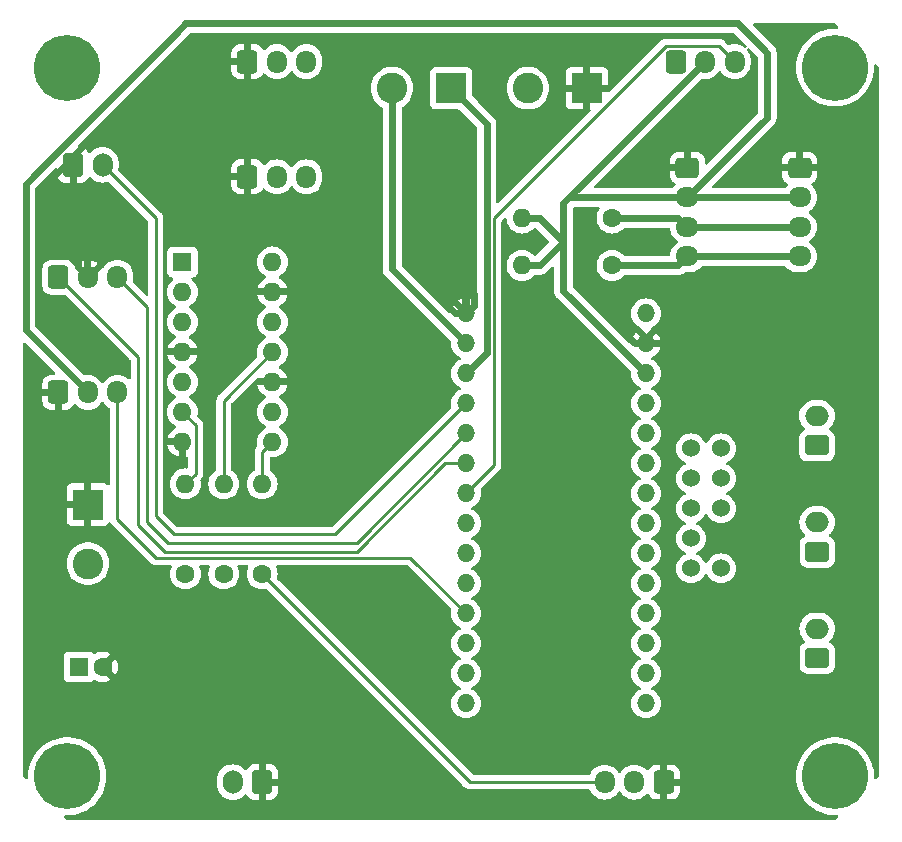
<source format=gtl>
%TF.GenerationSoftware,KiCad,Pcbnew,7.0.7*%
%TF.CreationDate,2023-12-09T17:07:56+00:00*%
%TF.ProjectId,Pack Board,5061636b-2042-46f6-9172-642e6b696361,rev?*%
%TF.SameCoordinates,Original*%
%TF.FileFunction,Copper,L1,Top*%
%TF.FilePolarity,Positive*%
%FSLAX46Y46*%
G04 Gerber Fmt 4.6, Leading zero omitted, Abs format (unit mm)*
G04 Created by KiCad (PCBNEW 7.0.7) date 2023-12-09 17:07:56*
%MOMM*%
%LPD*%
G01*
G04 APERTURE LIST*
G04 Aperture macros list*
%AMRoundRect*
0 Rectangle with rounded corners*
0 $1 Rounding radius*
0 $2 $3 $4 $5 $6 $7 $8 $9 X,Y pos of 4 corners*
0 Add a 4 corners polygon primitive as box body*
4,1,4,$2,$3,$4,$5,$6,$7,$8,$9,$2,$3,0*
0 Add four circle primitives for the rounded corners*
1,1,$1+$1,$2,$3*
1,1,$1+$1,$4,$5*
1,1,$1+$1,$6,$7*
1,1,$1+$1,$8,$9*
0 Add four rect primitives between the rounded corners*
20,1,$1+$1,$2,$3,$4,$5,0*
20,1,$1+$1,$4,$5,$6,$7,0*
20,1,$1+$1,$6,$7,$8,$9,0*
20,1,$1+$1,$8,$9,$2,$3,0*%
G04 Aperture macros list end*
%TA.AperFunction,ComponentPad*%
%ADD10O,1.524000X1.524000*%
%TD*%
%TA.AperFunction,ComponentPad*%
%ADD11C,1.524000*%
%TD*%
%TA.AperFunction,ComponentPad*%
%ADD12C,5.600000*%
%TD*%
%TA.AperFunction,ComponentPad*%
%ADD13RoundRect,0.250000X-0.725000X0.600000X-0.725000X-0.600000X0.725000X-0.600000X0.725000X0.600000X0*%
%TD*%
%TA.AperFunction,ComponentPad*%
%ADD14O,1.950000X1.700000*%
%TD*%
%TA.AperFunction,ComponentPad*%
%ADD15C,1.600000*%
%TD*%
%TA.AperFunction,ComponentPad*%
%ADD16O,1.600000X1.600000*%
%TD*%
%TA.AperFunction,ComponentPad*%
%ADD17RoundRect,0.250000X-0.600000X-0.725000X0.600000X-0.725000X0.600000X0.725000X-0.600000X0.725000X0*%
%TD*%
%TA.AperFunction,ComponentPad*%
%ADD18O,1.700000X1.950000*%
%TD*%
%TA.AperFunction,ComponentPad*%
%ADD19RoundRect,0.250000X-0.600000X-0.750000X0.600000X-0.750000X0.600000X0.750000X-0.600000X0.750000X0*%
%TD*%
%TA.AperFunction,ComponentPad*%
%ADD20O,1.700000X2.000000*%
%TD*%
%TA.AperFunction,ComponentPad*%
%ADD21RoundRect,0.250000X0.600000X0.750000X-0.600000X0.750000X-0.600000X-0.750000X0.600000X-0.750000X0*%
%TD*%
%TA.AperFunction,ComponentPad*%
%ADD22RoundRect,0.250000X0.750000X-0.600000X0.750000X0.600000X-0.750000X0.600000X-0.750000X-0.600000X0*%
%TD*%
%TA.AperFunction,ComponentPad*%
%ADD23O,2.000000X1.700000*%
%TD*%
%TA.AperFunction,ComponentPad*%
%ADD24R,2.600000X2.600000*%
%TD*%
%TA.AperFunction,ComponentPad*%
%ADD25C,2.600000*%
%TD*%
%TA.AperFunction,ComponentPad*%
%ADD26R,1.600000X1.600000*%
%TD*%
%TA.AperFunction,ComponentPad*%
%ADD27RoundRect,0.250000X0.600000X0.725000X-0.600000X0.725000X-0.600000X-0.725000X0.600000X-0.725000X0*%
%TD*%
%TA.AperFunction,Conductor*%
%ADD28C,0.600000*%
%TD*%
%TA.AperFunction,Conductor*%
%ADD29C,0.500000*%
%TD*%
%TA.AperFunction,Conductor*%
%ADD30C,0.250000*%
%TD*%
G04 APERTURE END LIST*
D10*
%TO.P,U1,1,GND*%
%TO.N,GND*%
X138760000Y-105820000D03*
%TO.P,U1,2,0_RX1_CRX2_CS1*%
%TO.N,/RX*%
X138760000Y-108360000D03*
%TO.P,U1,3,1_TX1_CTX2_MISO1*%
%TO.N,/TX*%
X138760000Y-110900000D03*
%TO.P,U1,4,2_OUT2*%
%TO.N,Net-(J16-Pin_2)*%
X138760000Y-113440000D03*
%TO.P,U1,5,3_LRCLK2*%
%TO.N,Net-(J15-Pin_3)*%
X138760000Y-115980000D03*
%TO.P,U1,6,4_BCLK2*%
%TO.N,Net-(J15-Pin_1)*%
X138760000Y-118520000D03*
%TO.P,U1,7,5_IN2*%
%TO.N,Net-(J14-Pin_3)*%
X138760000Y-121060000D03*
%TO.P,U1,8,6_OUT1D*%
%TO.N,unconnected-(U1-6_OUT1D-Pad8)*%
X138760000Y-123600000D03*
%TO.P,U1,9,7_RX2_OUT1A*%
%TO.N,unconnected-(U1-7_RX2_OUT1A-Pad9)*%
X138760000Y-126140000D03*
%TO.P,U1,10,8_TX2_IN1*%
%TO.N,unconnected-(U1-8_TX2_IN1-Pad10)*%
X138760000Y-128680000D03*
%TO.P,U1,11,9_OUT1C*%
%TO.N,Net-(J13-Pin_3)*%
X138760000Y-131220000D03*
%TO.P,U1,12,10_CS_MQSR*%
%TO.N,unconnected-(U1-10_CS_MQSR-Pad12)*%
X138760000Y-133760000D03*
%TO.P,U1,13,11_MOSI_CTX1*%
%TO.N,unconnected-(U1-11_MOSI_CTX1-Pad13)*%
X138760000Y-136300000D03*
%TO.P,U1,14,12_MISO_MQSL*%
%TO.N,unconnected-(U1-12_MISO_MQSL-Pad14)*%
X138760000Y-138840000D03*
%TO.P,U1,17,13_SCK_CRX1_LED*%
%TO.N,unconnected-(U1-13_SCK_CRX1_LED-Pad17)*%
X154000000Y-138840000D03*
%TO.P,U1,18,14_A0_TX3_SPDIF_OUT*%
%TO.N,Net-(U1-14_A0_TX3_SPDIF_OUT)*%
X154000000Y-136300000D03*
%TO.P,U1,19,15_A1_RX3_SPDIF_IN_VOL*%
%TO.N,unconnected-(U1-15_A1_RX3_SPDIF_IN_VOL-Pad19)*%
X154000000Y-133760000D03*
%TO.P,U1,20,16_A2_RX4_SCL1*%
%TO.N,Net-(U1-16_A2_RX4_SCL1)*%
X154000000Y-131220000D03*
%TO.P,U1,21,17_A3_TX4_SDA1*%
%TO.N,Net-(U1-17_A3_TX4_SDA1)*%
X154000000Y-128680000D03*
%TO.P,U1,22,18_A4_SDA0*%
%TO.N,/SDA*%
X154000000Y-126140000D03*
%TO.P,U1,23,19_A5_SCL0*%
%TO.N,Net-(J18-Pin_4)*%
X154000000Y-123600000D03*
%TO.P,U1,24,20_A6_TX5_LRCLK1*%
%TO.N,unconnected-(U1-20_A6_TX5_LRCLK1-Pad24)*%
X154000000Y-121060000D03*
%TO.P,U1,25,21_A7_RX5_BCLK1*%
%TO.N,unconnected-(U1-21_A7_RX5_BCLK1-Pad25)*%
X154000000Y-118520000D03*
%TO.P,U1,26,22_A8_CTX1*%
%TO.N,Net-(J17-Pin_2)*%
X154000000Y-115980000D03*
%TO.P,U1,27,23_A9_CRX1_MCLK1*%
%TO.N,unconnected-(U1-23_A9_CRX1_MCLK1-Pad27)*%
X154000000Y-113440000D03*
%TO.P,U1,28,3V*%
%TO.N,+3.3V*%
X154000000Y-110900000D03*
%TO.P,U1,29,GND*%
%TO.N,GND*%
X154000000Y-108360000D03*
%TO.P,U1,30,5V*%
%TO.N,+5V*%
X154000000Y-105820000D03*
D11*
%TO.P,U1,31,LINE_OUT_L*%
%TO.N,/LINE_OUT_L*%
X157810000Y-127410000D03*
%TO.P,U1,32,LINE_OUT_GND*%
%TO.N,/LINE_OUT_GND*%
X157810000Y-124870000D03*
%TO.P,U1,33,LINE_OUT_R*%
%TO.N,unconnected-(U1-LINE_OUT_R-Pad33)*%
X157810000Y-122330000D03*
%TO.P,U1,34,LINE_IN_R*%
%TO.N,/LINE_IN_R*%
X157810000Y-119790000D03*
%TO.P,U1,35,LINE_IN_L*%
%TO.N,/LINE_IN_L*%
X157810000Y-117250000D03*
%TO.P,U1,36,LINE_IN_R_GND*%
%TO.N,/LINE_IN_R_GND*%
X160350000Y-119790000D03*
%TO.P,U1,37,LINE_IN_L_GND*%
%TO.N,/LINE_IN_L_GND*%
X160350000Y-117250000D03*
%TO.P,U1,45,NCB*%
%TO.N,unconnected-(U1-NCB-Pad45)*%
X160350000Y-122330000D03*
%TO.P,U1,46,NCA*%
%TO.N,/LINE_OUT_L*%
X160350000Y-127410000D03*
%TD*%
D12*
%TO.P,REF\u002A\u002A,1*%
%TO.N,N/C*%
X105000000Y-145000000D03*
%TD*%
D13*
%TO.P,J18,1,Pin_1*%
%TO.N,GND*%
X167000000Y-93500000D03*
D14*
%TO.P,J18,2,Pin_2*%
%TO.N,+3.3V*%
X167000000Y-96000000D03*
%TO.P,J18,3,Pin_3*%
%TO.N,/SDA*%
X167000000Y-98500000D03*
%TO.P,J18,4,Pin_4*%
%TO.N,Net-(J18-Pin_4)*%
X167000000Y-101000000D03*
%TD*%
D15*
%TO.P,R5,1*%
%TO.N,Net-(J18-Pin_4)*%
X151120000Y-101750000D03*
D16*
%TO.P,R5,2*%
%TO.N,+3.3V*%
X143500000Y-101750000D03*
%TD*%
D17*
%TO.P,J1,1,Pin_1*%
%TO.N,GND*%
X120250000Y-84500000D03*
D18*
%TO.P,J1,2,Pin_2*%
%TO.N,+5V*%
X122750000Y-84500000D03*
%TO.P,J1,3,Pin_3*%
%TO.N,Net-(J1-Pin_3)*%
X125250000Y-84500000D03*
%TD*%
D17*
%TO.P,J3,1,Pin_1*%
%TO.N,GND*%
X120250000Y-94250000D03*
D18*
%TO.P,J3,2,Pin_2*%
%TO.N,+5V*%
X122750000Y-94250000D03*
%TO.P,J3,3,Pin_3*%
%TO.N,Net-(J3-Pin_3)*%
X125250000Y-94250000D03*
%TD*%
D19*
%TO.P,J16,1,Pin_1*%
%TO.N,GND*%
X105500000Y-93250000D03*
D20*
%TO.P,J16,2,Pin_2*%
%TO.N,Net-(J16-Pin_2)*%
X108000000Y-93250000D03*
%TD*%
D12*
%TO.P,REF\u002A\u002A,1*%
%TO.N,N/C*%
X170000000Y-85000000D03*
%TD*%
D15*
%TO.P,R2,1*%
%TO.N,Net-(J2-Pin_3)*%
X121500000Y-127870000D03*
D16*
%TO.P,R2,2*%
%TO.N,Net-(U2-3Y)*%
X121500000Y-120250000D03*
%TD*%
D21*
%TO.P,J17,1,Pin_1*%
%TO.N,GND*%
X121500000Y-145500000D03*
D20*
%TO.P,J17,2,Pin_2*%
%TO.N,Net-(J17-Pin_2)*%
X119000000Y-145500000D03*
%TD*%
D22*
%TO.P,J12,1,Pin_1*%
%TO.N,/LINE_IN_L_GND*%
X168475000Y-117000000D03*
D23*
%TO.P,J12,2,Pin_2*%
%TO.N,/LINE_IN_L*%
X168475000Y-114500000D03*
%TD*%
D22*
%TO.P,J11,1,Pin_1*%
%TO.N,/LINE_IN_R_GND*%
X168500000Y-126000000D03*
D23*
%TO.P,J11,2,Pin_2*%
%TO.N,/LINE_IN_R*%
X168500000Y-123500000D03*
%TD*%
D12*
%TO.P,REF\u002A\u002A,1*%
%TO.N,N/C*%
X170000000Y-145000000D03*
%TD*%
D13*
%TO.P,J9,1,Pin_1*%
%TO.N,GND*%
X157500000Y-93500000D03*
D14*
%TO.P,J9,2,Pin_2*%
%TO.N,+3.3V*%
X157500000Y-96000000D03*
%TO.P,J9,3,Pin_3*%
%TO.N,/SDA*%
X157500000Y-98500000D03*
%TO.P,J9,4,Pin_4*%
%TO.N,Net-(J18-Pin_4)*%
X157500000Y-101000000D03*
%TD*%
D22*
%TO.P,J10,1,Pin_1*%
%TO.N,/LINE_OUT_GND*%
X168500000Y-135000000D03*
D23*
%TO.P,J10,2,Pin_2*%
%TO.N,/LINE_OUT_L*%
X168500000Y-132500000D03*
%TD*%
D24*
%TO.P,J6,1,Pin_1*%
%TO.N,/TX*%
X137500000Y-86750000D03*
D25*
%TO.P,J6,2,Pin_2*%
%TO.N,/RX*%
X132500000Y-86750000D03*
%TD*%
D26*
%TO.P,U2,1,1OE*%
%TO.N,unconnected-(U2-1OE-Pad1)*%
X114750000Y-101460000D03*
D16*
%TO.P,U2,2,1A*%
%TO.N,unconnected-(U2-1A-Pad2)*%
X114750000Y-104000000D03*
%TO.P,U2,3,1Y*%
%TO.N,unconnected-(U2-1Y-Pad3)*%
X114750000Y-106540000D03*
%TO.P,U2,4,2OE*%
%TO.N,GND*%
X114750000Y-109080000D03*
%TO.P,U2,5,2A*%
%TO.N,Net-(U1-14_A0_TX3_SPDIF_OUT)*%
X114750000Y-111620000D03*
%TO.P,U2,6,2Y*%
%TO.N,Net-(U2-2Y)*%
X114750000Y-114160000D03*
%TO.P,U2,7,GND*%
%TO.N,GND*%
X114750000Y-116700000D03*
%TO.P,U2,8,3Y*%
%TO.N,Net-(U2-3Y)*%
X122370000Y-116700000D03*
%TO.P,U2,9,3A*%
%TO.N,Net-(U1-16_A2_RX4_SCL1)*%
X122370000Y-114160000D03*
%TO.P,U2,10,3OE*%
%TO.N,GND*%
X122370000Y-111620000D03*
%TO.P,U2,11,4Y*%
%TO.N,Net-(U2-4Y)*%
X122370000Y-109080000D03*
%TO.P,U2,12,4A*%
%TO.N,Net-(U1-17_A3_TX4_SDA1)*%
X122370000Y-106540000D03*
%TO.P,U2,13,4OE*%
%TO.N,GND*%
X122370000Y-104000000D03*
%TO.P,U2,14,VCC*%
%TO.N,+5V*%
X122370000Y-101460000D03*
%TD*%
D12*
%TO.P,REF\u002A\u002A,1*%
%TO.N,N/C*%
X105000000Y-85000000D03*
%TD*%
D26*
%TO.P,C1,1*%
%TO.N,+5V*%
X106000000Y-135750000D03*
D15*
%TO.P,C1,2*%
%TO.N,GND*%
X108000000Y-135750000D03*
%TD*%
%TO.P,R1,1*%
%TO.N,Net-(J1-Pin_3)*%
X115000000Y-127870000D03*
D16*
%TO.P,R1,2*%
%TO.N,Net-(U2-2Y)*%
X115000000Y-120250000D03*
%TD*%
D17*
%TO.P,J13,1,Pin_1*%
%TO.N,GND*%
X104250000Y-112500000D03*
D18*
%TO.P,J13,2,Pin_2*%
%TO.N,+3.3V*%
X106750000Y-112500000D03*
%TO.P,J13,3,Pin_3*%
%TO.N,Net-(J13-Pin_3)*%
X109250000Y-112500000D03*
%TD*%
D24*
%TO.P,J8,1,Pin_1*%
%TO.N,GND*%
X149000000Y-86750000D03*
D25*
%TO.P,J8,2,Pin_2*%
%TO.N,+5V*%
X144000000Y-86750000D03*
%TD*%
D24*
%TO.P,J7,1,Pin_1*%
%TO.N,GND*%
X106750000Y-122000000D03*
D25*
%TO.P,J7,2,Pin_2*%
%TO.N,+5V*%
X106750000Y-127000000D03*
%TD*%
D17*
%TO.P,J15,1,Pin_1*%
%TO.N,Net-(J15-Pin_1)*%
X104250000Y-102750000D03*
D18*
%TO.P,J15,2,Pin_2*%
%TO.N,GND*%
X106750000Y-102750000D03*
%TO.P,J15,3,Pin_3*%
%TO.N,Net-(J15-Pin_3)*%
X109250000Y-102750000D03*
%TD*%
D15*
%TO.P,R4,1*%
%TO.N,/SDA*%
X151120000Y-97750000D03*
D16*
%TO.P,R4,2*%
%TO.N,+3.3V*%
X143500000Y-97750000D03*
%TD*%
D17*
%TO.P,J14,1,Pin_1*%
%TO.N,GND*%
X156500000Y-84500000D03*
D18*
%TO.P,J14,2,Pin_2*%
%TO.N,+3.3V*%
X159000000Y-84500000D03*
%TO.P,J14,3,Pin_3*%
%TO.N,Net-(J14-Pin_3)*%
X161500000Y-84500000D03*
%TD*%
D27*
%TO.P,J2,1,Pin_1*%
%TO.N,GND*%
X155500000Y-145500000D03*
D18*
%TO.P,J2,2,Pin_2*%
%TO.N,+5V*%
X153000000Y-145500000D03*
%TO.P,J2,3,Pin_3*%
%TO.N,Net-(J2-Pin_3)*%
X150500000Y-145500000D03*
%TD*%
D15*
%TO.P,R3,1*%
%TO.N,Net-(J3-Pin_3)*%
X118250000Y-127870000D03*
D16*
%TO.P,R3,2*%
%TO.N,Net-(U2-4Y)*%
X118250000Y-120250000D03*
%TD*%
D28*
%TO.N,GND*%
X153200000Y-107100000D02*
X153100000Y-107100000D01*
X154000000Y-107900000D02*
X153200000Y-107100000D01*
X154700000Y-107200000D02*
X155200000Y-107200000D01*
X154000000Y-107900000D02*
X154700000Y-107200000D01*
X154000000Y-108360000D02*
X154000000Y-107900000D01*
%TO.N,+5V*%
X106000000Y-127750000D02*
X106750000Y-127000000D01*
D29*
X122750000Y-101080000D02*
X122370000Y-101460000D01*
D28*
%TO.N,GND*%
X107800000Y-101700000D02*
X106750000Y-102750000D01*
X106750000Y-102750000D02*
X105900000Y-101900000D01*
X154000000Y-108360000D02*
X153060000Y-108360000D01*
X105900000Y-100900000D02*
X107800000Y-100900000D01*
X105500000Y-92500000D02*
X106400000Y-91600000D01*
X138760000Y-105820000D02*
X137820000Y-105820000D01*
X104850000Y-93250000D02*
X104000000Y-94100000D01*
X105500000Y-93250000D02*
X104850000Y-93250000D01*
X105900000Y-101900000D02*
X105900000Y-100900000D01*
X137820000Y-105820000D02*
X137550000Y-105550000D01*
X107800000Y-100900000D02*
X107800000Y-101700000D01*
X138760000Y-105820000D02*
X139400000Y-105180000D01*
X139400000Y-105180000D02*
X139400000Y-104200000D01*
X105500000Y-93250000D02*
X105500000Y-92500000D01*
X138760000Y-105820000D02*
X137800000Y-104860000D01*
X153060000Y-108360000D02*
X152600000Y-107900000D01*
%TO.N,+3.3V*%
X147000000Y-103900000D02*
X154000000Y-110900000D01*
X115000000Y-81250000D02*
X161750000Y-81250000D01*
X157500000Y-96000000D02*
X167000000Y-96000000D01*
X145000000Y-101750000D02*
X147000000Y-99750000D01*
X164250000Y-83750000D02*
X164250000Y-89250000D01*
X147000000Y-100000000D02*
X147000000Y-96500000D01*
X143500000Y-97750000D02*
X145000000Y-97750000D01*
X115000000Y-81339340D02*
X115000000Y-81250000D01*
X157500000Y-96000000D02*
X147500000Y-96000000D01*
X147000000Y-99750000D02*
X147000000Y-103900000D01*
X147000000Y-96500000D02*
X147500000Y-96000000D01*
X145000000Y-97750000D02*
X147000000Y-99750000D01*
X106750000Y-112500000D02*
X101500000Y-107250000D01*
X161750000Y-81250000D02*
X164250000Y-83750000D01*
X147500000Y-96000000D02*
X159000000Y-84500000D01*
X164250000Y-89250000D02*
X157500000Y-96000000D01*
X143500000Y-101750000D02*
X145000000Y-101750000D01*
X101500000Y-107250000D02*
X101500000Y-94839340D01*
X101500000Y-94839340D02*
X115000000Y-81339340D01*
%TO.N,Net-(J18-Pin_4)*%
X157500000Y-101000000D02*
X167000000Y-101000000D01*
X151120000Y-101750000D02*
X156750000Y-101750000D01*
X156750000Y-101750000D02*
X157500000Y-101000000D01*
%TO.N,/SDA*%
X167000000Y-98500000D02*
X157500000Y-98500000D01*
X151120000Y-97750000D02*
X156750000Y-97750000D01*
X156750000Y-97750000D02*
X157500000Y-98500000D01*
%TO.N,/TX*%
X140500000Y-89750000D02*
X140500000Y-109160000D01*
X137500000Y-86750000D02*
X140500000Y-89750000D01*
X140500000Y-109160000D02*
X138760000Y-110900000D01*
D30*
%TO.N,Net-(U2-2Y)*%
X115000000Y-120250000D02*
X115875000Y-119375000D01*
X115875000Y-115285000D02*
X114750000Y-114160000D01*
X115875000Y-119375000D02*
X115875000Y-115285000D01*
%TO.N,Net-(J2-Pin_3)*%
X139130000Y-145500000D02*
X150500000Y-145500000D01*
X121500000Y-127870000D02*
X139130000Y-145500000D01*
%TO.N,Net-(U2-3Y)*%
X121500000Y-117570000D02*
X122370000Y-116700000D01*
X121500000Y-120250000D02*
X121500000Y-117570000D01*
X121740000Y-116700000D02*
X122370000Y-116700000D01*
%TO.N,Net-(U2-4Y)*%
X118250000Y-113200000D02*
X122370000Y-109080000D01*
X118250000Y-120250000D02*
X118250000Y-113200000D01*
D28*
%TO.N,/RX*%
X132500000Y-102100000D02*
X132500000Y-86750000D01*
X138760000Y-108360000D02*
X132500000Y-102100000D01*
D30*
%TO.N,Net-(J16-Pin_2)*%
X112500000Y-123000000D02*
X114000000Y-124500000D01*
X127700000Y-124500000D02*
X138760000Y-113440000D01*
X114000000Y-124500000D02*
X127700000Y-124500000D01*
X112500000Y-97750000D02*
X112500000Y-123000000D01*
X108000000Y-93250000D02*
X112500000Y-97750000D01*
%TO.N,Net-(J15-Pin_1)*%
X111000000Y-123750000D02*
X113250000Y-126000000D01*
X136980000Y-118520000D02*
X138760000Y-118520000D01*
X129500000Y-126000000D02*
X136980000Y-118520000D01*
X104250000Y-102750000D02*
X111000000Y-109500000D01*
X111000000Y-109500000D02*
X111000000Y-123750000D01*
X113250000Y-126000000D02*
X129500000Y-126000000D01*
%TO.N,Net-(J13-Pin_3)*%
X134040000Y-126500000D02*
X138760000Y-131220000D01*
X112500000Y-126500000D02*
X134040000Y-126500000D01*
X109250000Y-112500000D02*
X109250000Y-123250000D01*
X109250000Y-123250000D02*
X112500000Y-126500000D01*
%TO.N,Net-(J15-Pin_3)*%
X129490000Y-125250000D02*
X138760000Y-115980000D01*
X111750000Y-105250000D02*
X111750000Y-123500000D01*
X111750000Y-123500000D02*
X113500000Y-125250000D01*
X113500000Y-125250000D02*
X129490000Y-125250000D01*
X109250000Y-102750000D02*
X111750000Y-105250000D01*
%TO.N,Net-(J14-Pin_3)*%
X141125000Y-118695000D02*
X138760000Y-121060000D01*
X160200000Y-83200000D02*
X155661827Y-83200000D01*
X161500000Y-84500000D02*
X160200000Y-83200000D01*
X155661827Y-83200000D02*
X141125000Y-97736827D01*
X141125000Y-97736827D02*
X141125000Y-118695000D01*
%TD*%
%TA.AperFunction,Conductor*%
%TO.N,GND*%
G36*
X170015677Y-81269685D02*
G01*
X170036319Y-81286319D01*
X170237819Y-81487819D01*
X170271304Y-81549142D01*
X170266320Y-81618834D01*
X170224448Y-81674767D01*
X170158984Y-81699184D01*
X170150138Y-81699500D01*
X169821050Y-81699500D01*
X169465255Y-81738194D01*
X169115726Y-81815131D01*
X168859970Y-81901306D01*
X168776565Y-81929409D01*
X168776562Y-81929410D01*
X168776563Y-81929410D01*
X168776552Y-81929414D01*
X168451755Y-82079680D01*
X168451751Y-82079682D01*
X168223367Y-82217096D01*
X168145081Y-82264200D01*
X168056768Y-82331333D01*
X167860172Y-82480781D01*
X167860163Y-82480789D01*
X167600331Y-82726914D01*
X167368641Y-82999680D01*
X167368634Y-82999690D01*
X167167790Y-83295913D01*
X167167784Y-83295922D01*
X167000151Y-83612111D01*
X167000142Y-83612129D01*
X166867674Y-83944600D01*
X166867672Y-83944607D01*
X166771932Y-84289434D01*
X166771926Y-84289460D01*
X166714029Y-84642614D01*
X166714028Y-84642627D01*
X166714028Y-84642629D01*
X166707138Y-84769713D01*
X166696008Y-84974999D01*
X166694652Y-85000000D01*
X166710298Y-85288584D01*
X166714028Y-85357368D01*
X166714029Y-85357385D01*
X166771926Y-85710539D01*
X166771932Y-85710565D01*
X166867672Y-86055392D01*
X166867674Y-86055399D01*
X167000142Y-86387870D01*
X167000151Y-86387888D01*
X167167784Y-86704077D01*
X167167787Y-86704082D01*
X167167789Y-86704085D01*
X167353176Y-86977511D01*
X167368634Y-87000309D01*
X167368641Y-87000319D01*
X167600331Y-87273085D01*
X167600332Y-87273086D01*
X167860163Y-87519211D01*
X168145081Y-87735800D01*
X168451747Y-87920315D01*
X168451749Y-87920316D01*
X168451751Y-87920317D01*
X168451755Y-87920319D01*
X168576615Y-87978085D01*
X168776565Y-88070591D01*
X169115726Y-88184868D01*
X169465254Y-88261805D01*
X169821052Y-88300500D01*
X169821058Y-88300500D01*
X170178942Y-88300500D01*
X170178948Y-88300500D01*
X170534746Y-88261805D01*
X170884274Y-88184868D01*
X171223435Y-88070591D01*
X171548253Y-87920315D01*
X171854919Y-87735800D01*
X172139837Y-87519211D01*
X172399668Y-87273086D01*
X172631365Y-87000311D01*
X172832211Y-86704085D01*
X172999853Y-86387880D01*
X173132324Y-86055403D01*
X173228071Y-85710552D01*
X173245891Y-85601848D01*
X173285970Y-85357385D01*
X173285970Y-85357382D01*
X173285972Y-85357371D01*
X173305348Y-85000000D01*
X173297393Y-84853285D01*
X173313419Y-84785280D01*
X173363668Y-84736733D01*
X173432187Y-84723060D01*
X173497221Y-84748601D01*
X173508891Y-84758891D01*
X173713682Y-84963682D01*
X173747166Y-85025003D01*
X173750000Y-85051361D01*
X173750000Y-144948637D01*
X173730315Y-145015676D01*
X173713681Y-145036318D01*
X173508892Y-145241106D01*
X173447569Y-145274591D01*
X173377877Y-145269607D01*
X173321944Y-145227735D01*
X173297527Y-145162271D01*
X173297393Y-145146713D01*
X173305348Y-145000000D01*
X173285972Y-144642629D01*
X173265774Y-144519429D01*
X173228073Y-144289460D01*
X173228072Y-144289459D01*
X173228071Y-144289448D01*
X173154648Y-144025000D01*
X173132327Y-143944607D01*
X173132325Y-143944600D01*
X172999857Y-143612129D01*
X172999848Y-143612111D01*
X172832215Y-143295922D01*
X172832213Y-143295919D01*
X172832211Y-143295915D01*
X172631365Y-142999689D01*
X172631361Y-142999684D01*
X172631358Y-142999680D01*
X172399668Y-142726914D01*
X172399667Y-142726914D01*
X172139837Y-142480789D01*
X172139830Y-142480783D01*
X172139827Y-142480781D01*
X172072245Y-142429407D01*
X171854919Y-142264200D01*
X171548253Y-142079685D01*
X171548252Y-142079684D01*
X171548248Y-142079682D01*
X171548244Y-142079680D01*
X171223447Y-141929414D01*
X171223441Y-141929411D01*
X171223435Y-141929409D01*
X171053854Y-141872270D01*
X170884273Y-141815131D01*
X170534744Y-141738194D01*
X170178949Y-141699500D01*
X170178948Y-141699500D01*
X169821052Y-141699500D01*
X169821050Y-141699500D01*
X169465255Y-141738194D01*
X169115726Y-141815131D01*
X168859970Y-141901306D01*
X168776565Y-141929409D01*
X168776562Y-141929410D01*
X168776563Y-141929410D01*
X168776552Y-141929414D01*
X168451755Y-142079680D01*
X168451751Y-142079682D01*
X168223367Y-142217096D01*
X168145081Y-142264200D01*
X168056768Y-142331333D01*
X167860172Y-142480781D01*
X167860163Y-142480789D01*
X167600331Y-142726914D01*
X167368641Y-142999680D01*
X167368634Y-142999690D01*
X167167790Y-143295913D01*
X167167784Y-143295922D01*
X167000151Y-143612111D01*
X167000142Y-143612129D01*
X166867674Y-143944600D01*
X166867672Y-143944607D01*
X166771932Y-144289434D01*
X166771926Y-144289460D01*
X166714029Y-144642614D01*
X166714028Y-144642627D01*
X166714028Y-144642629D01*
X166706277Y-144785577D01*
X166694652Y-144999997D01*
X166694652Y-145000000D01*
X166714028Y-145357368D01*
X166714029Y-145357385D01*
X166771926Y-145710539D01*
X166771932Y-145710565D01*
X166867672Y-146055392D01*
X166867674Y-146055399D01*
X167000142Y-146387870D01*
X167000151Y-146387888D01*
X167167784Y-146704077D01*
X167167787Y-146704082D01*
X167167789Y-146704085D01*
X167368423Y-146999999D01*
X167368634Y-147000309D01*
X167368641Y-147000319D01*
X167536621Y-147198080D01*
X167600332Y-147273086D01*
X167860163Y-147519211D01*
X168145081Y-147735800D01*
X168451747Y-147920315D01*
X168451749Y-147920316D01*
X168451751Y-147920317D01*
X168451755Y-147920319D01*
X168776552Y-148070585D01*
X168776565Y-148070591D01*
X169115726Y-148184868D01*
X169465254Y-148261805D01*
X169821052Y-148300500D01*
X169821058Y-148300500D01*
X170150138Y-148300500D01*
X170217177Y-148320185D01*
X170262932Y-148372989D01*
X170272876Y-148442147D01*
X170243851Y-148505703D01*
X170237819Y-148512181D01*
X170036319Y-148713681D01*
X169974996Y-148747166D01*
X169948638Y-148750000D01*
X105051362Y-148750000D01*
X104984323Y-148730315D01*
X104963681Y-148713681D01*
X104762181Y-148512181D01*
X104728696Y-148450858D01*
X104733680Y-148381166D01*
X104775552Y-148325233D01*
X104841016Y-148300816D01*
X104849862Y-148300500D01*
X105178942Y-148300500D01*
X105178948Y-148300500D01*
X105534746Y-148261805D01*
X105884274Y-148184868D01*
X106223435Y-148070591D01*
X106548253Y-147920315D01*
X106854919Y-147735800D01*
X107139837Y-147519211D01*
X107399668Y-147273086D01*
X107631365Y-147000311D01*
X107832211Y-146704085D01*
X107999853Y-146387880D01*
X108132324Y-146055403D01*
X108228071Y-145710552D01*
X108228331Y-145708966D01*
X117649500Y-145708966D01*
X117664936Y-145885403D01*
X117664938Y-145885413D01*
X117726094Y-146113655D01*
X117726096Y-146113659D01*
X117726097Y-146113663D01*
X117733790Y-146130160D01*
X117825964Y-146327828D01*
X117825965Y-146327830D01*
X117961505Y-146521402D01*
X118063439Y-146623335D01*
X118128599Y-146688495D01*
X118225384Y-146756264D01*
X118322165Y-146824032D01*
X118322167Y-146824033D01*
X118322170Y-146824035D01*
X118536337Y-146923903D01*
X118536343Y-146923904D01*
X118536344Y-146923905D01*
X118575356Y-146934358D01*
X118764592Y-146985063D01*
X118938965Y-147000319D01*
X118999999Y-147005659D01*
X119000000Y-147005659D01*
X119000001Y-147005659D01*
X119061035Y-147000319D01*
X119235408Y-146985063D01*
X119463663Y-146923903D01*
X119677829Y-146824035D01*
X119871401Y-146688495D01*
X120018965Y-146540930D01*
X120080287Y-146507447D01*
X120149978Y-146512431D01*
X120205912Y-146554302D01*
X120212183Y-146563516D01*
X120307680Y-146718340D01*
X120307683Y-146718344D01*
X120431654Y-146842315D01*
X120580875Y-146934356D01*
X120580880Y-146934358D01*
X120747302Y-146989505D01*
X120747309Y-146989506D01*
X120850019Y-146999999D01*
X121199999Y-146999999D01*
X121200000Y-146999998D01*
X121200000Y-146104024D01*
X121219685Y-146036985D01*
X121272489Y-145991230D01*
X121341647Y-145981286D01*
X121356396Y-145984494D01*
X121357682Y-145984679D01*
X121357685Y-145984680D01*
X121464237Y-146000000D01*
X121464238Y-146000000D01*
X121535762Y-146000000D01*
X121535763Y-146000000D01*
X121639756Y-145985048D01*
X121651094Y-145983418D01*
X121651328Y-145985048D01*
X121710926Y-145985044D01*
X121769707Y-146022815D01*
X121798737Y-146086368D01*
X121800000Y-146104024D01*
X121800000Y-146999999D01*
X122149972Y-146999999D01*
X122149986Y-146999998D01*
X122252697Y-146989505D01*
X122419119Y-146934358D01*
X122419124Y-146934356D01*
X122568345Y-146842315D01*
X122692315Y-146718345D01*
X122784356Y-146569124D01*
X122784358Y-146569119D01*
X122839505Y-146402697D01*
X122839506Y-146402690D01*
X122849999Y-146299986D01*
X122850000Y-146299973D01*
X122850000Y-145800000D01*
X122098666Y-145800000D01*
X122031627Y-145780315D01*
X121985872Y-145727511D01*
X121975928Y-145658353D01*
X121979689Y-145641066D01*
X121999999Y-145571892D01*
X122000000Y-145571889D01*
X122000000Y-145428110D01*
X121999999Y-145428107D01*
X121979689Y-145358934D01*
X121979689Y-145289064D01*
X122017464Y-145230286D01*
X122081020Y-145201262D01*
X122098666Y-145200000D01*
X122849999Y-145200000D01*
X122849999Y-144700028D01*
X122849998Y-144700013D01*
X122839505Y-144597302D01*
X122784358Y-144430880D01*
X122784356Y-144430875D01*
X122692315Y-144281654D01*
X122568345Y-144157684D01*
X122419124Y-144065643D01*
X122419119Y-144065641D01*
X122252697Y-144010494D01*
X122252690Y-144010493D01*
X122149986Y-144000000D01*
X121800000Y-144000000D01*
X121800000Y-144895975D01*
X121780315Y-144963014D01*
X121727511Y-145008769D01*
X121658353Y-145018713D01*
X121643608Y-145015505D01*
X121550519Y-145002121D01*
X121535763Y-145000000D01*
X121464237Y-145000000D01*
X121348906Y-145016582D01*
X121348671Y-145014953D01*
X121289059Y-145014950D01*
X121230283Y-144977173D01*
X121201261Y-144913615D01*
X121200000Y-144895975D01*
X121200000Y-144000000D01*
X120850028Y-144000000D01*
X120850012Y-144000001D01*
X120747302Y-144010494D01*
X120580880Y-144065641D01*
X120580875Y-144065643D01*
X120431654Y-144157684D01*
X120307683Y-144281655D01*
X120307680Y-144281659D01*
X120212183Y-144436483D01*
X120160235Y-144483208D01*
X120091272Y-144494429D01*
X120027190Y-144466586D01*
X120018964Y-144459068D01*
X119990771Y-144430875D01*
X119871401Y-144311505D01*
X119871397Y-144311502D01*
X119871396Y-144311501D01*
X119677834Y-144175967D01*
X119677830Y-144175965D01*
X119638626Y-144157684D01*
X119463663Y-144076097D01*
X119463659Y-144076096D01*
X119463655Y-144076094D01*
X119235413Y-144014938D01*
X119235403Y-144014936D01*
X119000001Y-143994341D01*
X118999999Y-143994341D01*
X118764596Y-144014936D01*
X118764586Y-144014938D01*
X118536344Y-144076094D01*
X118536335Y-144076098D01*
X118322171Y-144175964D01*
X118322169Y-144175965D01*
X118128597Y-144311505D01*
X117961505Y-144478597D01*
X117825965Y-144672169D01*
X117825964Y-144672171D01*
X117726098Y-144886335D01*
X117726094Y-144886344D01*
X117664938Y-145114586D01*
X117664936Y-145114596D01*
X117649500Y-145291034D01*
X117649500Y-145708966D01*
X108228331Y-145708966D01*
X108274375Y-145428110D01*
X108285970Y-145357385D01*
X108285970Y-145357382D01*
X108285972Y-145357371D01*
X108305348Y-145000000D01*
X108285972Y-144642629D01*
X108265774Y-144519429D01*
X108228073Y-144289460D01*
X108228072Y-144289459D01*
X108228071Y-144289448D01*
X108154648Y-144025000D01*
X108132327Y-143944607D01*
X108132325Y-143944600D01*
X107999857Y-143612129D01*
X107999848Y-143612111D01*
X107832215Y-143295922D01*
X107832213Y-143295919D01*
X107832211Y-143295915D01*
X107631365Y-142999689D01*
X107631361Y-142999684D01*
X107631358Y-142999680D01*
X107399668Y-142726914D01*
X107399667Y-142726914D01*
X107139837Y-142480789D01*
X107139830Y-142480783D01*
X107139827Y-142480781D01*
X107072245Y-142429407D01*
X106854919Y-142264200D01*
X106548253Y-142079685D01*
X106548252Y-142079684D01*
X106548248Y-142079682D01*
X106548244Y-142079680D01*
X106223447Y-141929414D01*
X106223441Y-141929411D01*
X106223435Y-141929409D01*
X106053854Y-141872270D01*
X105884273Y-141815131D01*
X105534744Y-141738194D01*
X105178949Y-141699500D01*
X105178948Y-141699500D01*
X104821052Y-141699500D01*
X104821050Y-141699500D01*
X104465255Y-141738194D01*
X104115726Y-141815131D01*
X103859970Y-141901306D01*
X103776565Y-141929409D01*
X103776562Y-141929410D01*
X103776563Y-141929410D01*
X103776552Y-141929414D01*
X103451755Y-142079680D01*
X103451751Y-142079682D01*
X103223367Y-142217096D01*
X103145081Y-142264200D01*
X103056768Y-142331333D01*
X102860172Y-142480781D01*
X102860163Y-142480789D01*
X102600331Y-142726914D01*
X102368641Y-142999680D01*
X102368634Y-142999690D01*
X102167790Y-143295913D01*
X102167784Y-143295922D01*
X102000151Y-143612111D01*
X102000142Y-143612129D01*
X101867674Y-143944600D01*
X101867672Y-143944607D01*
X101771932Y-144289434D01*
X101771926Y-144289460D01*
X101714029Y-144642614D01*
X101714028Y-144642627D01*
X101714028Y-144642629D01*
X101706277Y-144785577D01*
X101694652Y-144999997D01*
X101694652Y-145000000D01*
X101702606Y-145146713D01*
X101686580Y-145214720D01*
X101636330Y-145263266D01*
X101567811Y-145276939D01*
X101502778Y-145251398D01*
X101491107Y-145241107D01*
X101286319Y-145036319D01*
X101252834Y-144974996D01*
X101250000Y-144948638D01*
X101250000Y-136597870D01*
X104699500Y-136597870D01*
X104699501Y-136597876D01*
X104705908Y-136657483D01*
X104756202Y-136792328D01*
X104756206Y-136792335D01*
X104842452Y-136907544D01*
X104842455Y-136907547D01*
X104957664Y-136993793D01*
X104957671Y-136993797D01*
X105092517Y-137044091D01*
X105092516Y-137044091D01*
X105099444Y-137044835D01*
X105152127Y-137050500D01*
X106847872Y-137050499D01*
X106907483Y-137044091D01*
X107042331Y-136993796D01*
X107157546Y-136907546D01*
X107164350Y-136898455D01*
X107220280Y-136856584D01*
X107289971Y-136851597D01*
X107334740Y-136871188D01*
X107347512Y-136880130D01*
X107347518Y-136880134D01*
X107553673Y-136976265D01*
X107553682Y-136976269D01*
X107773389Y-137035139D01*
X107773400Y-137035141D01*
X107999998Y-137054966D01*
X108000002Y-137054966D01*
X108226599Y-137035141D01*
X108226610Y-137035139D01*
X108446317Y-136976269D01*
X108446331Y-136976264D01*
X108652478Y-136880136D01*
X108652480Y-136880135D01*
X108683882Y-136858146D01*
X108137023Y-136311287D01*
X108103538Y-136249964D01*
X108108522Y-136180272D01*
X108150394Y-136124339D01*
X108168402Y-136113125D01*
X108238045Y-136077641D01*
X108327641Y-135988045D01*
X108363122Y-135918407D01*
X108411093Y-135867615D01*
X108478914Y-135850819D01*
X108545049Y-135873356D01*
X108561286Y-135887024D01*
X109108146Y-136433882D01*
X109130135Y-136402480D01*
X109130136Y-136402478D01*
X109226264Y-136196331D01*
X109226269Y-136196317D01*
X109285139Y-135976610D01*
X109285141Y-135976599D01*
X109304966Y-135750002D01*
X109304966Y-135749997D01*
X109285141Y-135523400D01*
X109285139Y-135523389D01*
X109226269Y-135303682D01*
X109226265Y-135303673D01*
X109130134Y-135097518D01*
X109130133Y-135097516D01*
X109108146Y-135066116D01*
X109108145Y-135066115D01*
X108561286Y-135612975D01*
X108499963Y-135646460D01*
X108430271Y-135641476D01*
X108374338Y-135599604D01*
X108363124Y-135581595D01*
X108327641Y-135511955D01*
X108327638Y-135511952D01*
X108327636Y-135511949D01*
X108238050Y-135422363D01*
X108238047Y-135422361D01*
X108238045Y-135422359D01*
X108168408Y-135386877D01*
X108117613Y-135338903D01*
X108100818Y-135271082D01*
X108123356Y-135204947D01*
X108137023Y-135188712D01*
X108683883Y-134641851D01*
X108652485Y-134619867D01*
X108446326Y-134523734D01*
X108446317Y-134523730D01*
X108226610Y-134464860D01*
X108226599Y-134464858D01*
X108000002Y-134445034D01*
X107999998Y-134445034D01*
X107773400Y-134464858D01*
X107773389Y-134464860D01*
X107553682Y-134523730D01*
X107553673Y-134523734D01*
X107347512Y-134619868D01*
X107347507Y-134619871D01*
X107334736Y-134628813D01*
X107268529Y-134651138D01*
X107200763Y-134634124D01*
X107164352Y-134601546D01*
X107157546Y-134592454D01*
X107157544Y-134592453D01*
X107157544Y-134592452D01*
X107042335Y-134506206D01*
X107042328Y-134506202D01*
X106907482Y-134455908D01*
X106907483Y-134455908D01*
X106847883Y-134449501D01*
X106847881Y-134449500D01*
X106847873Y-134449500D01*
X106847864Y-134449500D01*
X105152129Y-134449500D01*
X105152123Y-134449501D01*
X105092516Y-134455908D01*
X104957671Y-134506202D01*
X104957664Y-134506206D01*
X104842455Y-134592452D01*
X104842452Y-134592455D01*
X104756206Y-134707664D01*
X104756202Y-134707671D01*
X104705908Y-134842517D01*
X104699501Y-134902116D01*
X104699500Y-134902135D01*
X104699500Y-136597870D01*
X101250000Y-136597870D01*
X101250000Y-127000004D01*
X104944451Y-127000004D01*
X104964616Y-127269101D01*
X105024664Y-127532188D01*
X105024666Y-127532195D01*
X105123258Y-127783400D01*
X105218562Y-127948473D01*
X105232065Y-127982877D01*
X105239639Y-128016060D01*
X105239640Y-128016061D01*
X105317906Y-128178583D01*
X105317910Y-128178589D01*
X105353725Y-128223499D01*
X105430380Y-128319620D01*
X105571413Y-128432091D01*
X105733939Y-128510360D01*
X105763861Y-128517189D01*
X105806121Y-128535626D01*
X105847226Y-128563651D01*
X106090359Y-128680738D01*
X106348228Y-128760280D01*
X106348229Y-128760280D01*
X106348232Y-128760281D01*
X106615063Y-128800499D01*
X106615068Y-128800499D01*
X106615071Y-128800500D01*
X106615072Y-128800500D01*
X106884928Y-128800500D01*
X106884929Y-128800500D01*
X106884936Y-128800499D01*
X107151767Y-128760281D01*
X107151768Y-128760280D01*
X107151772Y-128760280D01*
X107409641Y-128680738D01*
X107652775Y-128563651D01*
X107875741Y-128411635D01*
X108053656Y-128246554D01*
X108073557Y-128228089D01*
X108073557Y-128228087D01*
X108073561Y-128228085D01*
X108241815Y-128017102D01*
X108376743Y-127783398D01*
X108475334Y-127532195D01*
X108535383Y-127269103D01*
X108548244Y-127097481D01*
X108555549Y-127000004D01*
X108555549Y-126999995D01*
X108535383Y-126730898D01*
X108516921Y-126650009D01*
X108475334Y-126467805D01*
X108376743Y-126216602D01*
X108241815Y-125982898D01*
X108073561Y-125771915D01*
X108073560Y-125771914D01*
X108073557Y-125771910D01*
X107875741Y-125588365D01*
X107875740Y-125588365D01*
X107652775Y-125436349D01*
X107652769Y-125436346D01*
X107652768Y-125436345D01*
X107652767Y-125436344D01*
X107409643Y-125319263D01*
X107409645Y-125319263D01*
X107151773Y-125239720D01*
X107151767Y-125239718D01*
X106884936Y-125199500D01*
X106884929Y-125199500D01*
X106615071Y-125199500D01*
X106615063Y-125199500D01*
X106348232Y-125239718D01*
X106348226Y-125239720D01*
X106090358Y-125319262D01*
X105847230Y-125436346D01*
X105624258Y-125588365D01*
X105426442Y-125771910D01*
X105258185Y-125982898D01*
X105123258Y-126216599D01*
X105123256Y-126216603D01*
X105024666Y-126467804D01*
X105024664Y-126467811D01*
X104964616Y-126730898D01*
X104944451Y-126999995D01*
X104944451Y-127000004D01*
X101250000Y-127000004D01*
X101250000Y-108431440D01*
X101269685Y-108364401D01*
X101322489Y-108318646D01*
X101391647Y-108308702D01*
X101455203Y-108337727D01*
X101461681Y-108343759D01*
X103931241Y-110813319D01*
X103964726Y-110874642D01*
X103959742Y-110944334D01*
X103917870Y-111000267D01*
X103852406Y-111024684D01*
X103843561Y-111025000D01*
X103600029Y-111025000D01*
X103600012Y-111025001D01*
X103497302Y-111035494D01*
X103330880Y-111090641D01*
X103330875Y-111090643D01*
X103181654Y-111182684D01*
X103057684Y-111306654D01*
X102965643Y-111455875D01*
X102965641Y-111455880D01*
X102910494Y-111622302D01*
X102910493Y-111622309D01*
X102900000Y-111725013D01*
X102900000Y-112200000D01*
X103677390Y-112200000D01*
X103744429Y-112219685D01*
X103790184Y-112272489D01*
X103800128Y-112341647D01*
X103796367Y-112358933D01*
X103775000Y-112431705D01*
X103775000Y-112568295D01*
X103791761Y-112625380D01*
X103796367Y-112641065D01*
X103796367Y-112710935D01*
X103758593Y-112769713D01*
X103695037Y-112798738D01*
X103677390Y-112800000D01*
X102900001Y-112800000D01*
X102900001Y-113274986D01*
X102910494Y-113377697D01*
X102965641Y-113544119D01*
X102965643Y-113544124D01*
X103057684Y-113693345D01*
X103181654Y-113817315D01*
X103330875Y-113909356D01*
X103330880Y-113909358D01*
X103497302Y-113964505D01*
X103497309Y-113964506D01*
X103600019Y-113974999D01*
X103949999Y-113974999D01*
X103950000Y-113974998D01*
X103950000Y-113077701D01*
X103969685Y-113010662D01*
X104022489Y-112964907D01*
X104091647Y-112954963D01*
X104108936Y-112958724D01*
X104114800Y-112960446D01*
X104114801Y-112960446D01*
X104216025Y-112975000D01*
X104216026Y-112975000D01*
X104283974Y-112975000D01*
X104283975Y-112975000D01*
X104373896Y-112962071D01*
X104385200Y-112960446D01*
X104391061Y-112958725D01*
X104460931Y-112958723D01*
X104519710Y-112996496D01*
X104548736Y-113060051D01*
X104549999Y-113077701D01*
X104549999Y-113974998D01*
X104550001Y-113974999D01*
X104899972Y-113974999D01*
X104899986Y-113974998D01*
X105002697Y-113964505D01*
X105169119Y-113909358D01*
X105169124Y-113909356D01*
X105318345Y-113817315D01*
X105442315Y-113693345D01*
X105537815Y-113538516D01*
X105589763Y-113491792D01*
X105658726Y-113480569D01*
X105722808Y-113508413D01*
X105731034Y-113515930D01*
X105878599Y-113663495D01*
X105878602Y-113663497D01*
X105878603Y-113663498D01*
X106072165Y-113799032D01*
X106072167Y-113799033D01*
X106072170Y-113799035D01*
X106286337Y-113898903D01*
X106286343Y-113898904D01*
X106286344Y-113898905D01*
X106325356Y-113909358D01*
X106514592Y-113960063D01*
X106702918Y-113976539D01*
X106749999Y-113980659D01*
X106750000Y-113980659D01*
X106750001Y-113980659D01*
X106789234Y-113977226D01*
X106985408Y-113960063D01*
X107213663Y-113898903D01*
X107427829Y-113799035D01*
X107621401Y-113663495D01*
X107788495Y-113496401D01*
X107898426Y-113339401D01*
X107953001Y-113295778D01*
X108022500Y-113288584D01*
X108084855Y-113320106D01*
X108101571Y-113339398D01*
X108125500Y-113373572D01*
X108211506Y-113496403D01*
X108303697Y-113588593D01*
X108378599Y-113663495D01*
X108571624Y-113798653D01*
X108615248Y-113853228D01*
X108624500Y-113900226D01*
X108624500Y-120260760D01*
X108604815Y-120327799D01*
X108552011Y-120373554D01*
X108482853Y-120383498D01*
X108419297Y-120354473D01*
X108412819Y-120348441D01*
X108407187Y-120342809D01*
X108292093Y-120256649D01*
X108292086Y-120256645D01*
X108157379Y-120206403D01*
X108157372Y-120206401D01*
X108097844Y-120200000D01*
X107050000Y-120200000D01*
X107050000Y-121246084D01*
X107030315Y-121313123D01*
X106977511Y-121358878D01*
X106908353Y-121368822D01*
X106895163Y-121366188D01*
X106832117Y-121350000D01*
X106832114Y-121350000D01*
X106709106Y-121350000D01*
X106709094Y-121350000D01*
X106589541Y-121365104D01*
X106520563Y-121353977D01*
X106468551Y-121307324D01*
X106450000Y-121242082D01*
X106450000Y-120200000D01*
X105402155Y-120200000D01*
X105342627Y-120206401D01*
X105342620Y-120206403D01*
X105207913Y-120256645D01*
X105207906Y-120256649D01*
X105092812Y-120342809D01*
X105092809Y-120342812D01*
X105006649Y-120457906D01*
X105006645Y-120457913D01*
X104956403Y-120592620D01*
X104956401Y-120592627D01*
X104950000Y-120652155D01*
X104950000Y-121700000D01*
X105995617Y-121700000D01*
X106062656Y-121719685D01*
X106108411Y-121772489D01*
X106118355Y-121841647D01*
X106117422Y-121847227D01*
X106096127Y-121958862D01*
X106096127Y-121958864D01*
X106096127Y-121958865D01*
X106106439Y-122122766D01*
X106111286Y-122137684D01*
X106113280Y-122207525D01*
X106077198Y-122267357D01*
X106014497Y-122298184D01*
X105993354Y-122300000D01*
X104950000Y-122300000D01*
X104950000Y-123347844D01*
X104956401Y-123407372D01*
X104956403Y-123407379D01*
X105006645Y-123542086D01*
X105006649Y-123542093D01*
X105092809Y-123657187D01*
X105092812Y-123657190D01*
X105207906Y-123743350D01*
X105207913Y-123743354D01*
X105342620Y-123793596D01*
X105342627Y-123793598D01*
X105402155Y-123799999D01*
X105402172Y-123800000D01*
X106450000Y-123800000D01*
X106450000Y-122753915D01*
X106469685Y-122686876D01*
X106522489Y-122641121D01*
X106591647Y-122631177D01*
X106604816Y-122633806D01*
X106667886Y-122650000D01*
X106667890Y-122650000D01*
X106790892Y-122650000D01*
X106790894Y-122650000D01*
X106790899Y-122649999D01*
X106790903Y-122649999D01*
X106822391Y-122646021D01*
X106910460Y-122634895D01*
X106979436Y-122646021D01*
X107031448Y-122692674D01*
X107050000Y-122757917D01*
X107050000Y-123800000D01*
X108097828Y-123800000D01*
X108097844Y-123799999D01*
X108157372Y-123793598D01*
X108157379Y-123793596D01*
X108292086Y-123743354D01*
X108292093Y-123743350D01*
X108407186Y-123657191D01*
X108492109Y-123543749D01*
X108548043Y-123501878D01*
X108617735Y-123496894D01*
X108679058Y-123530379D01*
X108692234Y-123547927D01*
X108692930Y-123547422D01*
X108697513Y-123553730D01*
X108697514Y-123553732D01*
X108724898Y-123591423D01*
X108728106Y-123596307D01*
X108751827Y-123636416D01*
X108751833Y-123636424D01*
X108765990Y-123650580D01*
X108778628Y-123665376D01*
X108790405Y-123681586D01*
X108790406Y-123681587D01*
X108826309Y-123711288D01*
X108830620Y-123715210D01*
X111213532Y-126098123D01*
X111999197Y-126883788D01*
X112009022Y-126896051D01*
X112009243Y-126895869D01*
X112014214Y-126901878D01*
X112040217Y-126926295D01*
X112064635Y-126949226D01*
X112085529Y-126970120D01*
X112091011Y-126974373D01*
X112095443Y-126978157D01*
X112129418Y-127010062D01*
X112146976Y-127019714D01*
X112163235Y-127030395D01*
X112179064Y-127042673D01*
X112221838Y-127061182D01*
X112227056Y-127063738D01*
X112267908Y-127086197D01*
X112287316Y-127091180D01*
X112305717Y-127097480D01*
X112324104Y-127105437D01*
X112367488Y-127112308D01*
X112370119Y-127112725D01*
X112375839Y-127113909D01*
X112420981Y-127125500D01*
X112441016Y-127125500D01*
X112460414Y-127127026D01*
X112480194Y-127130159D01*
X112480195Y-127130160D01*
X112480195Y-127130159D01*
X112480196Y-127130160D01*
X112526583Y-127125775D01*
X112532422Y-127125500D01*
X113717582Y-127125500D01*
X113784621Y-127145185D01*
X113830376Y-127197989D01*
X113840320Y-127267147D01*
X113829964Y-127301904D01*
X113779558Y-127410000D01*
X113773262Y-127423502D01*
X113773258Y-127423511D01*
X113714366Y-127643302D01*
X113714364Y-127643313D01*
X113694532Y-127869998D01*
X113694532Y-127870001D01*
X113714364Y-128096686D01*
X113714366Y-128096697D01*
X113773258Y-128316488D01*
X113773261Y-128316497D01*
X113869431Y-128522732D01*
X113869432Y-128522734D01*
X113999954Y-128709141D01*
X114160858Y-128870045D01*
X114160861Y-128870047D01*
X114347266Y-129000568D01*
X114553504Y-129096739D01*
X114773308Y-129155635D01*
X114930791Y-129169413D01*
X114999998Y-129175468D01*
X115000000Y-129175468D01*
X115000002Y-129175468D01*
X115056672Y-129170509D01*
X115226692Y-129155635D01*
X115446496Y-129096739D01*
X115652734Y-129000568D01*
X115839139Y-128870047D01*
X116000047Y-128709139D01*
X116130568Y-128522734D01*
X116226739Y-128316496D01*
X116285635Y-128096692D01*
X116305468Y-127870000D01*
X116285635Y-127643308D01*
X116226739Y-127423504D01*
X116170035Y-127301904D01*
X116159544Y-127232827D01*
X116188064Y-127169043D01*
X116246540Y-127130804D01*
X116282418Y-127125500D01*
X116967582Y-127125500D01*
X117034621Y-127145185D01*
X117080376Y-127197989D01*
X117090320Y-127267147D01*
X117079964Y-127301904D01*
X117029558Y-127410000D01*
X117023262Y-127423502D01*
X117023258Y-127423511D01*
X116964366Y-127643302D01*
X116964364Y-127643313D01*
X116944532Y-127869998D01*
X116944532Y-127870001D01*
X116964364Y-128096686D01*
X116964366Y-128096697D01*
X117023258Y-128316488D01*
X117023261Y-128316497D01*
X117119431Y-128522732D01*
X117119432Y-128522734D01*
X117249954Y-128709141D01*
X117410858Y-128870045D01*
X117410861Y-128870047D01*
X117597266Y-129000568D01*
X117803504Y-129096739D01*
X118023308Y-129155635D01*
X118180791Y-129169413D01*
X118249998Y-129175468D01*
X118250000Y-129175468D01*
X118250002Y-129175468D01*
X118306673Y-129170509D01*
X118476692Y-129155635D01*
X118696496Y-129096739D01*
X118902734Y-129000568D01*
X119089139Y-128870047D01*
X119250047Y-128709139D01*
X119380568Y-128522734D01*
X119476739Y-128316496D01*
X119535635Y-128096692D01*
X119555468Y-127870000D01*
X119535635Y-127643308D01*
X119476739Y-127423504D01*
X119420035Y-127301904D01*
X119409544Y-127232827D01*
X119438064Y-127169043D01*
X119496540Y-127130804D01*
X119532418Y-127125500D01*
X120217582Y-127125500D01*
X120284621Y-127145185D01*
X120330376Y-127197989D01*
X120340320Y-127267147D01*
X120329964Y-127301904D01*
X120279558Y-127410000D01*
X120273262Y-127423502D01*
X120273258Y-127423511D01*
X120214366Y-127643302D01*
X120214364Y-127643313D01*
X120194532Y-127869998D01*
X120194532Y-127870001D01*
X120214364Y-128096686D01*
X120214366Y-128096697D01*
X120273258Y-128316488D01*
X120273261Y-128316497D01*
X120369431Y-128522732D01*
X120369432Y-128522734D01*
X120499954Y-128709141D01*
X120660858Y-128870045D01*
X120660861Y-128870047D01*
X120847266Y-129000568D01*
X121053504Y-129096739D01*
X121273308Y-129155635D01*
X121430791Y-129169413D01*
X121499998Y-129175468D01*
X121500000Y-129175468D01*
X121500002Y-129175468D01*
X121556672Y-129170509D01*
X121726692Y-129155635D01*
X121795048Y-129137319D01*
X121864897Y-129138982D01*
X121914822Y-129169413D01*
X138629197Y-145883788D01*
X138639022Y-145896051D01*
X138639243Y-145895869D01*
X138644214Y-145901878D01*
X138668786Y-145924952D01*
X138694635Y-145949226D01*
X138715529Y-145970120D01*
X138721011Y-145974373D01*
X138725443Y-145978157D01*
X138759418Y-146010062D01*
X138776976Y-146019714D01*
X138793235Y-146030395D01*
X138809064Y-146042673D01*
X138851838Y-146061182D01*
X138857056Y-146063738D01*
X138897908Y-146086197D01*
X138917316Y-146091180D01*
X138935717Y-146097480D01*
X138954104Y-146105437D01*
X138997488Y-146112308D01*
X139000119Y-146112725D01*
X139005839Y-146113909D01*
X139050981Y-146125500D01*
X139071016Y-146125500D01*
X139090414Y-146127026D01*
X139110194Y-146130159D01*
X139110195Y-146130160D01*
X139110195Y-146130159D01*
X139110196Y-146130160D01*
X139156583Y-146125775D01*
X139162422Y-146125500D01*
X149164278Y-146125500D01*
X149231317Y-146145185D01*
X149276660Y-146197095D01*
X149325964Y-146302827D01*
X149325965Y-146302829D01*
X149461505Y-146496402D01*
X149588439Y-146623335D01*
X149628599Y-146663495D01*
X149706933Y-146718345D01*
X149822165Y-146799032D01*
X149822167Y-146799033D01*
X149822170Y-146799035D01*
X150036337Y-146898903D01*
X150036343Y-146898904D01*
X150036344Y-146898905D01*
X150075356Y-146909358D01*
X150264592Y-146960063D01*
X150452918Y-146976539D01*
X150499999Y-146980659D01*
X150500000Y-146980659D01*
X150500001Y-146980659D01*
X150539234Y-146977226D01*
X150735408Y-146960063D01*
X150963663Y-146898903D01*
X151177829Y-146799035D01*
X151371401Y-146663495D01*
X151538495Y-146496401D01*
X151648426Y-146339401D01*
X151703001Y-146295778D01*
X151772500Y-146288584D01*
X151834855Y-146320106D01*
X151851571Y-146339398D01*
X151878383Y-146377690D01*
X151961506Y-146496403D01*
X152088439Y-146623335D01*
X152128599Y-146663495D01*
X152206933Y-146718345D01*
X152322165Y-146799032D01*
X152322167Y-146799033D01*
X152322170Y-146799035D01*
X152536337Y-146898903D01*
X152536343Y-146898904D01*
X152536344Y-146898905D01*
X152575356Y-146909358D01*
X152764592Y-146960063D01*
X152952918Y-146976539D01*
X152999999Y-146980659D01*
X153000000Y-146980659D01*
X153000001Y-146980659D01*
X153039234Y-146977226D01*
X153235408Y-146960063D01*
X153463663Y-146898903D01*
X153677829Y-146799035D01*
X153871401Y-146663495D01*
X154018965Y-146515930D01*
X154080287Y-146482447D01*
X154149978Y-146487431D01*
X154205912Y-146529302D01*
X154212183Y-146538516D01*
X154307680Y-146693340D01*
X154307683Y-146693344D01*
X154431654Y-146817315D01*
X154580875Y-146909356D01*
X154580880Y-146909358D01*
X154747302Y-146964505D01*
X154747309Y-146964506D01*
X154850019Y-146974999D01*
X155199999Y-146974999D01*
X155200000Y-146974998D01*
X155200000Y-146077701D01*
X155219685Y-146010662D01*
X155272489Y-145964907D01*
X155341647Y-145954963D01*
X155358936Y-145958724D01*
X155364801Y-145960446D01*
X155466025Y-145975000D01*
X155466026Y-145975000D01*
X155533974Y-145975000D01*
X155533975Y-145975000D01*
X155635199Y-145960446D01*
X155635200Y-145960445D01*
X155641064Y-145958724D01*
X155710934Y-145958724D01*
X155769712Y-145996498D01*
X155798738Y-146060053D01*
X155800000Y-146077701D01*
X155800000Y-146974999D01*
X156149972Y-146974999D01*
X156149986Y-146974998D01*
X156252697Y-146964505D01*
X156419119Y-146909358D01*
X156419124Y-146909356D01*
X156568345Y-146817315D01*
X156692315Y-146693345D01*
X156784356Y-146544124D01*
X156784358Y-146544119D01*
X156839505Y-146377697D01*
X156839506Y-146377690D01*
X156849999Y-146274986D01*
X156850000Y-146274973D01*
X156850000Y-145800000D01*
X156072610Y-145800000D01*
X156005571Y-145780315D01*
X155959816Y-145727511D01*
X155949872Y-145658353D01*
X155953633Y-145641065D01*
X155975000Y-145568295D01*
X155975000Y-145431704D01*
X155953633Y-145358935D01*
X155953633Y-145289065D01*
X155991407Y-145230287D01*
X156054963Y-145201262D01*
X156072610Y-145200000D01*
X156849999Y-145200000D01*
X156849999Y-144725028D01*
X156849998Y-144725013D01*
X156839505Y-144622302D01*
X156784358Y-144455880D01*
X156784356Y-144455875D01*
X156692315Y-144306654D01*
X156568345Y-144182684D01*
X156419124Y-144090643D01*
X156419119Y-144090641D01*
X156252697Y-144035494D01*
X156252690Y-144035493D01*
X156149986Y-144025000D01*
X155800000Y-144025000D01*
X155800000Y-144922298D01*
X155780315Y-144989337D01*
X155727511Y-145035092D01*
X155658353Y-145045036D01*
X155641072Y-145041277D01*
X155635204Y-145039554D01*
X155550845Y-145027425D01*
X155533975Y-145025000D01*
X155466025Y-145025000D01*
X155364795Y-145039554D01*
X155358928Y-145041277D01*
X155289058Y-145041273D01*
X155230282Y-145003495D01*
X155201261Y-144939938D01*
X155200000Y-144922298D01*
X155200000Y-144025000D01*
X154850028Y-144025000D01*
X154850012Y-144025001D01*
X154747302Y-144035494D01*
X154580880Y-144090641D01*
X154580875Y-144090643D01*
X154431654Y-144182684D01*
X154307683Y-144306655D01*
X154307680Y-144306659D01*
X154212183Y-144461483D01*
X154160235Y-144508208D01*
X154091272Y-144519429D01*
X154027190Y-144491586D01*
X154018964Y-144484068D01*
X153965771Y-144430875D01*
X153871401Y-144336505D01*
X153871397Y-144336502D01*
X153871396Y-144336501D01*
X153677834Y-144200967D01*
X153677830Y-144200965D01*
X153638626Y-144182684D01*
X153463663Y-144101097D01*
X153463659Y-144101096D01*
X153463655Y-144101094D01*
X153235413Y-144039938D01*
X153235403Y-144039936D01*
X153000001Y-144019341D01*
X152999999Y-144019341D01*
X152764596Y-144039936D01*
X152764586Y-144039938D01*
X152536344Y-144101094D01*
X152536335Y-144101098D01*
X152322171Y-144200964D01*
X152322169Y-144200965D01*
X152128597Y-144336505D01*
X151961505Y-144503597D01*
X151851575Y-144660595D01*
X151796998Y-144704220D01*
X151727500Y-144711414D01*
X151665145Y-144679891D01*
X151648425Y-144660595D01*
X151538494Y-144503597D01*
X151371402Y-144336506D01*
X151371395Y-144336501D01*
X151177834Y-144200967D01*
X151177830Y-144200965D01*
X151138626Y-144182684D01*
X150963663Y-144101097D01*
X150963659Y-144101096D01*
X150963655Y-144101094D01*
X150735413Y-144039938D01*
X150735403Y-144039936D01*
X150500001Y-144019341D01*
X150499999Y-144019341D01*
X150264596Y-144039936D01*
X150264586Y-144039938D01*
X150036344Y-144101094D01*
X150036335Y-144101098D01*
X149822171Y-144200964D01*
X149822169Y-144200965D01*
X149628597Y-144336505D01*
X149461506Y-144503596D01*
X149325965Y-144697170D01*
X149325964Y-144697172D01*
X149276660Y-144802905D01*
X149230487Y-144855344D01*
X149164278Y-144874500D01*
X139440452Y-144874500D01*
X139373413Y-144854815D01*
X139352771Y-144838181D01*
X122799413Y-128284822D01*
X122765928Y-128223499D01*
X122767319Y-128165048D01*
X122785635Y-128096692D01*
X122805468Y-127870000D01*
X122785635Y-127643308D01*
X122726739Y-127423504D01*
X122670035Y-127301904D01*
X122659544Y-127232827D01*
X122688064Y-127169043D01*
X122746540Y-127130804D01*
X122782418Y-127125500D01*
X133729548Y-127125500D01*
X133796587Y-127145185D01*
X133817229Y-127161819D01*
X137491613Y-130836204D01*
X137525098Y-130897527D01*
X137523707Y-130955977D01*
X137511931Y-130999926D01*
X137511930Y-130999933D01*
X137492677Y-131219997D01*
X137492677Y-131220002D01*
X137511929Y-131440062D01*
X137511930Y-131440070D01*
X137569104Y-131653445D01*
X137569105Y-131653447D01*
X137569106Y-131653450D01*
X137647779Y-131822165D01*
X137662466Y-131853662D01*
X137662468Y-131853666D01*
X137789170Y-132034615D01*
X137789175Y-132034621D01*
X137945378Y-132190824D01*
X137945384Y-132190829D01*
X138126333Y-132317531D01*
X138126335Y-132317532D01*
X138126338Y-132317534D01*
X138245748Y-132373215D01*
X138255189Y-132377618D01*
X138307628Y-132423790D01*
X138326780Y-132490984D01*
X138306564Y-132557865D01*
X138255189Y-132602382D01*
X138126340Y-132662465D01*
X138126338Y-132662466D01*
X137945377Y-132789175D01*
X137789175Y-132945377D01*
X137662466Y-133126338D01*
X137662465Y-133126340D01*
X137569107Y-133326548D01*
X137569104Y-133326554D01*
X137511930Y-133539929D01*
X137511929Y-133539937D01*
X137492677Y-133759997D01*
X137492677Y-133760002D01*
X137511929Y-133980062D01*
X137511930Y-133980070D01*
X137569104Y-134193445D01*
X137569105Y-134193447D01*
X137569106Y-134193450D01*
X137642105Y-134349998D01*
X137662466Y-134393662D01*
X137662468Y-134393666D01*
X137789170Y-134574615D01*
X137789175Y-134574621D01*
X137945378Y-134730824D01*
X137945384Y-134730829D01*
X138126333Y-134857531D01*
X138126335Y-134857532D01*
X138126338Y-134857534D01*
X138221971Y-134902128D01*
X138255189Y-134917618D01*
X138307628Y-134963790D01*
X138326780Y-135030984D01*
X138306564Y-135097865D01*
X138255189Y-135142382D01*
X138126340Y-135202465D01*
X138126338Y-135202466D01*
X137945377Y-135329175D01*
X137789175Y-135485377D01*
X137662466Y-135666338D01*
X137662465Y-135666340D01*
X137623454Y-135750000D01*
X137576442Y-135850819D01*
X137569107Y-135866548D01*
X137569104Y-135866554D01*
X137511930Y-136079929D01*
X137511929Y-136079937D01*
X137492677Y-136299997D01*
X137492677Y-136300002D01*
X137511929Y-136520062D01*
X137511930Y-136520070D01*
X137569104Y-136733445D01*
X137569105Y-136733447D01*
X137569106Y-136733450D01*
X137633334Y-136871188D01*
X137662466Y-136933662D01*
X137662468Y-136933666D01*
X137789170Y-137114615D01*
X137789175Y-137114621D01*
X137945378Y-137270824D01*
X137945384Y-137270829D01*
X138126333Y-137397531D01*
X138126335Y-137397532D01*
X138126338Y-137397534D01*
X138245748Y-137453215D01*
X138255189Y-137457618D01*
X138307628Y-137503790D01*
X138326780Y-137570984D01*
X138306564Y-137637865D01*
X138255189Y-137682382D01*
X138126340Y-137742465D01*
X138126338Y-137742466D01*
X137945377Y-137869175D01*
X137789175Y-138025377D01*
X137662466Y-138206338D01*
X137662465Y-138206340D01*
X137569107Y-138406548D01*
X137569104Y-138406554D01*
X137511930Y-138619929D01*
X137511929Y-138619937D01*
X137492677Y-138839997D01*
X137492677Y-138840002D01*
X137511929Y-139060062D01*
X137511930Y-139060070D01*
X137569104Y-139273445D01*
X137569105Y-139273447D01*
X137569106Y-139273450D01*
X137662466Y-139473661D01*
X137662466Y-139473662D01*
X137662468Y-139473666D01*
X137789170Y-139654615D01*
X137789175Y-139654621D01*
X137945378Y-139810824D01*
X137945384Y-139810829D01*
X138126333Y-139937531D01*
X138126335Y-139937532D01*
X138126338Y-139937534D01*
X138326550Y-140030894D01*
X138539932Y-140088070D01*
X138697123Y-140101822D01*
X138759998Y-140107323D01*
X138760000Y-140107323D01*
X138760002Y-140107323D01*
X138815017Y-140102509D01*
X138980068Y-140088070D01*
X139193450Y-140030894D01*
X139393662Y-139937534D01*
X139574620Y-139810826D01*
X139730826Y-139654620D01*
X139857534Y-139473662D01*
X139950894Y-139273450D01*
X140008070Y-139060068D01*
X140027323Y-138840000D01*
X140008070Y-138619932D01*
X139950894Y-138406550D01*
X139857534Y-138206339D01*
X139730826Y-138025380D01*
X139574620Y-137869174D01*
X139574616Y-137869171D01*
X139574615Y-137869170D01*
X139393666Y-137742468D01*
X139393658Y-137742464D01*
X139264811Y-137682382D01*
X139212371Y-137636210D01*
X139193219Y-137569017D01*
X139213435Y-137502135D01*
X139264811Y-137457618D01*
X139270802Y-137454824D01*
X139393662Y-137397534D01*
X139574620Y-137270826D01*
X139730826Y-137114620D01*
X139857534Y-136933662D01*
X139950894Y-136733450D01*
X140008070Y-136520068D01*
X140027323Y-136300000D01*
X140025994Y-136284814D01*
X140017937Y-136192712D01*
X140008070Y-136079932D01*
X139950894Y-135866550D01*
X139857534Y-135666339D01*
X139730826Y-135485380D01*
X139574620Y-135329174D01*
X139574616Y-135329171D01*
X139574615Y-135329170D01*
X139393666Y-135202468D01*
X139393658Y-135202464D01*
X139264811Y-135142382D01*
X139212371Y-135096210D01*
X139193219Y-135029017D01*
X139213435Y-134962135D01*
X139264811Y-134917618D01*
X139298029Y-134902128D01*
X139393662Y-134857534D01*
X139574620Y-134730826D01*
X139730826Y-134574620D01*
X139857534Y-134393662D01*
X139950894Y-134193450D01*
X140008070Y-133980068D01*
X140027323Y-133760000D01*
X140008070Y-133539932D01*
X139950894Y-133326550D01*
X139857534Y-133126339D01*
X139730826Y-132945380D01*
X139574620Y-132789174D01*
X139574616Y-132789171D01*
X139574615Y-132789170D01*
X139393666Y-132662468D01*
X139393662Y-132662466D01*
X139264810Y-132602381D01*
X139212371Y-132556208D01*
X139193219Y-132489015D01*
X139213435Y-132422134D01*
X139264806Y-132377620D01*
X139393662Y-132317534D01*
X139574620Y-132190826D01*
X139730826Y-132034620D01*
X139857534Y-131853662D01*
X139950894Y-131653450D01*
X140008070Y-131440068D01*
X140027323Y-131220000D01*
X140008070Y-130999932D01*
X139950894Y-130786550D01*
X139857534Y-130586339D01*
X139730826Y-130405380D01*
X139574620Y-130249174D01*
X139574616Y-130249171D01*
X139574615Y-130249170D01*
X139393666Y-130122468D01*
X139393658Y-130122464D01*
X139264811Y-130062382D01*
X139212371Y-130016210D01*
X139193219Y-129949017D01*
X139213435Y-129882135D01*
X139264811Y-129837618D01*
X139270802Y-129834824D01*
X139393662Y-129777534D01*
X139574620Y-129650826D01*
X139730826Y-129494620D01*
X139857534Y-129313662D01*
X139950894Y-129113450D01*
X140008070Y-128900068D01*
X140024774Y-128709139D01*
X140027323Y-128680002D01*
X140027323Y-128679997D01*
X140013079Y-128517188D01*
X140008070Y-128459932D01*
X139950894Y-128246550D01*
X139857534Y-128046339D01*
X139730826Y-127865380D01*
X139574620Y-127709174D01*
X139574616Y-127709171D01*
X139574615Y-127709170D01*
X139393666Y-127582468D01*
X139393662Y-127582466D01*
X139264810Y-127522381D01*
X139212371Y-127476208D01*
X139193219Y-127409015D01*
X139213435Y-127342134D01*
X139264806Y-127297620D01*
X139393662Y-127237534D01*
X139574620Y-127110826D01*
X139730826Y-126954620D01*
X139857534Y-126773662D01*
X139950894Y-126573450D01*
X140008070Y-126360068D01*
X140022509Y-126195016D01*
X140027323Y-126140002D01*
X140027323Y-126139997D01*
X140016985Y-126021830D01*
X140008070Y-125919932D01*
X139950894Y-125706550D01*
X139857534Y-125506339D01*
X139748064Y-125349998D01*
X139730827Y-125325381D01*
X139708891Y-125303445D01*
X139574620Y-125169174D01*
X139574616Y-125169171D01*
X139574615Y-125169170D01*
X139393666Y-125042468D01*
X139393658Y-125042464D01*
X139264811Y-124982382D01*
X139212371Y-124936210D01*
X139193219Y-124869017D01*
X139213435Y-124802135D01*
X139264811Y-124757618D01*
X139270802Y-124754824D01*
X139393662Y-124697534D01*
X139574620Y-124570826D01*
X139730826Y-124414620D01*
X139857534Y-124233662D01*
X139950894Y-124033450D01*
X140008070Y-123820068D01*
X140024137Y-123636416D01*
X140027323Y-123600002D01*
X140027323Y-123599997D01*
X140018303Y-123496894D01*
X140008070Y-123379932D01*
X139950894Y-123166550D01*
X139857534Y-122966339D01*
X139756587Y-122822171D01*
X139730827Y-122785381D01*
X139661350Y-122715904D01*
X139574620Y-122629174D01*
X139574616Y-122629171D01*
X139574615Y-122629170D01*
X139393666Y-122502468D01*
X139393662Y-122502466D01*
X139264810Y-122442381D01*
X139212371Y-122396208D01*
X139193219Y-122329015D01*
X139213435Y-122262134D01*
X139264806Y-122217620D01*
X139393662Y-122157534D01*
X139574620Y-122030826D01*
X139730826Y-121874620D01*
X139857534Y-121693662D01*
X139950894Y-121493450D01*
X140008070Y-121280068D01*
X140024774Y-121089139D01*
X140027323Y-121060002D01*
X140027323Y-121059997D01*
X140013564Y-120902732D01*
X140008070Y-120839932D01*
X139996291Y-120795976D01*
X139997955Y-120726126D01*
X140028384Y-120676204D01*
X141508787Y-119195801D01*
X141521042Y-119185986D01*
X141520859Y-119185764D01*
X141526866Y-119180792D01*
X141526877Y-119180786D01*
X141557775Y-119147882D01*
X141574227Y-119130364D01*
X141584671Y-119119918D01*
X141595120Y-119109471D01*
X141599379Y-119103978D01*
X141603152Y-119099561D01*
X141635062Y-119065582D01*
X141644715Y-119048020D01*
X141655389Y-119031770D01*
X141667673Y-119015936D01*
X141686180Y-118973167D01*
X141688749Y-118967924D01*
X141711196Y-118927093D01*
X141711197Y-118927092D01*
X141716177Y-118907691D01*
X141722478Y-118889288D01*
X141730438Y-118870896D01*
X141737730Y-118824849D01*
X141738911Y-118819152D01*
X141750500Y-118774019D01*
X141750500Y-118753983D01*
X141752027Y-118734582D01*
X141752295Y-118732892D01*
X141755160Y-118714804D01*
X141750775Y-118668415D01*
X141750500Y-118662577D01*
X141750500Y-98047278D01*
X141770185Y-97980239D01*
X141786815Y-97959601D01*
X141990563Y-97755853D01*
X142051883Y-97722370D01*
X142121574Y-97727354D01*
X142177508Y-97769225D01*
X142201769Y-97832728D01*
X142214364Y-97976687D01*
X142214366Y-97976697D01*
X142273258Y-98196488D01*
X142273261Y-98196497D01*
X142369431Y-98402732D01*
X142369432Y-98402734D01*
X142499954Y-98589141D01*
X142660858Y-98750045D01*
X142660861Y-98750047D01*
X142847266Y-98880568D01*
X143053504Y-98976739D01*
X143273308Y-99035635D01*
X143435230Y-99049801D01*
X143499998Y-99055468D01*
X143500000Y-99055468D01*
X143500002Y-99055468D01*
X143556673Y-99050509D01*
X143726692Y-99035635D01*
X143946496Y-98976739D01*
X144152734Y-98880568D01*
X144339139Y-98750047D01*
X144353784Y-98735402D01*
X144502368Y-98586819D01*
X144563691Y-98553334D01*
X144590049Y-98550500D01*
X144617060Y-98550500D01*
X144684099Y-98570185D01*
X144704741Y-98586819D01*
X145780240Y-99662318D01*
X145813725Y-99723641D01*
X145808741Y-99793333D01*
X145780240Y-99837680D01*
X144704741Y-100913181D01*
X144643418Y-100946666D01*
X144617060Y-100949500D01*
X144590049Y-100949500D01*
X144523010Y-100929815D01*
X144502368Y-100913181D01*
X144339141Y-100749954D01*
X144152734Y-100619432D01*
X144152732Y-100619431D01*
X143946497Y-100523261D01*
X143946488Y-100523258D01*
X143726697Y-100464366D01*
X143726693Y-100464365D01*
X143726692Y-100464365D01*
X143726691Y-100464364D01*
X143726686Y-100464364D01*
X143500002Y-100444532D01*
X143499998Y-100444532D01*
X143273313Y-100464364D01*
X143273302Y-100464366D01*
X143053511Y-100523258D01*
X143053502Y-100523261D01*
X142847267Y-100619431D01*
X142847265Y-100619432D01*
X142660858Y-100749954D01*
X142499954Y-100910858D01*
X142369432Y-101097265D01*
X142369431Y-101097267D01*
X142273261Y-101303502D01*
X142273258Y-101303511D01*
X142214366Y-101523302D01*
X142214364Y-101523313D01*
X142194532Y-101749998D01*
X142194532Y-101750001D01*
X142214364Y-101976686D01*
X142214366Y-101976697D01*
X142273258Y-102196488D01*
X142273261Y-102196497D01*
X142369431Y-102402732D01*
X142369432Y-102402734D01*
X142499954Y-102589141D01*
X142660858Y-102750045D01*
X142676335Y-102760882D01*
X142847266Y-102880568D01*
X143053504Y-102976739D01*
X143273308Y-103035635D01*
X143435230Y-103049801D01*
X143499998Y-103055468D01*
X143500000Y-103055468D01*
X143500002Y-103055468D01*
X143556673Y-103050509D01*
X143726692Y-103035635D01*
X143946496Y-102976739D01*
X144152734Y-102880568D01*
X144339139Y-102750047D01*
X144407481Y-102681705D01*
X144502368Y-102586819D01*
X144563691Y-102553334D01*
X144590049Y-102550500D01*
X145090194Y-102550500D01*
X145130903Y-102541208D01*
X145137760Y-102540043D01*
X145179255Y-102535368D01*
X145218680Y-102521571D01*
X145225321Y-102519658D01*
X145266061Y-102510360D01*
X145303693Y-102492236D01*
X145310105Y-102489580D01*
X145349522Y-102475789D01*
X145384889Y-102453565D01*
X145390961Y-102450209D01*
X145428587Y-102432091D01*
X145461236Y-102406052D01*
X145466895Y-102402037D01*
X145502262Y-102379816D01*
X145629816Y-102252262D01*
X145629816Y-102252261D01*
X145987820Y-101894257D01*
X146049142Y-101860773D01*
X146118834Y-101865757D01*
X146174767Y-101907629D01*
X146199184Y-101973093D01*
X146199500Y-101981939D01*
X146199500Y-103990191D01*
X146199501Y-103990200D01*
X146208791Y-104030908D01*
X146209955Y-104037763D01*
X146214632Y-104079259D01*
X146228420Y-104118662D01*
X146230345Y-104125345D01*
X146239639Y-104166061D01*
X146257759Y-104203688D01*
X146260421Y-104210114D01*
X146274212Y-104249525D01*
X146296422Y-104284872D01*
X146299787Y-104290959D01*
X146317910Y-104328589D01*
X146343941Y-104361230D01*
X146347967Y-104366904D01*
X146370183Y-104402261D01*
X152702670Y-110734748D01*
X152736155Y-110796071D01*
X152738517Y-110833235D01*
X152732677Y-110899996D01*
X152732677Y-110900002D01*
X152751929Y-111120062D01*
X152751930Y-111120070D01*
X152809104Y-111333445D01*
X152809105Y-111333447D01*
X152809106Y-111333450D01*
X152902466Y-111533661D01*
X152902466Y-111533662D01*
X152902468Y-111533666D01*
X153029170Y-111714615D01*
X153029175Y-111714621D01*
X153185378Y-111870824D01*
X153185384Y-111870829D01*
X153366333Y-111997531D01*
X153366335Y-111997532D01*
X153366338Y-111997534D01*
X153456451Y-112039554D01*
X153495189Y-112057618D01*
X153547628Y-112103790D01*
X153566780Y-112170984D01*
X153546564Y-112237865D01*
X153495189Y-112282382D01*
X153366340Y-112342465D01*
X153366338Y-112342466D01*
X153185377Y-112469175D01*
X153029175Y-112625377D01*
X152902466Y-112806338D01*
X152902465Y-112806340D01*
X152809107Y-113006548D01*
X152809104Y-113006554D01*
X152751930Y-113219929D01*
X152751929Y-113219937D01*
X152732677Y-113439997D01*
X152732677Y-113440002D01*
X152751929Y-113660062D01*
X152751930Y-113660070D01*
X152809104Y-113873445D01*
X152809105Y-113873447D01*
X152809106Y-113873450D01*
X152902466Y-114073661D01*
X152902466Y-114073662D01*
X152902468Y-114073666D01*
X153029170Y-114254615D01*
X153029175Y-114254621D01*
X153185378Y-114410824D01*
X153185384Y-114410829D01*
X153366333Y-114537531D01*
X153366335Y-114537532D01*
X153366338Y-114537534D01*
X153446303Y-114574822D01*
X153495189Y-114597618D01*
X153547628Y-114643790D01*
X153566780Y-114710984D01*
X153546564Y-114777865D01*
X153495189Y-114822382D01*
X153366340Y-114882465D01*
X153366338Y-114882466D01*
X153185377Y-115009175D01*
X153029175Y-115165377D01*
X152902466Y-115346338D01*
X152902465Y-115346340D01*
X152809107Y-115546548D01*
X152809104Y-115546554D01*
X152751930Y-115759929D01*
X152751929Y-115759937D01*
X152732677Y-115979997D01*
X152732677Y-115980002D01*
X152751929Y-116200062D01*
X152751930Y-116200070D01*
X152809104Y-116413445D01*
X152809105Y-116413447D01*
X152809106Y-116413450D01*
X152880042Y-116565574D01*
X152902466Y-116613662D01*
X152902468Y-116613666D01*
X153029170Y-116794615D01*
X153029175Y-116794621D01*
X153185378Y-116950824D01*
X153185384Y-116950829D01*
X153366333Y-117077531D01*
X153366335Y-117077532D01*
X153366338Y-117077534D01*
X153414517Y-117100000D01*
X153495189Y-117137618D01*
X153547628Y-117183790D01*
X153566780Y-117250984D01*
X153546564Y-117317865D01*
X153495189Y-117362382D01*
X153366340Y-117422465D01*
X153366338Y-117422466D01*
X153185377Y-117549175D01*
X153029175Y-117705377D01*
X152902466Y-117886338D01*
X152902465Y-117886340D01*
X152809107Y-118086548D01*
X152809104Y-118086554D01*
X152751930Y-118299929D01*
X152751929Y-118299937D01*
X152732677Y-118519997D01*
X152732677Y-118520002D01*
X152751929Y-118740062D01*
X152751930Y-118740070D01*
X152809104Y-118953445D01*
X152809105Y-118953447D01*
X152809106Y-118953450D01*
X152881862Y-119109476D01*
X152902466Y-119153662D01*
X152902468Y-119153666D01*
X153029170Y-119334615D01*
X153029175Y-119334621D01*
X153185378Y-119490824D01*
X153185384Y-119490829D01*
X153366333Y-119617531D01*
X153366335Y-119617532D01*
X153366338Y-119617534D01*
X153431510Y-119647924D01*
X153495189Y-119677618D01*
X153547628Y-119723790D01*
X153566780Y-119790984D01*
X153546564Y-119857865D01*
X153495189Y-119902382D01*
X153366340Y-119962465D01*
X153366338Y-119962466D01*
X153185377Y-120089175D01*
X153029175Y-120245377D01*
X152902466Y-120426338D01*
X152902465Y-120426340D01*
X152809107Y-120626548D01*
X152809104Y-120626554D01*
X152751930Y-120839929D01*
X152751929Y-120839937D01*
X152732677Y-121059997D01*
X152732677Y-121060002D01*
X152751929Y-121280062D01*
X152751930Y-121280070D01*
X152809104Y-121493445D01*
X152809105Y-121493447D01*
X152809106Y-121493450D01*
X152850575Y-121582381D01*
X152902466Y-121693662D01*
X152902468Y-121693666D01*
X153029170Y-121874615D01*
X153029175Y-121874621D01*
X153185378Y-122030824D01*
X153185384Y-122030829D01*
X153366333Y-122157531D01*
X153366335Y-122157532D01*
X153366338Y-122157534D01*
X153485748Y-122213215D01*
X153495189Y-122217618D01*
X153547628Y-122263790D01*
X153566780Y-122330984D01*
X153546564Y-122397865D01*
X153495189Y-122442382D01*
X153366340Y-122502465D01*
X153366338Y-122502466D01*
X153185377Y-122629175D01*
X153029175Y-122785377D01*
X152902466Y-122966338D01*
X152902465Y-122966340D01*
X152809107Y-123166548D01*
X152809104Y-123166554D01*
X152751930Y-123379929D01*
X152751929Y-123379937D01*
X152732677Y-123599997D01*
X152732677Y-123600002D01*
X152751929Y-123820062D01*
X152751930Y-123820070D01*
X152809104Y-124033445D01*
X152809105Y-124033447D01*
X152809106Y-124033450D01*
X152819333Y-124055381D01*
X152902466Y-124233662D01*
X152902468Y-124233666D01*
X153029170Y-124414615D01*
X153029175Y-124414621D01*
X153185378Y-124570824D01*
X153185384Y-124570829D01*
X153366333Y-124697531D01*
X153366335Y-124697532D01*
X153366338Y-124697534D01*
X153485748Y-124753215D01*
X153495189Y-124757618D01*
X153547628Y-124803790D01*
X153566780Y-124870984D01*
X153546564Y-124937865D01*
X153495189Y-124982382D01*
X153366340Y-125042465D01*
X153366338Y-125042466D01*
X153185377Y-125169175D01*
X153029175Y-125325377D01*
X152902466Y-125506338D01*
X152902465Y-125506340D01*
X152809107Y-125706548D01*
X152809104Y-125706554D01*
X152751930Y-125919929D01*
X152751929Y-125919937D01*
X152732677Y-126139997D01*
X152732677Y-126140002D01*
X152751929Y-126360062D01*
X152751930Y-126360070D01*
X152809104Y-126573445D01*
X152809105Y-126573447D01*
X152809106Y-126573450D01*
X152902466Y-126773662D01*
X152902468Y-126773666D01*
X153029170Y-126954615D01*
X153029175Y-126954621D01*
X153185378Y-127110824D01*
X153185384Y-127110829D01*
X153366333Y-127237531D01*
X153366335Y-127237532D01*
X153366338Y-127237534D01*
X153467731Y-127284814D01*
X153495189Y-127297618D01*
X153547628Y-127343790D01*
X153566780Y-127410984D01*
X153546564Y-127477865D01*
X153495189Y-127522382D01*
X153366340Y-127582465D01*
X153366338Y-127582466D01*
X153185377Y-127709175D01*
X153029175Y-127865377D01*
X152902466Y-128046338D01*
X152902465Y-128046340D01*
X152809107Y-128246548D01*
X152809104Y-128246554D01*
X152751930Y-128459929D01*
X152751929Y-128459937D01*
X152732677Y-128679997D01*
X152732677Y-128680002D01*
X152751929Y-128900062D01*
X152751930Y-128900070D01*
X152809104Y-129113445D01*
X152809105Y-129113447D01*
X152809106Y-129113450D01*
X152902466Y-129313662D01*
X152902468Y-129313666D01*
X153029170Y-129494615D01*
X153029175Y-129494621D01*
X153185378Y-129650824D01*
X153185384Y-129650829D01*
X153366333Y-129777531D01*
X153366335Y-129777532D01*
X153366338Y-129777534D01*
X153485748Y-129833215D01*
X153495189Y-129837618D01*
X153547628Y-129883790D01*
X153566780Y-129950984D01*
X153546564Y-130017865D01*
X153495189Y-130062382D01*
X153366340Y-130122465D01*
X153366338Y-130122466D01*
X153185377Y-130249175D01*
X153029175Y-130405377D01*
X152902466Y-130586338D01*
X152902465Y-130586340D01*
X152809107Y-130786548D01*
X152809104Y-130786554D01*
X152751930Y-130999929D01*
X152751929Y-130999937D01*
X152732677Y-131219997D01*
X152732677Y-131220002D01*
X152751929Y-131440062D01*
X152751930Y-131440070D01*
X152809104Y-131653445D01*
X152809105Y-131653447D01*
X152809106Y-131653450D01*
X152887779Y-131822165D01*
X152902466Y-131853662D01*
X152902468Y-131853666D01*
X153029170Y-132034615D01*
X153029175Y-132034621D01*
X153185378Y-132190824D01*
X153185384Y-132190829D01*
X153366333Y-132317531D01*
X153366335Y-132317532D01*
X153366338Y-132317534D01*
X153485748Y-132373215D01*
X153495189Y-132377618D01*
X153547628Y-132423790D01*
X153566780Y-132490984D01*
X153546564Y-132557865D01*
X153495189Y-132602382D01*
X153366340Y-132662465D01*
X153366338Y-132662466D01*
X153185377Y-132789175D01*
X153029175Y-132945377D01*
X152902466Y-133126338D01*
X152902465Y-133126340D01*
X152809107Y-133326548D01*
X152809104Y-133326554D01*
X152751930Y-133539929D01*
X152751929Y-133539937D01*
X152732677Y-133759997D01*
X152732677Y-133760002D01*
X152751929Y-133980062D01*
X152751930Y-133980070D01*
X152809104Y-134193445D01*
X152809105Y-134193447D01*
X152809106Y-134193450D01*
X152882105Y-134349998D01*
X152902466Y-134393662D01*
X152902468Y-134393666D01*
X153029170Y-134574615D01*
X153029175Y-134574621D01*
X153185378Y-134730824D01*
X153185384Y-134730829D01*
X153366333Y-134857531D01*
X153366335Y-134857532D01*
X153366338Y-134857534D01*
X153461971Y-134902128D01*
X153495189Y-134917618D01*
X153547628Y-134963790D01*
X153566780Y-135030984D01*
X153546564Y-135097865D01*
X153495189Y-135142382D01*
X153366340Y-135202465D01*
X153366338Y-135202466D01*
X153185377Y-135329175D01*
X153029175Y-135485377D01*
X152902466Y-135666338D01*
X152902465Y-135666340D01*
X152863454Y-135750000D01*
X152816442Y-135850819D01*
X152809107Y-135866548D01*
X152809104Y-135866554D01*
X152751930Y-136079929D01*
X152751929Y-136079937D01*
X152732677Y-136299997D01*
X152732677Y-136300002D01*
X152751929Y-136520062D01*
X152751930Y-136520070D01*
X152809104Y-136733445D01*
X152809105Y-136733447D01*
X152809106Y-136733450D01*
X152873334Y-136871188D01*
X152902466Y-136933662D01*
X152902468Y-136933666D01*
X153029170Y-137114615D01*
X153029175Y-137114621D01*
X153185378Y-137270824D01*
X153185384Y-137270829D01*
X153366333Y-137397531D01*
X153366335Y-137397532D01*
X153366338Y-137397534D01*
X153485748Y-137453215D01*
X153495189Y-137457618D01*
X153547628Y-137503790D01*
X153566780Y-137570984D01*
X153546564Y-137637865D01*
X153495189Y-137682382D01*
X153366340Y-137742465D01*
X153366338Y-137742466D01*
X153185377Y-137869175D01*
X153029175Y-138025377D01*
X152902466Y-138206338D01*
X152902465Y-138206340D01*
X152809107Y-138406548D01*
X152809104Y-138406554D01*
X152751930Y-138619929D01*
X152751929Y-138619937D01*
X152732677Y-138839997D01*
X152732677Y-138840002D01*
X152751929Y-139060062D01*
X152751930Y-139060070D01*
X152809104Y-139273445D01*
X152809105Y-139273447D01*
X152809106Y-139273450D01*
X152902466Y-139473662D01*
X152902468Y-139473666D01*
X153029170Y-139654615D01*
X153029175Y-139654621D01*
X153185378Y-139810824D01*
X153185384Y-139810829D01*
X153366333Y-139937531D01*
X153366335Y-139937532D01*
X153366338Y-139937534D01*
X153566550Y-140030894D01*
X153779932Y-140088070D01*
X153937123Y-140101822D01*
X153999998Y-140107323D01*
X154000000Y-140107323D01*
X154000002Y-140107323D01*
X154055016Y-140102509D01*
X154220068Y-140088070D01*
X154433450Y-140030894D01*
X154633662Y-139937534D01*
X154814620Y-139810826D01*
X154970826Y-139654620D01*
X155097534Y-139473662D01*
X155190894Y-139273450D01*
X155248070Y-139060068D01*
X155267323Y-138840000D01*
X155248070Y-138619932D01*
X155190894Y-138406550D01*
X155097534Y-138206339D01*
X154970826Y-138025380D01*
X154814620Y-137869174D01*
X154814616Y-137869171D01*
X154814615Y-137869170D01*
X154633666Y-137742468D01*
X154633658Y-137742464D01*
X154504811Y-137682382D01*
X154452371Y-137636210D01*
X154433219Y-137569017D01*
X154453435Y-137502135D01*
X154504811Y-137457618D01*
X154510802Y-137454824D01*
X154633662Y-137397534D01*
X154814620Y-137270826D01*
X154970826Y-137114620D01*
X155097534Y-136933662D01*
X155190894Y-136733450D01*
X155248070Y-136520068D01*
X155267323Y-136300000D01*
X155265994Y-136284814D01*
X155257937Y-136192712D01*
X155248070Y-136079932D01*
X155190894Y-135866550D01*
X155097534Y-135666339D01*
X154970826Y-135485380D01*
X154814620Y-135329174D01*
X154814616Y-135329171D01*
X154814615Y-135329170D01*
X154633666Y-135202468D01*
X154633658Y-135202464D01*
X154504811Y-135142382D01*
X154452371Y-135096210D01*
X154433219Y-135029017D01*
X154453435Y-134962135D01*
X154504811Y-134917618D01*
X154538029Y-134902128D01*
X154633662Y-134857534D01*
X154814620Y-134730826D01*
X154970826Y-134574620D01*
X155097534Y-134393662D01*
X155190894Y-134193450D01*
X155248070Y-133980068D01*
X155267323Y-133760000D01*
X155248070Y-133539932D01*
X155190894Y-133326550D01*
X155097534Y-133126339D01*
X154970826Y-132945380D01*
X154814620Y-132789174D01*
X154814616Y-132789171D01*
X154814615Y-132789170D01*
X154633666Y-132662468D01*
X154633662Y-132662466D01*
X154504810Y-132602381D01*
X154452371Y-132556208D01*
X154436350Y-132500000D01*
X166994341Y-132500000D01*
X167014936Y-132735403D01*
X167014938Y-132735413D01*
X167076094Y-132963655D01*
X167076096Y-132963659D01*
X167076097Y-132963663D01*
X167126030Y-133070746D01*
X167175964Y-133177828D01*
X167175965Y-133177830D01*
X167311505Y-133371402D01*
X167458704Y-133518601D01*
X167492189Y-133579924D01*
X167487205Y-133649616D01*
X167445333Y-133705549D01*
X167436120Y-133711820D01*
X167281347Y-133807285D01*
X167281343Y-133807288D01*
X167157289Y-133931342D01*
X167065187Y-134080663D01*
X167065185Y-134080666D01*
X167065186Y-134080666D01*
X167010001Y-134247203D01*
X167010001Y-134247204D01*
X167010000Y-134247204D01*
X166999500Y-134349983D01*
X166999500Y-135650001D01*
X166999501Y-135650018D01*
X167010000Y-135752796D01*
X167010001Y-135752799D01*
X167064880Y-135918411D01*
X167065186Y-135919334D01*
X167157288Y-136068656D01*
X167281344Y-136192712D01*
X167430666Y-136284814D01*
X167597203Y-136339999D01*
X167699991Y-136350500D01*
X169300008Y-136350499D01*
X169402797Y-136339999D01*
X169569334Y-136284814D01*
X169718656Y-136192712D01*
X169842712Y-136068656D01*
X169934814Y-135919334D01*
X169989999Y-135752797D01*
X170000500Y-135650009D01*
X170000499Y-134349992D01*
X169989999Y-134247203D01*
X169934814Y-134080666D01*
X169842712Y-133931344D01*
X169718656Y-133807288D01*
X169637658Y-133757328D01*
X169563879Y-133711821D01*
X169517155Y-133659873D01*
X169505932Y-133590910D01*
X169533776Y-133526828D01*
X169541295Y-133518601D01*
X169541294Y-133518600D01*
X169688495Y-133371401D01*
X169824035Y-133177830D01*
X169923903Y-132963663D01*
X169985063Y-132735408D01*
X170005659Y-132500000D01*
X169985063Y-132264592D01*
X169923903Y-132036337D01*
X169824035Y-131822171D01*
X169824034Y-131822169D01*
X169688494Y-131628597D01*
X169521402Y-131461505D01*
X169327830Y-131325965D01*
X169327828Y-131325964D01*
X169220745Y-131276030D01*
X169113663Y-131226097D01*
X169113659Y-131226096D01*
X169113655Y-131226094D01*
X168885413Y-131164938D01*
X168885403Y-131164936D01*
X168708966Y-131149500D01*
X168291034Y-131149500D01*
X168114596Y-131164936D01*
X168114586Y-131164938D01*
X167886344Y-131226094D01*
X167886335Y-131226098D01*
X167672171Y-131325964D01*
X167672169Y-131325965D01*
X167478597Y-131461505D01*
X167311506Y-131628597D01*
X167311501Y-131628604D01*
X167175967Y-131822165D01*
X167175965Y-131822169D01*
X167076098Y-132036335D01*
X167076094Y-132036344D01*
X167014938Y-132264586D01*
X167014936Y-132264596D01*
X166994341Y-132499999D01*
X166994341Y-132500000D01*
X154436350Y-132500000D01*
X154433219Y-132489015D01*
X154453435Y-132422134D01*
X154504806Y-132377620D01*
X154633662Y-132317534D01*
X154814620Y-132190826D01*
X154970826Y-132034620D01*
X155097534Y-131853662D01*
X155190894Y-131653450D01*
X155248070Y-131440068D01*
X155267323Y-131220000D01*
X155248070Y-130999932D01*
X155190894Y-130786550D01*
X155097534Y-130586339D01*
X154970826Y-130405380D01*
X154814620Y-130249174D01*
X154814616Y-130249171D01*
X154814615Y-130249170D01*
X154633666Y-130122468D01*
X154633658Y-130122464D01*
X154504811Y-130062382D01*
X154452371Y-130016210D01*
X154433219Y-129949017D01*
X154453435Y-129882135D01*
X154504811Y-129837618D01*
X154510802Y-129834824D01*
X154633662Y-129777534D01*
X154814620Y-129650826D01*
X154970826Y-129494620D01*
X155097534Y-129313662D01*
X155190894Y-129113450D01*
X155248070Y-128900068D01*
X155264774Y-128709139D01*
X155267323Y-128680002D01*
X155267323Y-128679997D01*
X155253079Y-128517188D01*
X155248070Y-128459932D01*
X155190894Y-128246550D01*
X155097534Y-128046339D01*
X154970826Y-127865380D01*
X154814620Y-127709174D01*
X154814616Y-127709171D01*
X154814615Y-127709170D01*
X154633666Y-127582468D01*
X154633662Y-127582466D01*
X154504810Y-127522381D01*
X154452371Y-127476208D01*
X154433500Y-127410002D01*
X156542677Y-127410002D01*
X156561929Y-127630062D01*
X156561930Y-127630070D01*
X156619104Y-127843445D01*
X156619105Y-127843447D01*
X156619106Y-127843450D01*
X156700081Y-128017102D01*
X156712466Y-128043662D01*
X156712468Y-128043666D01*
X156839170Y-128224615D01*
X156839175Y-128224621D01*
X156995378Y-128380824D01*
X156995384Y-128380829D01*
X157176333Y-128507531D01*
X157176335Y-128507532D01*
X157176338Y-128507534D01*
X157376550Y-128600894D01*
X157589932Y-128658070D01*
X157747123Y-128671822D01*
X157809998Y-128677323D01*
X157810000Y-128677323D01*
X157810002Y-128677323D01*
X157865016Y-128672509D01*
X158030068Y-128658070D01*
X158243450Y-128600894D01*
X158443662Y-128507534D01*
X158624620Y-128380826D01*
X158780826Y-128224620D01*
X158907534Y-128043662D01*
X158967617Y-127914811D01*
X159013790Y-127862371D01*
X159080983Y-127843219D01*
X159147865Y-127863435D01*
X159192382Y-127914811D01*
X159252464Y-128043658D01*
X159252468Y-128043666D01*
X159379170Y-128224615D01*
X159379175Y-128224621D01*
X159535378Y-128380824D01*
X159535384Y-128380829D01*
X159716333Y-128507531D01*
X159716335Y-128507532D01*
X159716338Y-128507534D01*
X159916550Y-128600894D01*
X160129932Y-128658070D01*
X160287123Y-128671822D01*
X160349998Y-128677323D01*
X160350000Y-128677323D01*
X160350002Y-128677323D01*
X160405017Y-128672509D01*
X160570068Y-128658070D01*
X160783450Y-128600894D01*
X160983662Y-128507534D01*
X161164620Y-128380826D01*
X161320826Y-128224620D01*
X161447534Y-128043662D01*
X161540894Y-127843450D01*
X161598070Y-127630068D01*
X161612509Y-127465017D01*
X161617323Y-127410002D01*
X161617323Y-127409997D01*
X161604825Y-127267147D01*
X161598070Y-127189932D01*
X161540894Y-126976550D01*
X161447534Y-126776339D01*
X161320826Y-126595380D01*
X161164620Y-126439174D01*
X161164616Y-126439171D01*
X161164615Y-126439170D01*
X160983666Y-126312468D01*
X160983662Y-126312466D01*
X160983658Y-126312464D01*
X160783450Y-126219106D01*
X160783447Y-126219105D01*
X160783445Y-126219104D01*
X160570070Y-126161930D01*
X160570062Y-126161929D01*
X160350002Y-126142677D01*
X160349998Y-126142677D01*
X160129937Y-126161929D01*
X160129929Y-126161930D01*
X159916554Y-126219104D01*
X159916548Y-126219107D01*
X159716340Y-126312465D01*
X159716338Y-126312466D01*
X159535377Y-126439175D01*
X159379175Y-126595377D01*
X159252466Y-126776338D01*
X159252465Y-126776340D01*
X159192382Y-126905189D01*
X159146209Y-126957628D01*
X159079016Y-126976780D01*
X159012135Y-126956564D01*
X158967618Y-126905189D01*
X158907534Y-126776340D01*
X158907533Y-126776338D01*
X158905659Y-126773662D01*
X158780826Y-126595380D01*
X158624620Y-126439174D01*
X158624616Y-126439171D01*
X158624615Y-126439170D01*
X158443666Y-126312468D01*
X158443658Y-126312464D01*
X158314811Y-126252382D01*
X158262371Y-126206210D01*
X158243219Y-126139017D01*
X158263435Y-126072135D01*
X158314811Y-126027618D01*
X158327223Y-126021830D01*
X158443662Y-125967534D01*
X158624620Y-125840826D01*
X158780826Y-125684620D01*
X158907534Y-125503662D01*
X159000894Y-125303450D01*
X159058070Y-125090068D01*
X159072509Y-124925017D01*
X159077323Y-124870002D01*
X159077323Y-124869997D01*
X159063484Y-124711820D01*
X159058070Y-124649932D01*
X159000894Y-124436550D01*
X158907534Y-124236339D01*
X158780826Y-124055380D01*
X158624620Y-123899174D01*
X158624616Y-123899171D01*
X158624615Y-123899170D01*
X158443666Y-123772468D01*
X158443658Y-123772464D01*
X158314811Y-123712382D01*
X158262371Y-123666210D01*
X158243219Y-123599017D01*
X158263435Y-123532135D01*
X158314811Y-123487618D01*
X158320802Y-123484824D01*
X158443662Y-123427534D01*
X158624620Y-123300826D01*
X158780826Y-123144620D01*
X158907534Y-122963662D01*
X158967617Y-122834811D01*
X159013790Y-122782371D01*
X159080983Y-122763219D01*
X159147865Y-122783435D01*
X159192382Y-122834811D01*
X159252464Y-122963658D01*
X159252468Y-122963666D01*
X159379170Y-123144615D01*
X159379175Y-123144621D01*
X159535378Y-123300824D01*
X159535384Y-123300829D01*
X159716333Y-123427531D01*
X159716335Y-123427532D01*
X159716338Y-123427534D01*
X159916550Y-123520894D01*
X160129932Y-123578070D01*
X160282561Y-123591423D01*
X160349998Y-123597323D01*
X160350000Y-123597323D01*
X160350002Y-123597323D01*
X160405017Y-123592509D01*
X160570068Y-123578070D01*
X160783450Y-123520894D01*
X160828258Y-123500000D01*
X166994341Y-123500000D01*
X167014936Y-123735403D01*
X167014938Y-123735413D01*
X167076094Y-123963655D01*
X167076096Y-123963659D01*
X167076097Y-123963663D01*
X167108640Y-124033451D01*
X167175964Y-124177828D01*
X167175965Y-124177830D01*
X167311505Y-124371402D01*
X167458704Y-124518601D01*
X167492189Y-124579924D01*
X167487205Y-124649616D01*
X167445333Y-124705549D01*
X167436120Y-124711820D01*
X167281347Y-124807285D01*
X167281343Y-124807288D01*
X167157289Y-124931342D01*
X167065187Y-125080663D01*
X167065185Y-125080666D01*
X167065186Y-125080666D01*
X167010001Y-125247203D01*
X167010001Y-125247204D01*
X167010000Y-125247204D01*
X166999500Y-125349983D01*
X166999500Y-126650001D01*
X166999501Y-126650018D01*
X167010000Y-126752796D01*
X167010001Y-126752799D01*
X167065185Y-126919331D01*
X167065187Y-126919336D01*
X167088806Y-126957628D01*
X167157288Y-127068656D01*
X167281344Y-127192712D01*
X167430666Y-127284814D01*
X167597203Y-127339999D01*
X167699991Y-127350500D01*
X169300008Y-127350499D01*
X169402797Y-127339999D01*
X169569334Y-127284814D01*
X169718656Y-127192712D01*
X169842712Y-127068656D01*
X169934814Y-126919334D01*
X169989999Y-126752797D01*
X170000500Y-126650009D01*
X170000499Y-125349992D01*
X169989999Y-125247203D01*
X169934814Y-125080666D01*
X169842712Y-124931344D01*
X169718656Y-124807288D01*
X169637658Y-124757328D01*
X169563879Y-124711821D01*
X169517155Y-124659873D01*
X169505932Y-124590910D01*
X169533776Y-124526828D01*
X169541295Y-124518601D01*
X169577043Y-124482853D01*
X169688495Y-124371401D01*
X169824035Y-124177830D01*
X169923903Y-123963663D01*
X169985063Y-123735408D01*
X170005659Y-123500000D01*
X169985063Y-123264592D01*
X169923903Y-123036337D01*
X169824035Y-122822171D01*
X169824034Y-122822169D01*
X169688494Y-122628597D01*
X169521402Y-122461505D01*
X169327830Y-122325965D01*
X169327828Y-122325964D01*
X169220746Y-122276030D01*
X169113663Y-122226097D01*
X169113659Y-122226096D01*
X169113655Y-122226094D01*
X168885413Y-122164938D01*
X168885403Y-122164936D01*
X168708966Y-122149500D01*
X168291034Y-122149500D01*
X168114596Y-122164936D01*
X168114586Y-122164938D01*
X167886344Y-122226094D01*
X167886335Y-122226098D01*
X167672171Y-122325964D01*
X167672169Y-122325965D01*
X167478597Y-122461505D01*
X167311506Y-122628597D01*
X167311501Y-122628604D01*
X167175967Y-122822165D01*
X167175965Y-122822169D01*
X167076098Y-123036335D01*
X167076094Y-123036344D01*
X167014938Y-123264586D01*
X167014936Y-123264596D01*
X166994341Y-123499999D01*
X166994341Y-123500000D01*
X160828258Y-123500000D01*
X160983662Y-123427534D01*
X161164620Y-123300826D01*
X161320826Y-123144620D01*
X161447534Y-122963662D01*
X161540894Y-122763450D01*
X161598070Y-122550068D01*
X161612509Y-122385016D01*
X161617323Y-122330002D01*
X161617323Y-122329997D01*
X161602882Y-122164936D01*
X161598070Y-122109932D01*
X161540894Y-121896550D01*
X161447534Y-121696339D01*
X161320826Y-121515380D01*
X161164620Y-121359174D01*
X161164616Y-121359171D01*
X161164615Y-121359170D01*
X160983666Y-121232468D01*
X160983658Y-121232464D01*
X160854811Y-121172382D01*
X160802371Y-121126210D01*
X160783219Y-121059017D01*
X160803435Y-120992135D01*
X160854811Y-120947618D01*
X160860802Y-120944824D01*
X160983662Y-120887534D01*
X161164620Y-120760826D01*
X161320826Y-120604620D01*
X161447534Y-120423662D01*
X161540894Y-120223450D01*
X161598070Y-120010068D01*
X161613010Y-119839294D01*
X161617323Y-119790002D01*
X161617323Y-119789997D01*
X161607491Y-119677618D01*
X161598070Y-119569932D01*
X161540894Y-119356550D01*
X161447534Y-119156339D01*
X161360300Y-119031755D01*
X161320827Y-118975381D01*
X161243523Y-118898077D01*
X161164620Y-118819174D01*
X161164616Y-118819171D01*
X161164615Y-118819170D01*
X160983666Y-118692468D01*
X160983658Y-118692464D01*
X160854811Y-118632382D01*
X160802371Y-118586210D01*
X160783219Y-118519017D01*
X160803435Y-118452135D01*
X160854811Y-118407618D01*
X160904289Y-118384546D01*
X160983662Y-118347534D01*
X161164620Y-118220826D01*
X161320826Y-118064620D01*
X161447534Y-117883662D01*
X161540894Y-117683450D01*
X161598070Y-117470068D01*
X161613663Y-117291838D01*
X161617323Y-117250002D01*
X161617323Y-117249997D01*
X161607230Y-117134635D01*
X161598070Y-117029932D01*
X161540894Y-116816550D01*
X161447534Y-116616339D01*
X161320826Y-116435380D01*
X161164620Y-116279174D01*
X161164616Y-116279171D01*
X161164615Y-116279170D01*
X160983666Y-116152468D01*
X160983662Y-116152466D01*
X160983660Y-116152465D01*
X160783450Y-116059106D01*
X160783447Y-116059105D01*
X160783445Y-116059104D01*
X160570070Y-116001930D01*
X160570062Y-116001929D01*
X160350002Y-115982677D01*
X160349998Y-115982677D01*
X160129937Y-116001929D01*
X160129929Y-116001930D01*
X159916554Y-116059104D01*
X159916548Y-116059107D01*
X159716340Y-116152465D01*
X159716338Y-116152466D01*
X159535377Y-116279175D01*
X159379175Y-116435377D01*
X159252466Y-116616338D01*
X159252465Y-116616340D01*
X159192382Y-116745189D01*
X159146209Y-116797628D01*
X159079016Y-116816780D01*
X159012135Y-116796564D01*
X158967618Y-116745189D01*
X158907534Y-116616340D01*
X158907533Y-116616338D01*
X158905659Y-116613662D01*
X158780826Y-116435380D01*
X158624620Y-116279174D01*
X158624616Y-116279171D01*
X158624615Y-116279170D01*
X158443666Y-116152468D01*
X158443662Y-116152466D01*
X158443660Y-116152465D01*
X158243450Y-116059106D01*
X158243447Y-116059105D01*
X158243445Y-116059104D01*
X158030070Y-116001930D01*
X158030062Y-116001929D01*
X157810002Y-115982677D01*
X157809998Y-115982677D01*
X157589937Y-116001929D01*
X157589929Y-116001930D01*
X157376554Y-116059104D01*
X157376548Y-116059107D01*
X157176340Y-116152465D01*
X157176338Y-116152466D01*
X156995377Y-116279175D01*
X156839175Y-116435377D01*
X156712466Y-116616338D01*
X156712465Y-116616340D01*
X156619107Y-116816548D01*
X156619104Y-116816554D01*
X156561930Y-117029929D01*
X156561929Y-117029937D01*
X156542677Y-117249997D01*
X156542677Y-117250002D01*
X156561929Y-117470062D01*
X156561930Y-117470070D01*
X156619104Y-117683445D01*
X156619105Y-117683447D01*
X156619106Y-117683450D01*
X156687708Y-117830568D01*
X156712466Y-117883662D01*
X156712468Y-117883666D01*
X156839170Y-118064615D01*
X156839175Y-118064621D01*
X156995378Y-118220824D01*
X156995384Y-118220829D01*
X157176333Y-118347531D01*
X157176335Y-118347532D01*
X157176338Y-118347534D01*
X157255711Y-118384546D01*
X157305189Y-118407618D01*
X157357628Y-118453790D01*
X157376780Y-118520984D01*
X157356564Y-118587865D01*
X157305189Y-118632382D01*
X157176340Y-118692465D01*
X157176338Y-118692466D01*
X156995377Y-118819175D01*
X156839175Y-118975377D01*
X156712466Y-119156338D01*
X156712465Y-119156340D01*
X156619107Y-119356548D01*
X156619104Y-119356554D01*
X156561930Y-119569929D01*
X156561929Y-119569937D01*
X156542677Y-119789997D01*
X156542677Y-119790002D01*
X156561929Y-120010062D01*
X156561930Y-120010070D01*
X156619104Y-120223445D01*
X156619105Y-120223447D01*
X156619106Y-120223450D01*
X156631487Y-120250001D01*
X156712466Y-120423662D01*
X156712468Y-120423666D01*
X156839170Y-120604615D01*
X156839175Y-120604621D01*
X156995378Y-120760824D01*
X156995384Y-120760829D01*
X157176333Y-120887531D01*
X157176335Y-120887532D01*
X157176338Y-120887534D01*
X157208935Y-120902734D01*
X157305189Y-120947618D01*
X157357628Y-120993790D01*
X157376780Y-121060984D01*
X157356564Y-121127865D01*
X157305189Y-121172382D01*
X157176340Y-121232465D01*
X157176338Y-121232466D01*
X156995377Y-121359175D01*
X156839175Y-121515377D01*
X156712466Y-121696338D01*
X156712465Y-121696340D01*
X156619107Y-121896548D01*
X156619104Y-121896554D01*
X156561930Y-122109929D01*
X156561929Y-122109937D01*
X156542677Y-122329997D01*
X156542677Y-122330002D01*
X156561929Y-122550062D01*
X156561930Y-122550070D01*
X156619104Y-122763445D01*
X156619105Y-122763447D01*
X156619106Y-122763450D01*
X156646488Y-122822171D01*
X156712466Y-122963662D01*
X156712468Y-122963666D01*
X156839170Y-123144615D01*
X156839175Y-123144621D01*
X156995378Y-123300824D01*
X156995384Y-123300829D01*
X157176333Y-123427531D01*
X157176335Y-123427532D01*
X157176338Y-123427534D01*
X157230601Y-123452837D01*
X157305189Y-123487618D01*
X157357628Y-123533790D01*
X157376780Y-123600984D01*
X157356564Y-123667865D01*
X157305189Y-123712382D01*
X157176340Y-123772465D01*
X157176338Y-123772466D01*
X156995377Y-123899175D01*
X156839175Y-124055377D01*
X156712466Y-124236338D01*
X156712465Y-124236340D01*
X156619107Y-124436548D01*
X156619104Y-124436554D01*
X156561930Y-124649929D01*
X156561929Y-124649937D01*
X156542677Y-124869997D01*
X156542677Y-124870002D01*
X156561929Y-125090062D01*
X156561930Y-125090070D01*
X156619104Y-125303445D01*
X156619105Y-125303447D01*
X156619106Y-125303450D01*
X156640809Y-125349992D01*
X156712466Y-125503662D01*
X156712468Y-125503666D01*
X156839170Y-125684615D01*
X156839175Y-125684621D01*
X156995378Y-125840824D01*
X156995384Y-125840829D01*
X157176333Y-125967531D01*
X157176335Y-125967532D01*
X157176338Y-125967534D01*
X157224384Y-125989938D01*
X157305189Y-126027618D01*
X157357628Y-126073790D01*
X157376780Y-126140984D01*
X157356564Y-126207865D01*
X157305189Y-126252382D01*
X157176340Y-126312465D01*
X157176338Y-126312466D01*
X156995377Y-126439175D01*
X156839175Y-126595377D01*
X156712466Y-126776338D01*
X156712465Y-126776340D01*
X156653926Y-126901878D01*
X156619287Y-126976163D01*
X156619107Y-126976548D01*
X156619104Y-126976554D01*
X156561930Y-127189929D01*
X156561929Y-127189937D01*
X156542677Y-127409997D01*
X156542677Y-127410002D01*
X154433500Y-127410002D01*
X154433219Y-127409015D01*
X154453435Y-127342134D01*
X154504806Y-127297620D01*
X154633662Y-127237534D01*
X154814620Y-127110826D01*
X154970826Y-126954620D01*
X155097534Y-126773662D01*
X155190894Y-126573450D01*
X155248070Y-126360068D01*
X155262509Y-126195016D01*
X155267323Y-126140002D01*
X155267323Y-126139997D01*
X155256985Y-126021830D01*
X155248070Y-125919932D01*
X155190894Y-125706550D01*
X155097534Y-125506339D01*
X154988064Y-125349998D01*
X154970827Y-125325381D01*
X154948891Y-125303445D01*
X154814620Y-125169174D01*
X154814616Y-125169171D01*
X154814615Y-125169170D01*
X154633666Y-125042468D01*
X154633658Y-125042464D01*
X154504811Y-124982382D01*
X154452371Y-124936210D01*
X154433219Y-124869017D01*
X154453435Y-124802135D01*
X154504811Y-124757618D01*
X154510802Y-124754824D01*
X154633662Y-124697534D01*
X154814620Y-124570826D01*
X154970826Y-124414620D01*
X155097534Y-124233662D01*
X155190894Y-124033450D01*
X155248070Y-123820068D01*
X155264137Y-123636416D01*
X155267323Y-123600002D01*
X155267323Y-123599997D01*
X155258303Y-123496894D01*
X155248070Y-123379932D01*
X155190894Y-123166550D01*
X155097534Y-122966339D01*
X154996587Y-122822171D01*
X154970827Y-122785381D01*
X154901350Y-122715904D01*
X154814620Y-122629174D01*
X154814616Y-122629171D01*
X154814615Y-122629170D01*
X154633666Y-122502468D01*
X154633662Y-122502466D01*
X154504810Y-122442381D01*
X154452371Y-122396208D01*
X154433219Y-122329015D01*
X154453435Y-122262134D01*
X154504806Y-122217620D01*
X154633662Y-122157534D01*
X154814620Y-122030826D01*
X154970826Y-121874620D01*
X155097534Y-121693662D01*
X155190894Y-121493450D01*
X155248070Y-121280068D01*
X155264774Y-121089139D01*
X155267323Y-121060002D01*
X155267323Y-121059997D01*
X155253564Y-120902732D01*
X155248070Y-120839932D01*
X155190894Y-120626550D01*
X155097534Y-120426339D01*
X154970826Y-120245380D01*
X154814620Y-120089174D01*
X154814616Y-120089171D01*
X154814615Y-120089170D01*
X154633666Y-119962468D01*
X154633658Y-119962464D01*
X154504811Y-119902382D01*
X154452371Y-119856210D01*
X154433219Y-119789017D01*
X154453435Y-119722135D01*
X154504811Y-119677618D01*
X154557231Y-119653174D01*
X154633662Y-119617534D01*
X154814620Y-119490826D01*
X154970826Y-119334620D01*
X155097534Y-119153662D01*
X155190894Y-118953450D01*
X155248070Y-118740068D01*
X155262509Y-118575017D01*
X155267323Y-118520002D01*
X155267323Y-118519997D01*
X155257491Y-118407618D01*
X155248070Y-118299932D01*
X155190894Y-118086550D01*
X155097534Y-117886339D01*
X154970826Y-117705380D01*
X154814620Y-117549174D01*
X154814616Y-117549171D01*
X154814615Y-117549170D01*
X154633666Y-117422468D01*
X154633662Y-117422466D01*
X154504810Y-117362381D01*
X154452371Y-117316208D01*
X154433219Y-117249015D01*
X154453435Y-117182134D01*
X154504806Y-117137620D01*
X154633662Y-117077534D01*
X154814620Y-116950826D01*
X154970826Y-116794620D01*
X155097534Y-116613662D01*
X155190894Y-116413450D01*
X155248070Y-116200068D01*
X155262509Y-116035016D01*
X155267323Y-115980002D01*
X155267323Y-115979997D01*
X155256900Y-115860858D01*
X155248070Y-115759932D01*
X155190894Y-115546550D01*
X155097534Y-115346339D01*
X155027031Y-115245650D01*
X154970827Y-115165381D01*
X154933652Y-115128206D01*
X154814620Y-115009174D01*
X154814616Y-115009171D01*
X154814615Y-115009170D01*
X154633666Y-114882468D01*
X154633658Y-114882464D01*
X154504811Y-114822382D01*
X154452371Y-114776210D01*
X154433219Y-114709017D01*
X154453435Y-114642135D01*
X154504811Y-114597618D01*
X154553697Y-114574822D01*
X154633662Y-114537534D01*
X154687266Y-114500000D01*
X166969341Y-114500000D01*
X166989936Y-114735403D01*
X166989938Y-114735413D01*
X167051094Y-114963655D01*
X167051096Y-114963659D01*
X167051097Y-114963663D01*
X167084181Y-115034612D01*
X167150964Y-115177828D01*
X167150965Y-115177830D01*
X167286505Y-115371402D01*
X167433704Y-115518601D01*
X167467189Y-115579924D01*
X167462205Y-115649616D01*
X167420333Y-115705549D01*
X167411120Y-115711820D01*
X167256347Y-115807285D01*
X167256343Y-115807288D01*
X167132289Y-115931342D01*
X167040187Y-116080663D01*
X167040185Y-116080666D01*
X167040186Y-116080666D01*
X166985001Y-116247203D01*
X166985001Y-116247204D01*
X166985000Y-116247204D01*
X166974500Y-116349983D01*
X166974500Y-117650001D01*
X166974501Y-117650018D01*
X166985000Y-117752796D01*
X166985001Y-117752799D01*
X167040185Y-117919331D01*
X167040187Y-117919336D01*
X167061471Y-117953843D01*
X167132288Y-118068656D01*
X167256344Y-118192712D01*
X167405666Y-118284814D01*
X167572203Y-118339999D01*
X167674991Y-118350500D01*
X169275008Y-118350499D01*
X169377797Y-118339999D01*
X169544334Y-118284814D01*
X169693656Y-118192712D01*
X169817712Y-118068656D01*
X169909814Y-117919334D01*
X169964999Y-117752797D01*
X169975500Y-117650009D01*
X169975499Y-116349992D01*
X169964999Y-116247203D01*
X169909814Y-116080666D01*
X169817712Y-115931344D01*
X169693656Y-115807288D01*
X169612658Y-115757328D01*
X169538879Y-115711821D01*
X169492155Y-115659873D01*
X169480932Y-115590910D01*
X169508776Y-115526828D01*
X169516295Y-115518601D01*
X169589261Y-115445635D01*
X169663495Y-115371401D01*
X169799035Y-115177830D01*
X169898903Y-114963663D01*
X169960063Y-114735408D01*
X169980659Y-114500000D01*
X169960063Y-114264592D01*
X169898903Y-114036337D01*
X169799035Y-113822171D01*
X169799034Y-113822169D01*
X169663494Y-113628597D01*
X169496402Y-113461505D01*
X169302830Y-113325965D01*
X169302828Y-113325964D01*
X169193505Y-113274986D01*
X169088663Y-113226097D01*
X169088659Y-113226096D01*
X169088655Y-113226094D01*
X168860413Y-113164938D01*
X168860403Y-113164936D01*
X168683966Y-113149500D01*
X168266034Y-113149500D01*
X168089596Y-113164936D01*
X168089586Y-113164938D01*
X167861344Y-113226094D01*
X167861337Y-113226096D01*
X167861337Y-113226097D01*
X167847816Y-113232401D01*
X167647171Y-113325964D01*
X167647169Y-113325965D01*
X167453597Y-113461505D01*
X167286506Y-113628597D01*
X167286501Y-113628604D01*
X167150967Y-113822165D01*
X167150965Y-113822169D01*
X167051098Y-114036335D01*
X167051094Y-114036344D01*
X166989938Y-114264586D01*
X166989936Y-114264596D01*
X166969341Y-114499999D01*
X166969341Y-114500000D01*
X154687266Y-114500000D01*
X154814620Y-114410826D01*
X154970826Y-114254620D01*
X155097534Y-114073662D01*
X155190894Y-113873450D01*
X155248070Y-113660068D01*
X155265653Y-113459090D01*
X155267323Y-113440002D01*
X155267323Y-113439997D01*
X155255322Y-113302829D01*
X155248070Y-113219932D01*
X155190894Y-113006550D01*
X155097534Y-112806339D01*
X154970826Y-112625380D01*
X154814620Y-112469174D01*
X154814616Y-112469171D01*
X154814615Y-112469170D01*
X154633666Y-112342468D01*
X154633662Y-112342466D01*
X154504810Y-112282381D01*
X154452371Y-112236208D01*
X154433219Y-112169015D01*
X154453435Y-112102134D01*
X154504806Y-112057620D01*
X154633662Y-111997534D01*
X154814620Y-111870826D01*
X154970826Y-111714620D01*
X155097534Y-111533662D01*
X155190894Y-111333450D01*
X155248070Y-111120068D01*
X155267323Y-110900000D01*
X155248070Y-110679932D01*
X155190894Y-110466550D01*
X155097534Y-110266339D01*
X154970826Y-110085380D01*
X154814620Y-109929174D01*
X154814616Y-109929171D01*
X154814615Y-109929170D01*
X154633666Y-109802468D01*
X154633662Y-109802466D01*
X154504218Y-109742105D01*
X154451779Y-109695932D01*
X154432627Y-109628739D01*
X154452843Y-109561858D01*
X154504219Y-109517340D01*
X154633412Y-109457097D01*
X154814301Y-109330436D01*
X154970436Y-109174301D01*
X155097099Y-108993409D01*
X155097100Y-108993407D01*
X155190419Y-108793284D01*
X155190423Y-108793273D01*
X155226134Y-108660000D01*
X154607003Y-108660000D01*
X154539964Y-108640315D01*
X154494209Y-108587511D01*
X154484265Y-108518353D01*
X154488026Y-108501065D01*
X154508000Y-108433039D01*
X154508000Y-108286960D01*
X154488026Y-108218935D01*
X154488026Y-108149065D01*
X154525800Y-108090287D01*
X154589356Y-108061262D01*
X154607003Y-108060000D01*
X155226134Y-108060000D01*
X155226133Y-108059999D01*
X155190423Y-107926726D01*
X155190420Y-107926720D01*
X155097099Y-107726591D01*
X155097098Y-107726589D01*
X154970442Y-107545704D01*
X154814297Y-107389560D01*
X154633409Y-107262900D01*
X154633407Y-107262899D01*
X154504219Y-107202658D01*
X154451779Y-107156486D01*
X154432627Y-107089293D01*
X154452843Y-107022411D01*
X154504219Y-106977894D01*
X154505407Y-106977340D01*
X154633662Y-106917534D01*
X154814620Y-106790826D01*
X154970826Y-106634620D01*
X155097534Y-106453662D01*
X155190894Y-106253450D01*
X155248070Y-106040068D01*
X155267323Y-105820000D01*
X155265115Y-105794767D01*
X155256900Y-105700858D01*
X155248070Y-105599932D01*
X155190894Y-105386550D01*
X155097534Y-105186339D01*
X154970826Y-105005380D01*
X154814620Y-104849174D01*
X154814616Y-104849171D01*
X154814615Y-104849170D01*
X154633666Y-104722468D01*
X154633662Y-104722466D01*
X154583392Y-104699025D01*
X154433450Y-104629106D01*
X154433447Y-104629105D01*
X154433445Y-104629104D01*
X154220070Y-104571930D01*
X154220062Y-104571929D01*
X154000002Y-104552677D01*
X153999998Y-104552677D01*
X153779937Y-104571929D01*
X153779929Y-104571930D01*
X153566554Y-104629104D01*
X153566548Y-104629107D01*
X153366340Y-104722465D01*
X153366338Y-104722466D01*
X153185377Y-104849175D01*
X153029175Y-105005377D01*
X152902466Y-105186338D01*
X152902465Y-105186340D01*
X152809107Y-105386548D01*
X152809104Y-105386554D01*
X152751930Y-105599929D01*
X152751929Y-105599937D01*
X152732677Y-105819997D01*
X152732677Y-105820002D01*
X152751929Y-106040062D01*
X152751930Y-106040070D01*
X152809104Y-106253445D01*
X152809105Y-106253447D01*
X152809106Y-106253450D01*
X152843869Y-106328000D01*
X152902466Y-106453662D01*
X152902468Y-106453666D01*
X153029170Y-106634615D01*
X153029175Y-106634621D01*
X153185378Y-106790824D01*
X153185384Y-106790829D01*
X153366333Y-106917531D01*
X153366335Y-106917532D01*
X153366338Y-106917534D01*
X153446129Y-106954741D01*
X153495781Y-106977894D01*
X153548220Y-107024066D01*
X153567372Y-107091260D01*
X153547156Y-107158141D01*
X153495781Y-107202658D01*
X153366591Y-107262900D01*
X153366589Y-107262901D01*
X153185700Y-107389560D01*
X153029560Y-107545700D01*
X152902901Y-107726589D01*
X152902900Y-107726591D01*
X152809579Y-107926720D01*
X152809575Y-107926729D01*
X152752426Y-108140013D01*
X152752424Y-108140023D01*
X152745003Y-108224844D01*
X152719550Y-108289912D01*
X152662958Y-108330890D01*
X152593196Y-108334767D01*
X152533794Y-108301716D01*
X147836819Y-103604740D01*
X147803334Y-103543417D01*
X147800500Y-103517059D01*
X147800500Y-96924500D01*
X147820185Y-96857461D01*
X147872989Y-96811706D01*
X147924500Y-96800500D01*
X149959028Y-96800500D01*
X150026067Y-96820185D01*
X150071822Y-96872989D01*
X150081766Y-96942147D01*
X150060603Y-96995621D01*
X150032683Y-97035495D01*
X149989432Y-97097265D01*
X149989431Y-97097267D01*
X149893261Y-97303502D01*
X149893258Y-97303511D01*
X149834366Y-97523302D01*
X149834364Y-97523313D01*
X149814532Y-97749998D01*
X149814532Y-97750001D01*
X149834364Y-97976686D01*
X149834366Y-97976697D01*
X149893258Y-98196488D01*
X149893261Y-98196497D01*
X149989431Y-98402732D01*
X149989432Y-98402734D01*
X150119954Y-98589141D01*
X150280858Y-98750045D01*
X150280861Y-98750047D01*
X150467266Y-98880568D01*
X150673504Y-98976739D01*
X150893308Y-99035635D01*
X151055230Y-99049801D01*
X151119998Y-99055468D01*
X151120000Y-99055468D01*
X151120002Y-99055468D01*
X151176673Y-99050509D01*
X151346692Y-99035635D01*
X151566496Y-98976739D01*
X151772734Y-98880568D01*
X151959139Y-98750047D01*
X151973784Y-98735402D01*
X152122368Y-98586819D01*
X152183691Y-98553334D01*
X152210049Y-98550500D01*
X155910135Y-98550500D01*
X155977174Y-98570185D01*
X156022929Y-98622989D01*
X156033662Y-98663690D01*
X156036880Y-98700469D01*
X156039936Y-98735402D01*
X156039938Y-98735413D01*
X156101094Y-98963655D01*
X156101096Y-98963659D01*
X156101097Y-98963663D01*
X156143907Y-99055468D01*
X156200964Y-99177828D01*
X156200965Y-99177830D01*
X156336505Y-99371402D01*
X156503597Y-99538494D01*
X156660595Y-99648425D01*
X156704220Y-99703002D01*
X156711414Y-99772500D01*
X156679891Y-99834855D01*
X156660595Y-99851575D01*
X156503597Y-99961505D01*
X156336506Y-100128597D01*
X156336501Y-100128604D01*
X156200967Y-100322165D01*
X156200965Y-100322169D01*
X156101098Y-100536335D01*
X156101094Y-100536344D01*
X156039938Y-100764586D01*
X156039936Y-100764597D01*
X156036615Y-100802557D01*
X156033662Y-100836308D01*
X156008211Y-100901376D01*
X155951620Y-100942355D01*
X155910135Y-100949500D01*
X152210049Y-100949500D01*
X152143010Y-100929815D01*
X152122368Y-100913181D01*
X151959141Y-100749954D01*
X151772734Y-100619432D01*
X151772732Y-100619431D01*
X151566497Y-100523261D01*
X151566488Y-100523258D01*
X151346697Y-100464366D01*
X151346693Y-100464365D01*
X151346692Y-100464365D01*
X151346691Y-100464364D01*
X151346686Y-100464364D01*
X151120002Y-100444532D01*
X151119998Y-100444532D01*
X150893313Y-100464364D01*
X150893302Y-100464366D01*
X150673511Y-100523258D01*
X150673502Y-100523261D01*
X150467267Y-100619431D01*
X150467265Y-100619432D01*
X150280858Y-100749954D01*
X150119954Y-100910858D01*
X149989432Y-101097265D01*
X149989431Y-101097267D01*
X149893261Y-101303502D01*
X149893258Y-101303511D01*
X149834366Y-101523302D01*
X149834364Y-101523313D01*
X149814532Y-101749998D01*
X149814532Y-101750001D01*
X149834364Y-101976686D01*
X149834366Y-101976697D01*
X149893258Y-102196488D01*
X149893261Y-102196497D01*
X149989431Y-102402732D01*
X149989432Y-102402734D01*
X150119954Y-102589141D01*
X150280858Y-102750045D01*
X150296335Y-102760882D01*
X150467266Y-102880568D01*
X150673504Y-102976739D01*
X150893308Y-103035635D01*
X151055230Y-103049801D01*
X151119998Y-103055468D01*
X151120000Y-103055468D01*
X151120002Y-103055468D01*
X151176673Y-103050509D01*
X151346692Y-103035635D01*
X151566496Y-102976739D01*
X151772734Y-102880568D01*
X151959139Y-102750047D01*
X152027481Y-102681705D01*
X152122368Y-102586819D01*
X152183691Y-102553334D01*
X152210049Y-102550500D01*
X156840194Y-102550500D01*
X156880903Y-102541208D01*
X156887760Y-102540043D01*
X156929255Y-102535368D01*
X156968680Y-102521571D01*
X156975321Y-102519658D01*
X157016061Y-102510360D01*
X157053693Y-102492236D01*
X157060105Y-102489580D01*
X157099522Y-102475789D01*
X157134889Y-102453565D01*
X157140961Y-102450209D01*
X157178587Y-102432091D01*
X157211236Y-102406052D01*
X157216895Y-102402037D01*
X157252262Y-102379816D01*
X157252267Y-102379810D01*
X157255102Y-102377551D01*
X157257287Y-102376658D01*
X157258161Y-102376110D01*
X157258257Y-102376262D01*
X157319789Y-102351144D01*
X157332413Y-102350500D01*
X157683966Y-102350500D01*
X157860408Y-102335063D01*
X158088663Y-102273903D01*
X158302829Y-102174035D01*
X158496401Y-102038495D01*
X158663495Y-101871401D01*
X158676116Y-101853375D01*
X158730693Y-101809752D01*
X158777691Y-101800500D01*
X165722309Y-101800500D01*
X165789348Y-101820185D01*
X165823884Y-101853376D01*
X165836508Y-101871405D01*
X166003597Y-102038494D01*
X166197169Y-102174034D01*
X166197171Y-102174035D01*
X166411337Y-102273903D01*
X166639592Y-102335063D01*
X166816034Y-102350500D01*
X167183966Y-102350500D01*
X167360408Y-102335063D01*
X167588663Y-102273903D01*
X167802829Y-102174035D01*
X167996401Y-102038495D01*
X168163495Y-101871401D01*
X168299035Y-101677830D01*
X168398903Y-101463663D01*
X168460063Y-101235408D01*
X168480659Y-101000000D01*
X168460063Y-100764592D01*
X168398903Y-100536337D01*
X168299035Y-100322171D01*
X168299034Y-100322169D01*
X168163494Y-100128597D01*
X167996403Y-99961506D01*
X167940187Y-99922144D01*
X167839401Y-99851573D01*
X167795778Y-99796999D01*
X167788584Y-99727500D01*
X167820106Y-99665145D01*
X167839398Y-99648428D01*
X167996401Y-99538495D01*
X168163495Y-99371401D01*
X168299035Y-99177830D01*
X168398903Y-98963663D01*
X168460063Y-98735408D01*
X168480659Y-98500000D01*
X168460063Y-98264592D01*
X168398903Y-98036337D01*
X168299035Y-97822171D01*
X168296853Y-97819054D01*
X168163494Y-97628597D01*
X167996403Y-97461506D01*
X167917421Y-97406203D01*
X167839401Y-97351573D01*
X167795778Y-97296999D01*
X167788584Y-97227500D01*
X167820106Y-97165145D01*
X167839398Y-97148428D01*
X167996401Y-97038495D01*
X168163495Y-96871401D01*
X168299035Y-96677830D01*
X168398903Y-96463663D01*
X168460063Y-96235408D01*
X168480659Y-96000000D01*
X168460063Y-95764592D01*
X168398903Y-95536337D01*
X168299035Y-95322171D01*
X168279397Y-95294124D01*
X168163494Y-95128597D01*
X168015932Y-94981035D01*
X167982447Y-94919712D01*
X167987431Y-94850020D01*
X168029303Y-94794087D01*
X168038516Y-94787815D01*
X168193345Y-94692315D01*
X168317315Y-94568345D01*
X168409356Y-94419124D01*
X168409358Y-94419119D01*
X168464505Y-94252697D01*
X168464506Y-94252690D01*
X168474999Y-94149986D01*
X168475000Y-94149973D01*
X168475000Y-93800000D01*
X167572610Y-93800000D01*
X167505571Y-93780315D01*
X167459816Y-93727511D01*
X167449872Y-93658353D01*
X167453633Y-93641065D01*
X167475000Y-93568295D01*
X167475000Y-93431704D01*
X167453633Y-93358935D01*
X167453633Y-93289065D01*
X167491407Y-93230287D01*
X167554963Y-93201262D01*
X167572610Y-93200000D01*
X168474999Y-93200000D01*
X168474999Y-92850028D01*
X168474998Y-92850013D01*
X168464505Y-92747302D01*
X168409358Y-92580880D01*
X168409356Y-92580875D01*
X168317315Y-92431654D01*
X168193345Y-92307684D01*
X168044124Y-92215643D01*
X168044119Y-92215641D01*
X167877697Y-92160494D01*
X167877690Y-92160493D01*
X167774986Y-92150000D01*
X167300000Y-92150000D01*
X167300000Y-92922298D01*
X167280315Y-92989337D01*
X167227511Y-93035092D01*
X167158353Y-93045036D01*
X167141072Y-93041277D01*
X167135204Y-93039554D01*
X167050845Y-93027425D01*
X167033975Y-93025000D01*
X166966025Y-93025000D01*
X166864795Y-93039554D01*
X166858928Y-93041277D01*
X166789058Y-93041273D01*
X166730282Y-93003495D01*
X166701261Y-92939938D01*
X166700000Y-92922298D01*
X166700000Y-92150000D01*
X166225028Y-92150000D01*
X166225012Y-92150001D01*
X166122302Y-92160494D01*
X165955880Y-92215641D01*
X165955875Y-92215643D01*
X165806654Y-92307684D01*
X165682684Y-92431654D01*
X165590643Y-92580875D01*
X165590641Y-92580880D01*
X165535494Y-92747302D01*
X165535493Y-92747309D01*
X165525000Y-92850013D01*
X165525000Y-93200000D01*
X166427390Y-93200000D01*
X166494429Y-93219685D01*
X166540184Y-93272489D01*
X166550128Y-93341647D01*
X166546367Y-93358935D01*
X166525000Y-93431704D01*
X166525000Y-93568295D01*
X166546367Y-93641065D01*
X166546367Y-93710935D01*
X166508593Y-93769713D01*
X166445037Y-93798738D01*
X166427390Y-93800000D01*
X165525001Y-93800000D01*
X165525001Y-94149986D01*
X165535494Y-94252697D01*
X165590641Y-94419119D01*
X165590643Y-94419124D01*
X165682684Y-94568345D01*
X165806654Y-94692315D01*
X165961484Y-94787815D01*
X166008208Y-94839763D01*
X166019431Y-94908726D01*
X165991587Y-94972808D01*
X165984068Y-94981035D01*
X165836508Y-95128594D01*
X165823884Y-95146624D01*
X165769307Y-95190248D01*
X165722309Y-95199500D01*
X159731940Y-95199500D01*
X159664901Y-95179815D01*
X159619146Y-95127011D01*
X159609202Y-95057853D01*
X159638227Y-94994297D01*
X159644259Y-94987819D01*
X162209909Y-92422169D01*
X164847827Y-89784251D01*
X164879816Y-89752262D01*
X164902036Y-89716896D01*
X164906054Y-89711234D01*
X164932092Y-89678586D01*
X164950211Y-89640961D01*
X164953570Y-89634881D01*
X164975789Y-89599522D01*
X164989581Y-89560107D01*
X164992244Y-89553679D01*
X165010360Y-89516061D01*
X165019658Y-89475321D01*
X165021571Y-89468680D01*
X165035368Y-89429255D01*
X165040043Y-89387760D01*
X165041208Y-89380905D01*
X165046200Y-89359033D01*
X165050500Y-89340194D01*
X165050500Y-89159805D01*
X165050500Y-89159804D01*
X165050500Y-83705046D01*
X165050500Y-83705045D01*
X165050500Y-83659806D01*
X165041207Y-83619093D01*
X165040042Y-83612233D01*
X165035368Y-83570745D01*
X165029420Y-83553747D01*
X165021576Y-83531328D01*
X165019653Y-83524655D01*
X165010360Y-83483939D01*
X164996845Y-83455875D01*
X164992239Y-83446310D01*
X164989576Y-83439881D01*
X164975789Y-83400478D01*
X164975787Y-83400475D01*
X164975787Y-83400474D01*
X164966544Y-83385765D01*
X164953569Y-83365116D01*
X164950218Y-83359054D01*
X164932092Y-83321413D01*
X164906048Y-83288755D01*
X164902032Y-83283095D01*
X164879816Y-83247738D01*
X164752262Y-83120184D01*
X163093759Y-81461681D01*
X163060274Y-81400358D01*
X163065258Y-81330666D01*
X163107130Y-81274733D01*
X163172594Y-81250316D01*
X163181440Y-81250000D01*
X169948638Y-81250000D01*
X170015677Y-81269685D01*
G37*
%TD.AperFunction*%
%TA.AperFunction,Conductor*%
G36*
X161434099Y-82070185D02*
G01*
X161454741Y-82086819D01*
X162480055Y-83112133D01*
X162513540Y-83173456D01*
X162508556Y-83243148D01*
X162466684Y-83299081D01*
X162401220Y-83323498D01*
X162332947Y-83308646D01*
X162321251Y-83301389D01*
X162177834Y-83200967D01*
X162177830Y-83200965D01*
X162118837Y-83173456D01*
X161963663Y-83101097D01*
X161963659Y-83101096D01*
X161963655Y-83101094D01*
X161735413Y-83039938D01*
X161735403Y-83039936D01*
X161500001Y-83019341D01*
X161499999Y-83019341D01*
X161264596Y-83039936D01*
X161264586Y-83039938D01*
X161065542Y-83093271D01*
X160995692Y-83091608D01*
X160945768Y-83061177D01*
X160700803Y-82816212D01*
X160690980Y-82803950D01*
X160690759Y-82804134D01*
X160685786Y-82798123D01*
X160667159Y-82780631D01*
X160635364Y-82750773D01*
X160624919Y-82740328D01*
X160614475Y-82729883D01*
X160608986Y-82725625D01*
X160604561Y-82721847D01*
X160570582Y-82689938D01*
X160570580Y-82689936D01*
X160570577Y-82689935D01*
X160553029Y-82680288D01*
X160536763Y-82669604D01*
X160520933Y-82657325D01*
X160478168Y-82638818D01*
X160472922Y-82636248D01*
X160432093Y-82613803D01*
X160432092Y-82613802D01*
X160412693Y-82608822D01*
X160394281Y-82602518D01*
X160375898Y-82594562D01*
X160375892Y-82594560D01*
X160329874Y-82587272D01*
X160324152Y-82586087D01*
X160279021Y-82574500D01*
X160279019Y-82574500D01*
X160258984Y-82574500D01*
X160239586Y-82572973D01*
X160232162Y-82571797D01*
X160219805Y-82569840D01*
X160219804Y-82569840D01*
X160173416Y-82574225D01*
X160167578Y-82574500D01*
X155744570Y-82574500D01*
X155728949Y-82572775D01*
X155728923Y-82573061D01*
X155721161Y-82572327D01*
X155721160Y-82572327D01*
X155652013Y-82574500D01*
X155622476Y-82574500D01*
X155615593Y-82575369D01*
X155609776Y-82575826D01*
X155563200Y-82577290D01*
X155543956Y-82582881D01*
X155524906Y-82586825D01*
X155505038Y-82589334D01*
X155461711Y-82606488D01*
X155456185Y-82608379D01*
X155411441Y-82621379D01*
X155411437Y-82621381D01*
X155394193Y-82631579D01*
X155376732Y-82640133D01*
X155358101Y-82647510D01*
X155358089Y-82647517D01*
X155320397Y-82674902D01*
X155315514Y-82678109D01*
X155275407Y-82701829D01*
X155261241Y-82715995D01*
X155246451Y-82728627D01*
X155230241Y-82740404D01*
X155230238Y-82740407D01*
X155200537Y-82776309D01*
X155196604Y-82780631D01*
X150951299Y-87025937D01*
X150889976Y-87059422D01*
X150820284Y-87054438D01*
X150813379Y-87050000D01*
X149754383Y-87050000D01*
X149687344Y-87030315D01*
X149641589Y-86977511D01*
X149631645Y-86908353D01*
X149632579Y-86902765D01*
X149635456Y-86887684D01*
X149653873Y-86791138D01*
X149643561Y-86627234D01*
X149638714Y-86612316D01*
X149636720Y-86542475D01*
X149672802Y-86482643D01*
X149735503Y-86451816D01*
X149756646Y-86450000D01*
X150800000Y-86450000D01*
X150800000Y-85402172D01*
X150799999Y-85402155D01*
X150793598Y-85342627D01*
X150793596Y-85342620D01*
X150743354Y-85207913D01*
X150743350Y-85207906D01*
X150657190Y-85092812D01*
X150657187Y-85092809D01*
X150542093Y-85006649D01*
X150542086Y-85006645D01*
X150407379Y-84956403D01*
X150407372Y-84956401D01*
X150347844Y-84950000D01*
X149300000Y-84950000D01*
X149300000Y-85996084D01*
X149280315Y-86063123D01*
X149227511Y-86108878D01*
X149158353Y-86118822D01*
X149145163Y-86116188D01*
X149082117Y-86100000D01*
X149082114Y-86100000D01*
X148959106Y-86100000D01*
X148959094Y-86100000D01*
X148839541Y-86115104D01*
X148770563Y-86103977D01*
X148718551Y-86057324D01*
X148700000Y-85992082D01*
X148700000Y-84950000D01*
X147652155Y-84950000D01*
X147592627Y-84956401D01*
X147592620Y-84956403D01*
X147457913Y-85006645D01*
X147457906Y-85006649D01*
X147342812Y-85092809D01*
X147342809Y-85092812D01*
X147256649Y-85207906D01*
X147256645Y-85207913D01*
X147206403Y-85342620D01*
X147206401Y-85342627D01*
X147200000Y-85402155D01*
X147200000Y-86450000D01*
X148245617Y-86450000D01*
X148312656Y-86469685D01*
X148358411Y-86522489D01*
X148368355Y-86591647D01*
X148367422Y-86597227D01*
X148346127Y-86708862D01*
X148346127Y-86708864D01*
X148346127Y-86708865D01*
X148356439Y-86872766D01*
X148361286Y-86887684D01*
X148363280Y-86957525D01*
X148327198Y-87017357D01*
X148264497Y-87048184D01*
X148243354Y-87050000D01*
X147200000Y-87050000D01*
X147200000Y-88097844D01*
X147206401Y-88157372D01*
X147206403Y-88157379D01*
X147256645Y-88292086D01*
X147256649Y-88292093D01*
X147342809Y-88407187D01*
X147342812Y-88407190D01*
X147457906Y-88493350D01*
X147457913Y-88493354D01*
X147592620Y-88543596D01*
X147592627Y-88543598D01*
X147652155Y-88549999D01*
X147652172Y-88550000D01*
X148700000Y-88550000D01*
X148700000Y-87503915D01*
X148719685Y-87436876D01*
X148772489Y-87391121D01*
X148841647Y-87381177D01*
X148854816Y-87383806D01*
X148917886Y-87400000D01*
X148917890Y-87400000D01*
X149040892Y-87400000D01*
X149040894Y-87400000D01*
X149040899Y-87399999D01*
X149040903Y-87399999D01*
X149072391Y-87396021D01*
X149160460Y-87384895D01*
X149229436Y-87396021D01*
X149281448Y-87442674D01*
X149300000Y-87507917D01*
X149300000Y-88570004D01*
X149309422Y-88587260D01*
X149304438Y-88656952D01*
X149275937Y-88701299D01*
X141512181Y-96465055D01*
X141450858Y-96498540D01*
X141381166Y-96493556D01*
X141325233Y-96451684D01*
X141300816Y-96386220D01*
X141300500Y-96377374D01*
X141300500Y-89659807D01*
X141300500Y-89659806D01*
X141291207Y-89619093D01*
X141290042Y-89612233D01*
X141288610Y-89599521D01*
X141285368Y-89570745D01*
X141281646Y-89560107D01*
X141271576Y-89531328D01*
X141269650Y-89524641D01*
X141260360Y-89483939D01*
X141242238Y-89446307D01*
X141239583Y-89439899D01*
X141225789Y-89400478D01*
X141213490Y-89380905D01*
X141203574Y-89365123D01*
X141200208Y-89359033D01*
X141182092Y-89321415D01*
X141182092Y-89321414D01*
X141156057Y-89288768D01*
X141152037Y-89283103D01*
X141129816Y-89247738D01*
X141002262Y-89120184D01*
X141002261Y-89120183D01*
X140999929Y-89117851D01*
X140999918Y-89117841D01*
X139802392Y-87920315D01*
X139336818Y-87454740D01*
X139303333Y-87393417D01*
X139300499Y-87367059D01*
X139300499Y-86750004D01*
X142194451Y-86750004D01*
X142214616Y-87019101D01*
X142274664Y-87282188D01*
X142274666Y-87282195D01*
X142367691Y-87519218D01*
X142373257Y-87533398D01*
X142508185Y-87767102D01*
X142630369Y-87920315D01*
X142676442Y-87978089D01*
X142805543Y-88097876D01*
X142874259Y-88161635D01*
X143097226Y-88313651D01*
X143340359Y-88430738D01*
X143598228Y-88510280D01*
X143598229Y-88510280D01*
X143598232Y-88510281D01*
X143865063Y-88550499D01*
X143865068Y-88550499D01*
X143865071Y-88550500D01*
X143865072Y-88550500D01*
X144134928Y-88550500D01*
X144134929Y-88550500D01*
X144134936Y-88550499D01*
X144401767Y-88510281D01*
X144401768Y-88510280D01*
X144401772Y-88510280D01*
X144659641Y-88430738D01*
X144902775Y-88313651D01*
X145125741Y-88161635D01*
X145323561Y-87978085D01*
X145491815Y-87767102D01*
X145626743Y-87533398D01*
X145725334Y-87282195D01*
X145785383Y-87019103D01*
X145805549Y-86750000D01*
X145802466Y-86708865D01*
X145785383Y-86480898D01*
X145737796Y-86272405D01*
X145725334Y-86217805D01*
X145626743Y-85966602D01*
X145491815Y-85732898D01*
X145323561Y-85521915D01*
X145323560Y-85521914D01*
X145323557Y-85521910D01*
X145125741Y-85338365D01*
X145063277Y-85295778D01*
X144902775Y-85186349D01*
X144902769Y-85186346D01*
X144902768Y-85186345D01*
X144902767Y-85186344D01*
X144659643Y-85069263D01*
X144659645Y-85069263D01*
X144401773Y-84989720D01*
X144401767Y-84989718D01*
X144134936Y-84949500D01*
X144134929Y-84949500D01*
X143865071Y-84949500D01*
X143865063Y-84949500D01*
X143598232Y-84989718D01*
X143598226Y-84989720D01*
X143340358Y-85069262D01*
X143097230Y-85186346D01*
X142874258Y-85338365D01*
X142676442Y-85521910D01*
X142508185Y-85732898D01*
X142373258Y-85966599D01*
X142373256Y-85966603D01*
X142274666Y-86217804D01*
X142274664Y-86217811D01*
X142214616Y-86480898D01*
X142194451Y-86749995D01*
X142194451Y-86750004D01*
X139300499Y-86750004D01*
X139300499Y-85402129D01*
X139300498Y-85402123D01*
X139300497Y-85402116D01*
X139294091Y-85342517D01*
X139292542Y-85338365D01*
X139243797Y-85207671D01*
X139243793Y-85207664D01*
X139157547Y-85092455D01*
X139157544Y-85092452D01*
X139042335Y-85006206D01*
X139042328Y-85006202D01*
X138907482Y-84955908D01*
X138907483Y-84955908D01*
X138847883Y-84949501D01*
X138847881Y-84949500D01*
X138847873Y-84949500D01*
X138847864Y-84949500D01*
X136152129Y-84949500D01*
X136152123Y-84949501D01*
X136092516Y-84955908D01*
X135957671Y-85006202D01*
X135957664Y-85006206D01*
X135842455Y-85092452D01*
X135842452Y-85092455D01*
X135756206Y-85207664D01*
X135756202Y-85207671D01*
X135705908Y-85342517D01*
X135699501Y-85402116D01*
X135699501Y-85402123D01*
X135699500Y-85402135D01*
X135699500Y-88097870D01*
X135699501Y-88097876D01*
X135705908Y-88157483D01*
X135756202Y-88292328D01*
X135756206Y-88292335D01*
X135842452Y-88407544D01*
X135842455Y-88407547D01*
X135957664Y-88493793D01*
X135957671Y-88493797D01*
X136092517Y-88544091D01*
X136092516Y-88544091D01*
X136099444Y-88544835D01*
X136152127Y-88550500D01*
X138117059Y-88550499D01*
X138184098Y-88570184D01*
X138204740Y-88586818D01*
X139663181Y-90045258D01*
X139696666Y-90106581D01*
X139699500Y-90132939D01*
X139699500Y-104699025D01*
X139679815Y-104766064D01*
X139627011Y-104811819D01*
X139557853Y-104821763D01*
X139504376Y-104800600D01*
X139393409Y-104722900D01*
X139393407Y-104722899D01*
X139193284Y-104629580D01*
X139193273Y-104629576D01*
X139060000Y-104593866D01*
X139060000Y-105207552D01*
X139040315Y-105274591D01*
X138987511Y-105320346D01*
X138918353Y-105330290D01*
X138908228Y-105328087D01*
X138796334Y-105312000D01*
X138723666Y-105312000D01*
X138723665Y-105312000D01*
X138606629Y-105328827D01*
X138606298Y-105326529D01*
X138549062Y-105326528D01*
X138490285Y-105288752D01*
X138461262Y-105225196D01*
X138460000Y-105207552D01*
X138460000Y-104593866D01*
X138459999Y-104593866D01*
X138326726Y-104629576D01*
X138326720Y-104629579D01*
X138126591Y-104722900D01*
X138126589Y-104722901D01*
X137945700Y-104849560D01*
X137789560Y-105005700D01*
X137662901Y-105186589D01*
X137662900Y-105186591D01*
X137569579Y-105386720D01*
X137569575Y-105386729D01*
X137512426Y-105600013D01*
X137512424Y-105600023D01*
X137505003Y-105684844D01*
X137479550Y-105749912D01*
X137422958Y-105790890D01*
X137353196Y-105794767D01*
X137293794Y-105761716D01*
X133336819Y-101804741D01*
X133303334Y-101743418D01*
X133300500Y-101717060D01*
X133300500Y-88440817D01*
X133320185Y-88373778D01*
X133370699Y-88329097D01*
X133402775Y-88313651D01*
X133625741Y-88161635D01*
X133823561Y-87978085D01*
X133991815Y-87767102D01*
X134126743Y-87533398D01*
X134225334Y-87282195D01*
X134285383Y-87019103D01*
X134305549Y-86750000D01*
X134302466Y-86708865D01*
X134285383Y-86480898D01*
X134237796Y-86272405D01*
X134225334Y-86217805D01*
X134126743Y-85966602D01*
X133991815Y-85732898D01*
X133823561Y-85521915D01*
X133823560Y-85521914D01*
X133823557Y-85521910D01*
X133625741Y-85338365D01*
X133563277Y-85295778D01*
X133402775Y-85186349D01*
X133402769Y-85186346D01*
X133402768Y-85186345D01*
X133402767Y-85186344D01*
X133159643Y-85069263D01*
X133159645Y-85069263D01*
X132901773Y-84989720D01*
X132901767Y-84989718D01*
X132634936Y-84949500D01*
X132634929Y-84949500D01*
X132365071Y-84949500D01*
X132365063Y-84949500D01*
X132098232Y-84989718D01*
X132098226Y-84989720D01*
X131840358Y-85069262D01*
X131597230Y-85186346D01*
X131374258Y-85338365D01*
X131176442Y-85521910D01*
X131008185Y-85732898D01*
X130873258Y-85966599D01*
X130873256Y-85966603D01*
X130774666Y-86217804D01*
X130774664Y-86217811D01*
X130714616Y-86480898D01*
X130694451Y-86749995D01*
X130694451Y-86750004D01*
X130714616Y-87019101D01*
X130774664Y-87282188D01*
X130774666Y-87282195D01*
X130867691Y-87519218D01*
X130873257Y-87533398D01*
X131008185Y-87767102D01*
X131130369Y-87920315D01*
X131176442Y-87978089D01*
X131305543Y-88097876D01*
X131374259Y-88161635D01*
X131597226Y-88313651D01*
X131629302Y-88329097D01*
X131681161Y-88375918D01*
X131699500Y-88440817D01*
X131699500Y-102190191D01*
X131699501Y-102190200D01*
X131708791Y-102230908D01*
X131709955Y-102237763D01*
X131714632Y-102279259D01*
X131728420Y-102318662D01*
X131730345Y-102325345D01*
X131739639Y-102366061D01*
X131757759Y-102403688D01*
X131760421Y-102410114D01*
X131774212Y-102449525D01*
X131796422Y-102484872D01*
X131799787Y-102490959D01*
X131817910Y-102528589D01*
X131843940Y-102561229D01*
X131847966Y-102566904D01*
X131870182Y-102602259D01*
X131870184Y-102602262D01*
X137462670Y-108194748D01*
X137496155Y-108256071D01*
X137498517Y-108293235D01*
X137492677Y-108359996D01*
X137492677Y-108360002D01*
X137511929Y-108580062D01*
X137511930Y-108580070D01*
X137569104Y-108793445D01*
X137569105Y-108793447D01*
X137569106Y-108793450D01*
X137640042Y-108945574D01*
X137662466Y-108993662D01*
X137662468Y-108993666D01*
X137789170Y-109174615D01*
X137789175Y-109174621D01*
X137945378Y-109330824D01*
X137945384Y-109330829D01*
X138126333Y-109457531D01*
X138126335Y-109457532D01*
X138126338Y-109457534D01*
X138174517Y-109480000D01*
X138255189Y-109517618D01*
X138307628Y-109563790D01*
X138326780Y-109630984D01*
X138306564Y-109697865D01*
X138255189Y-109742382D01*
X138126340Y-109802465D01*
X138126338Y-109802466D01*
X137945377Y-109929175D01*
X137789175Y-110085377D01*
X137662466Y-110266338D01*
X137662465Y-110266340D01*
X137569107Y-110466548D01*
X137569104Y-110466554D01*
X137511930Y-110679929D01*
X137511929Y-110679937D01*
X137492677Y-110899997D01*
X137492677Y-110900002D01*
X137511929Y-111120062D01*
X137511930Y-111120070D01*
X137569104Y-111333445D01*
X137569105Y-111333447D01*
X137569106Y-111333450D01*
X137662466Y-111533661D01*
X137662466Y-111533662D01*
X137662468Y-111533666D01*
X137789170Y-111714615D01*
X137789175Y-111714621D01*
X137945378Y-111870824D01*
X137945384Y-111870829D01*
X138126333Y-111997531D01*
X138126335Y-111997532D01*
X138126338Y-111997534D01*
X138216451Y-112039554D01*
X138255189Y-112057618D01*
X138307628Y-112103790D01*
X138326780Y-112170984D01*
X138306564Y-112237865D01*
X138255189Y-112282382D01*
X138126340Y-112342465D01*
X138126338Y-112342466D01*
X137945377Y-112469175D01*
X137789175Y-112625377D01*
X137662466Y-112806338D01*
X137662465Y-112806340D01*
X137569107Y-113006548D01*
X137569104Y-113006554D01*
X137511930Y-113219929D01*
X137511929Y-113219937D01*
X137492677Y-113439997D01*
X137492677Y-113440002D01*
X137499320Y-113515931D01*
X137511929Y-113660062D01*
X137511930Y-113660066D01*
X137511930Y-113660070D01*
X137523707Y-113704021D01*
X137522044Y-113773871D01*
X137491613Y-113823795D01*
X127477228Y-123838181D01*
X127415905Y-123871666D01*
X127389547Y-123874500D01*
X114310453Y-123874500D01*
X114243414Y-123854815D01*
X114222772Y-123838181D01*
X113161819Y-122777227D01*
X113128334Y-122715904D01*
X113125500Y-122689546D01*
X113125500Y-114160001D01*
X113444532Y-114160001D01*
X113464364Y-114386686D01*
X113464366Y-114386697D01*
X113523258Y-114606488D01*
X113523261Y-114606497D01*
X113619431Y-114812732D01*
X113619432Y-114812734D01*
X113749954Y-114999141D01*
X113910858Y-115160045D01*
X113936258Y-115177830D01*
X114097266Y-115290568D01*
X114155865Y-115317893D01*
X114208305Y-115364065D01*
X114227457Y-115431258D01*
X114207242Y-115498139D01*
X114155867Y-115542657D01*
X114097515Y-115569867D01*
X113911179Y-115700342D01*
X113750342Y-115861179D01*
X113619865Y-116047517D01*
X113523734Y-116253673D01*
X113523731Y-116253679D01*
X113484525Y-116399999D01*
X113484525Y-116400000D01*
X114251577Y-116400000D01*
X114318616Y-116419685D01*
X114364371Y-116472489D01*
X114374315Y-116541647D01*
X114366834Y-116565244D01*
X114367850Y-116565574D01*
X114364833Y-116574856D01*
X114345014Y-116699996D01*
X114345014Y-116700003D01*
X114364833Y-116825143D01*
X114367850Y-116834426D01*
X114365002Y-116835351D01*
X114374957Y-116888389D01*
X114348672Y-116953126D01*
X114291561Y-116993377D01*
X114251577Y-117000000D01*
X113484525Y-117000000D01*
X113523731Y-117146320D01*
X113523734Y-117146326D01*
X113619865Y-117352482D01*
X113750342Y-117538820D01*
X113911179Y-117699657D01*
X114097517Y-117830134D01*
X114303673Y-117926265D01*
X114303682Y-117926269D01*
X114450000Y-117965473D01*
X114450000Y-117198422D01*
X114469685Y-117131383D01*
X114522489Y-117085628D01*
X114591647Y-117075684D01*
X114615243Y-117083166D01*
X114615574Y-117082150D01*
X114624855Y-117085166D01*
X114718514Y-117100000D01*
X114718519Y-117100000D01*
X114781486Y-117100000D01*
X114875144Y-117085166D01*
X114875146Y-117085165D01*
X114875148Y-117085165D01*
X114875149Y-117085164D01*
X114884426Y-117082150D01*
X114885352Y-117085000D01*
X114938359Y-117075039D01*
X115003103Y-117101308D01*
X115043367Y-117158409D01*
X115050000Y-117198422D01*
X115050000Y-117965473D01*
X115093406Y-117953843D01*
X115163256Y-117955506D01*
X115221118Y-117994669D01*
X115248622Y-118058897D01*
X115249499Y-118073618D01*
X115249499Y-118831038D01*
X115229814Y-118898077D01*
X115177010Y-118943832D01*
X115114692Y-118954566D01*
X115000002Y-118944532D01*
X114999998Y-118944532D01*
X114773313Y-118964364D01*
X114773302Y-118964366D01*
X114553511Y-119023258D01*
X114553502Y-119023261D01*
X114347267Y-119119431D01*
X114347265Y-119119432D01*
X114160858Y-119249954D01*
X113999954Y-119410858D01*
X113869432Y-119597265D01*
X113869431Y-119597267D01*
X113773261Y-119803502D01*
X113773258Y-119803511D01*
X113714366Y-120023302D01*
X113714364Y-120023313D01*
X113694532Y-120249998D01*
X113694532Y-120250001D01*
X113714364Y-120476686D01*
X113714366Y-120476697D01*
X113773258Y-120696488D01*
X113773261Y-120696497D01*
X113869431Y-120902732D01*
X113869432Y-120902734D01*
X113999954Y-121089141D01*
X114160858Y-121250045D01*
X114160861Y-121250047D01*
X114347266Y-121380568D01*
X114553504Y-121476739D01*
X114773308Y-121535635D01*
X114935230Y-121549801D01*
X114999998Y-121555468D01*
X115000000Y-121555468D01*
X115000002Y-121555468D01*
X115056672Y-121550509D01*
X115226692Y-121535635D01*
X115446496Y-121476739D01*
X115652734Y-121380568D01*
X115839139Y-121250047D01*
X116000047Y-121089139D01*
X116130568Y-120902734D01*
X116226739Y-120696496D01*
X116285635Y-120476692D01*
X116305468Y-120250001D01*
X116944532Y-120250001D01*
X116964364Y-120476686D01*
X116964366Y-120476697D01*
X117023258Y-120696488D01*
X117023261Y-120696497D01*
X117119431Y-120902732D01*
X117119432Y-120902734D01*
X117249954Y-121089141D01*
X117410858Y-121250045D01*
X117410861Y-121250047D01*
X117597266Y-121380568D01*
X117803504Y-121476739D01*
X118023308Y-121535635D01*
X118185230Y-121549801D01*
X118249998Y-121555468D01*
X118250000Y-121555468D01*
X118250002Y-121555468D01*
X118306673Y-121550509D01*
X118476692Y-121535635D01*
X118696496Y-121476739D01*
X118902734Y-121380568D01*
X119089139Y-121250047D01*
X119250047Y-121089139D01*
X119380568Y-120902734D01*
X119476739Y-120696496D01*
X119535635Y-120476692D01*
X119555468Y-120250000D01*
X119535635Y-120023308D01*
X119476739Y-119803504D01*
X119380568Y-119597266D01*
X119259405Y-119424226D01*
X119250045Y-119410858D01*
X119089140Y-119249953D01*
X118928377Y-119137386D01*
X118884752Y-119082809D01*
X118875500Y-119035811D01*
X118875500Y-113510451D01*
X118895185Y-113443412D01*
X118911814Y-113422775D01*
X120978272Y-111356317D01*
X121039593Y-111322834D01*
X121065951Y-111320000D01*
X121871577Y-111320000D01*
X121938616Y-111339685D01*
X121984371Y-111392489D01*
X121994315Y-111461647D01*
X121986834Y-111485244D01*
X121987850Y-111485574D01*
X121984833Y-111494856D01*
X121965014Y-111619996D01*
X121965014Y-111620003D01*
X121984833Y-111745143D01*
X121987850Y-111754426D01*
X121985002Y-111755351D01*
X121994957Y-111808389D01*
X121968672Y-111873126D01*
X121911561Y-111913377D01*
X121871577Y-111920000D01*
X121104525Y-111920000D01*
X121143731Y-112066320D01*
X121143734Y-112066326D01*
X121239865Y-112272482D01*
X121370342Y-112458820D01*
X121531179Y-112619657D01*
X121717518Y-112750134D01*
X121717520Y-112750135D01*
X121775865Y-112777342D01*
X121828305Y-112823514D01*
X121847457Y-112890707D01*
X121827242Y-112957589D01*
X121775867Y-113002105D01*
X121717268Y-113029431D01*
X121717264Y-113029433D01*
X121530858Y-113159954D01*
X121369954Y-113320858D01*
X121239432Y-113507265D01*
X121239431Y-113507267D01*
X121143261Y-113713502D01*
X121143258Y-113713511D01*
X121084366Y-113933302D01*
X121084364Y-113933313D01*
X121064532Y-114159998D01*
X121064532Y-114160001D01*
X121084364Y-114386686D01*
X121084366Y-114386697D01*
X121143258Y-114606488D01*
X121143261Y-114606497D01*
X121239431Y-114812732D01*
X121239432Y-114812734D01*
X121369954Y-114999141D01*
X121530858Y-115160045D01*
X121556258Y-115177830D01*
X121717266Y-115290568D01*
X121775275Y-115317618D01*
X121827714Y-115363791D01*
X121846866Y-115430984D01*
X121826650Y-115497865D01*
X121775275Y-115542381D01*
X121766328Y-115546554D01*
X121717267Y-115569431D01*
X121717265Y-115569432D01*
X121530858Y-115699954D01*
X121369954Y-115860858D01*
X121239432Y-116047265D01*
X121239431Y-116047267D01*
X121143261Y-116253502D01*
X121143258Y-116253511D01*
X121084366Y-116473302D01*
X121084364Y-116473313D01*
X121072085Y-116613666D01*
X121064532Y-116700000D01*
X121084364Y-116926686D01*
X121084365Y-116926691D01*
X121084366Y-116926698D01*
X121102393Y-116993979D01*
X121100729Y-117063829D01*
X121073011Y-117110954D01*
X121050773Y-117134635D01*
X121029889Y-117155519D01*
X121029877Y-117155532D01*
X121025621Y-117161017D01*
X121021837Y-117165447D01*
X120989937Y-117199418D01*
X120989936Y-117199420D01*
X120980284Y-117216976D01*
X120969610Y-117233226D01*
X120957329Y-117249061D01*
X120957324Y-117249068D01*
X120938815Y-117291838D01*
X120936245Y-117297084D01*
X120913803Y-117337906D01*
X120908822Y-117357307D01*
X120902521Y-117375710D01*
X120894562Y-117394102D01*
X120894561Y-117394105D01*
X120887271Y-117440127D01*
X120886087Y-117445846D01*
X120874501Y-117490972D01*
X120874500Y-117490982D01*
X120874500Y-117511016D01*
X120872973Y-117530415D01*
X120869840Y-117550194D01*
X120869839Y-117550197D01*
X120874224Y-117596585D01*
X120874499Y-117602421D01*
X120874500Y-119035811D01*
X120854815Y-119102850D01*
X120821623Y-119137386D01*
X120660859Y-119249953D01*
X120499954Y-119410858D01*
X120369432Y-119597265D01*
X120369431Y-119597267D01*
X120273261Y-119803502D01*
X120273258Y-119803511D01*
X120214366Y-120023302D01*
X120214364Y-120023313D01*
X120194532Y-120249998D01*
X120194532Y-120250001D01*
X120214364Y-120476686D01*
X120214366Y-120476697D01*
X120273258Y-120696488D01*
X120273261Y-120696497D01*
X120369431Y-120902732D01*
X120369432Y-120902734D01*
X120499954Y-121089141D01*
X120660858Y-121250045D01*
X120660861Y-121250047D01*
X120847266Y-121380568D01*
X121053504Y-121476739D01*
X121273308Y-121535635D01*
X121435230Y-121549801D01*
X121499998Y-121555468D01*
X121500000Y-121555468D01*
X121500002Y-121555468D01*
X121556673Y-121550509D01*
X121726692Y-121535635D01*
X121946496Y-121476739D01*
X122152734Y-121380568D01*
X122339139Y-121250047D01*
X122500047Y-121089139D01*
X122630568Y-120902734D01*
X122726739Y-120696496D01*
X122785635Y-120476692D01*
X122805468Y-120250000D01*
X122785635Y-120023308D01*
X122726739Y-119803504D01*
X122630568Y-119597266D01*
X122509405Y-119424226D01*
X122500045Y-119410858D01*
X122339141Y-119249954D01*
X122178376Y-119137386D01*
X122134751Y-119082809D01*
X122125499Y-119035815D01*
X122125499Y-118119398D01*
X122145184Y-118052360D01*
X122197988Y-118006605D01*
X122260306Y-117995871D01*
X122317813Y-118000902D01*
X122369999Y-118005468D01*
X122370000Y-118005468D01*
X122370002Y-118005468D01*
X122426673Y-118000509D01*
X122596692Y-117985635D01*
X122816496Y-117926739D01*
X123022734Y-117830568D01*
X123209139Y-117700047D01*
X123370047Y-117539139D01*
X123500568Y-117352734D01*
X123596739Y-117146496D01*
X123655635Y-116926692D01*
X123675468Y-116700000D01*
X123655635Y-116473308D01*
X123609198Y-116300000D01*
X123596741Y-116253511D01*
X123596738Y-116253502D01*
X123549623Y-116152465D01*
X123500568Y-116047266D01*
X123370047Y-115860861D01*
X123370045Y-115860858D01*
X123209141Y-115699954D01*
X123022734Y-115569432D01*
X123022728Y-115569429D01*
X122973672Y-115546554D01*
X122964724Y-115542381D01*
X122912285Y-115496210D01*
X122893133Y-115429017D01*
X122913348Y-115362135D01*
X122964725Y-115317618D01*
X123022734Y-115290568D01*
X123209139Y-115160047D01*
X123370047Y-114999139D01*
X123500568Y-114812734D01*
X123596739Y-114606496D01*
X123655635Y-114386692D01*
X123675468Y-114160000D01*
X123655635Y-113933308D01*
X123596739Y-113713504D01*
X123500568Y-113507266D01*
X123370047Y-113320861D01*
X123370045Y-113320858D01*
X123209141Y-113159954D01*
X123022734Y-113029432D01*
X123022732Y-113029431D01*
X122973672Y-113006554D01*
X122964132Y-113002105D01*
X122911694Y-112955934D01*
X122892542Y-112888740D01*
X122912758Y-112821859D01*
X122964134Y-112777341D01*
X123022484Y-112750132D01*
X123208820Y-112619657D01*
X123369657Y-112458820D01*
X123500134Y-112272482D01*
X123596265Y-112066326D01*
X123596268Y-112066320D01*
X123635475Y-111920000D01*
X122868423Y-111920000D01*
X122801384Y-111900315D01*
X122755629Y-111847511D01*
X122745685Y-111778353D01*
X122753165Y-111754755D01*
X122752150Y-111754426D01*
X122755163Y-111745151D01*
X122755165Y-111745148D01*
X122762764Y-111697171D01*
X122774986Y-111620003D01*
X122774986Y-111619996D01*
X122755166Y-111494856D01*
X122752150Y-111485574D01*
X122754997Y-111484648D01*
X122745043Y-111431611D01*
X122771328Y-111366874D01*
X122828439Y-111326623D01*
X122868423Y-111320000D01*
X123635475Y-111320000D01*
X123635474Y-111319999D01*
X123596268Y-111173679D01*
X123596265Y-111173673D01*
X123500134Y-110967517D01*
X123369657Y-110781179D01*
X123208820Y-110620342D01*
X123022482Y-110489865D01*
X122964133Y-110462657D01*
X122911694Y-110416484D01*
X122892542Y-110349291D01*
X122912758Y-110282410D01*
X122964129Y-110237895D01*
X123022734Y-110210568D01*
X123209139Y-110080047D01*
X123370047Y-109919139D01*
X123500568Y-109732734D01*
X123596739Y-109526496D01*
X123655635Y-109306692D01*
X123675468Y-109080000D01*
X123655635Y-108853308D01*
X123596739Y-108633504D01*
X123500568Y-108427266D01*
X123370047Y-108240861D01*
X123370045Y-108240858D01*
X123209141Y-108079954D01*
X123022734Y-107949432D01*
X123022728Y-107949429D01*
X122977305Y-107928248D01*
X122964724Y-107922381D01*
X122912285Y-107876210D01*
X122893133Y-107809017D01*
X122913348Y-107742135D01*
X122964725Y-107697618D01*
X123022734Y-107670568D01*
X123209139Y-107540047D01*
X123370047Y-107379139D01*
X123500568Y-107192734D01*
X123596739Y-106986496D01*
X123655635Y-106766692D01*
X123675468Y-106540000D01*
X123655635Y-106313308D01*
X123596739Y-106093504D01*
X123500568Y-105887266D01*
X123370047Y-105700861D01*
X123370045Y-105700858D01*
X123209141Y-105539954D01*
X123022734Y-105409432D01*
X123022732Y-105409431D01*
X122977305Y-105388248D01*
X122964132Y-105382105D01*
X122911694Y-105335934D01*
X122892542Y-105268740D01*
X122912758Y-105201859D01*
X122964134Y-105157341D01*
X123022484Y-105130132D01*
X123208820Y-104999657D01*
X123369657Y-104838820D01*
X123500134Y-104652482D01*
X123596265Y-104446326D01*
X123596268Y-104446320D01*
X123635475Y-104300000D01*
X122868423Y-104300000D01*
X122801384Y-104280315D01*
X122755629Y-104227511D01*
X122745685Y-104158353D01*
X122753165Y-104134755D01*
X122752150Y-104134426D01*
X122755163Y-104125151D01*
X122755165Y-104125148D01*
X122767220Y-104049034D01*
X122774986Y-104000003D01*
X122774986Y-103999996D01*
X122755166Y-103874856D01*
X122752150Y-103865574D01*
X122754997Y-103864648D01*
X122745043Y-103811611D01*
X122771328Y-103746874D01*
X122828439Y-103706623D01*
X122868423Y-103700000D01*
X123635475Y-103700000D01*
X123635474Y-103699999D01*
X123596268Y-103553679D01*
X123596265Y-103553673D01*
X123500134Y-103347517D01*
X123369657Y-103161179D01*
X123208820Y-103000342D01*
X123022482Y-102869865D01*
X122964133Y-102842657D01*
X122911694Y-102796484D01*
X122892542Y-102729291D01*
X122912758Y-102662410D01*
X122964129Y-102617895D01*
X123022734Y-102590568D01*
X123209139Y-102460047D01*
X123370047Y-102299139D01*
X123500568Y-102112734D01*
X123596739Y-101906496D01*
X123655635Y-101686692D01*
X123672634Y-101492384D01*
X123675468Y-101460001D01*
X123675468Y-101459998D01*
X123664986Y-101340187D01*
X123655635Y-101233308D01*
X123596739Y-101013504D01*
X123500568Y-100807266D01*
X123370047Y-100620861D01*
X123370045Y-100620858D01*
X123209141Y-100459954D01*
X123022734Y-100329432D01*
X123022732Y-100329431D01*
X122816497Y-100233261D01*
X122816488Y-100233258D01*
X122596697Y-100174366D01*
X122596693Y-100174365D01*
X122596692Y-100174365D01*
X122596691Y-100174364D01*
X122596686Y-100174364D01*
X122370002Y-100154532D01*
X122369998Y-100154532D01*
X122143313Y-100174364D01*
X122143302Y-100174366D01*
X121923511Y-100233258D01*
X121923502Y-100233261D01*
X121717267Y-100329431D01*
X121717265Y-100329432D01*
X121530858Y-100459954D01*
X121369954Y-100620858D01*
X121239432Y-100807265D01*
X121239431Y-100807267D01*
X121143261Y-101013502D01*
X121143258Y-101013511D01*
X121084366Y-101233302D01*
X121084364Y-101233313D01*
X121064532Y-101459998D01*
X121064532Y-101460001D01*
X121084364Y-101686686D01*
X121084366Y-101686697D01*
X121143258Y-101906488D01*
X121143261Y-101906497D01*
X121239431Y-102112732D01*
X121239432Y-102112734D01*
X121369954Y-102299141D01*
X121530858Y-102460045D01*
X121566315Y-102484872D01*
X121717266Y-102590568D01*
X121775865Y-102617893D01*
X121828305Y-102664065D01*
X121847457Y-102731258D01*
X121827242Y-102798139D01*
X121775867Y-102842657D01*
X121717515Y-102869867D01*
X121531179Y-103000342D01*
X121370342Y-103161179D01*
X121239865Y-103347517D01*
X121143734Y-103553673D01*
X121143731Y-103553679D01*
X121104525Y-103699999D01*
X121104525Y-103700000D01*
X121871577Y-103700000D01*
X121938616Y-103719685D01*
X121984371Y-103772489D01*
X121994315Y-103841647D01*
X121986834Y-103865244D01*
X121987850Y-103865574D01*
X121984833Y-103874856D01*
X121965014Y-103999996D01*
X121965014Y-104000003D01*
X121984833Y-104125143D01*
X121987850Y-104134426D01*
X121985002Y-104135351D01*
X121994957Y-104188389D01*
X121968672Y-104253126D01*
X121911561Y-104293377D01*
X121871577Y-104300000D01*
X121104525Y-104300000D01*
X121143731Y-104446320D01*
X121143734Y-104446326D01*
X121239865Y-104652482D01*
X121370342Y-104838820D01*
X121531179Y-104999657D01*
X121717518Y-105130134D01*
X121717520Y-105130135D01*
X121775865Y-105157342D01*
X121828305Y-105203514D01*
X121847457Y-105270707D01*
X121827242Y-105337589D01*
X121775867Y-105382105D01*
X121717268Y-105409431D01*
X121717264Y-105409433D01*
X121530858Y-105539954D01*
X121369954Y-105700858D01*
X121239432Y-105887265D01*
X121239431Y-105887267D01*
X121143261Y-106093502D01*
X121143258Y-106093511D01*
X121084366Y-106313302D01*
X121084364Y-106313313D01*
X121064532Y-106539998D01*
X121064532Y-106540001D01*
X121084364Y-106766686D01*
X121084366Y-106766697D01*
X121143258Y-106986488D01*
X121143261Y-106986497D01*
X121239431Y-107192732D01*
X121239432Y-107192734D01*
X121369954Y-107379141D01*
X121530858Y-107540045D01*
X121530861Y-107540047D01*
X121717266Y-107670568D01*
X121775275Y-107697618D01*
X121827714Y-107743791D01*
X121846866Y-107810984D01*
X121826650Y-107877865D01*
X121775275Y-107922381D01*
X121762695Y-107928248D01*
X121717267Y-107949431D01*
X121717265Y-107949432D01*
X121530858Y-108079954D01*
X121369954Y-108240858D01*
X121239432Y-108427265D01*
X121239431Y-108427267D01*
X121143261Y-108633502D01*
X121143258Y-108633511D01*
X121084366Y-108853302D01*
X121084364Y-108853313D01*
X121072085Y-108993666D01*
X121064532Y-109080000D01*
X121084364Y-109306686D01*
X121084365Y-109306691D01*
X121084366Y-109306697D01*
X121102680Y-109375048D01*
X121101017Y-109444897D01*
X121070586Y-109494821D01*
X117866208Y-112699199D01*
X117853951Y-112709020D01*
X117854134Y-112709241D01*
X117848123Y-112714213D01*
X117800772Y-112764636D01*
X117779889Y-112785519D01*
X117779877Y-112785532D01*
X117775621Y-112791017D01*
X117771837Y-112795447D01*
X117739937Y-112829418D01*
X117739936Y-112829420D01*
X117730284Y-112846976D01*
X117719610Y-112863226D01*
X117707329Y-112879061D01*
X117707324Y-112879068D01*
X117688815Y-112921838D01*
X117686245Y-112927084D01*
X117663803Y-112967906D01*
X117658822Y-112987307D01*
X117652521Y-113005710D01*
X117644562Y-113024102D01*
X117644561Y-113024105D01*
X117637271Y-113070127D01*
X117636087Y-113075846D01*
X117624501Y-113120972D01*
X117624500Y-113120982D01*
X117624500Y-113141016D01*
X117622973Y-113160415D01*
X117619840Y-113180194D01*
X117619840Y-113180195D01*
X117624225Y-113226583D01*
X117624500Y-113232421D01*
X117624500Y-119035811D01*
X117604815Y-119102850D01*
X117571623Y-119137386D01*
X117410859Y-119249953D01*
X117249954Y-119410858D01*
X117119432Y-119597265D01*
X117119431Y-119597267D01*
X117023261Y-119803502D01*
X117023258Y-119803511D01*
X116964366Y-120023302D01*
X116964364Y-120023313D01*
X116944532Y-120249998D01*
X116944532Y-120250001D01*
X116305468Y-120250001D01*
X116305468Y-120250000D01*
X116285635Y-120023308D01*
X116267673Y-119956272D01*
X116269336Y-119886424D01*
X116297056Y-119839297D01*
X116311229Y-119824203D01*
X116324228Y-119810363D01*
X116334671Y-119799918D01*
X116345120Y-119789471D01*
X116349379Y-119783978D01*
X116353152Y-119779561D01*
X116385062Y-119745582D01*
X116394715Y-119728020D01*
X116405389Y-119711770D01*
X116417673Y-119695936D01*
X116436180Y-119653167D01*
X116438749Y-119647924D01*
X116440953Y-119643913D01*
X116461197Y-119607092D01*
X116466177Y-119587691D01*
X116472478Y-119569288D01*
X116480438Y-119550896D01*
X116487730Y-119504849D01*
X116488911Y-119499152D01*
X116491049Y-119490826D01*
X116500500Y-119454019D01*
X116500500Y-119433983D01*
X116502027Y-119414582D01*
X116505160Y-119394804D01*
X116500775Y-119348415D01*
X116500500Y-119342577D01*
X116500500Y-115367737D01*
X116502224Y-115352123D01*
X116501938Y-115352096D01*
X116502672Y-115344333D01*
X116500500Y-115275203D01*
X116500500Y-115245651D01*
X116500500Y-115245650D01*
X116499629Y-115238759D01*
X116499172Y-115232945D01*
X116497709Y-115186372D01*
X116492122Y-115167144D01*
X116488174Y-115148084D01*
X116485664Y-115128208D01*
X116468507Y-115084875D01*
X116466619Y-115079359D01*
X116453619Y-115034612D01*
X116443418Y-115017363D01*
X116434860Y-114999894D01*
X116427486Y-114981268D01*
X116427483Y-114981264D01*
X116427483Y-114981263D01*
X116400098Y-114943571D01*
X116396890Y-114938687D01*
X116373172Y-114898582D01*
X116373163Y-114898571D01*
X116359005Y-114884413D01*
X116346370Y-114869620D01*
X116334593Y-114853412D01*
X116298693Y-114823713D01*
X116294381Y-114819790D01*
X116049413Y-114574822D01*
X116015928Y-114513499D01*
X116017319Y-114455048D01*
X116029168Y-114410826D01*
X116035635Y-114386692D01*
X116055468Y-114160000D01*
X116035635Y-113933308D01*
X115976739Y-113713504D01*
X115880568Y-113507266D01*
X115750047Y-113320861D01*
X115750045Y-113320858D01*
X115589141Y-113159954D01*
X115402734Y-113029432D01*
X115402728Y-113029429D01*
X115353672Y-113006554D01*
X115344724Y-113002381D01*
X115292285Y-112956210D01*
X115273133Y-112889017D01*
X115293348Y-112822135D01*
X115344725Y-112777618D01*
X115345319Y-112777341D01*
X115402734Y-112750568D01*
X115589139Y-112620047D01*
X115750047Y-112459139D01*
X115880568Y-112272734D01*
X115976739Y-112066496D01*
X116035635Y-111846692D01*
X116055468Y-111620000D01*
X116035635Y-111393308D01*
X115976739Y-111173504D01*
X115880568Y-110967266D01*
X115750047Y-110780861D01*
X115750045Y-110780858D01*
X115589141Y-110619954D01*
X115402734Y-110489432D01*
X115402732Y-110489431D01*
X115353672Y-110466554D01*
X115344132Y-110462105D01*
X115291694Y-110415934D01*
X115272542Y-110348740D01*
X115292758Y-110281859D01*
X115344134Y-110237341D01*
X115402484Y-110210132D01*
X115588820Y-110079657D01*
X115749657Y-109918820D01*
X115880134Y-109732482D01*
X115976265Y-109526326D01*
X115976268Y-109526320D01*
X116015475Y-109380000D01*
X115248423Y-109380000D01*
X115181384Y-109360315D01*
X115135629Y-109307511D01*
X115125685Y-109238353D01*
X115133165Y-109214755D01*
X115132150Y-109214426D01*
X115135163Y-109205151D01*
X115135165Y-109205148D01*
X115154986Y-109080000D01*
X115154986Y-109079998D01*
X115154986Y-109079996D01*
X115135166Y-108954856D01*
X115132150Y-108945574D01*
X115134997Y-108944648D01*
X115125043Y-108891611D01*
X115151328Y-108826874D01*
X115208439Y-108786623D01*
X115248423Y-108780000D01*
X116015475Y-108780000D01*
X116015474Y-108779999D01*
X115976268Y-108633679D01*
X115976265Y-108633673D01*
X115880134Y-108427517D01*
X115749657Y-108241179D01*
X115588820Y-108080342D01*
X115402482Y-107949865D01*
X115344133Y-107922657D01*
X115291694Y-107876484D01*
X115272542Y-107809291D01*
X115292758Y-107742410D01*
X115344129Y-107697895D01*
X115402734Y-107670568D01*
X115589139Y-107540047D01*
X115750047Y-107379139D01*
X115880568Y-107192734D01*
X115976739Y-106986496D01*
X116035635Y-106766692D01*
X116055468Y-106540000D01*
X116035635Y-106313308D01*
X115976739Y-106093504D01*
X115880568Y-105887266D01*
X115750047Y-105700861D01*
X115750045Y-105700858D01*
X115589141Y-105539954D01*
X115402734Y-105409432D01*
X115402728Y-105409429D01*
X115357305Y-105388248D01*
X115344724Y-105382381D01*
X115292285Y-105336210D01*
X115273133Y-105269017D01*
X115293348Y-105202135D01*
X115344725Y-105157618D01*
X115345319Y-105157341D01*
X115402734Y-105130568D01*
X115589139Y-105000047D01*
X115750047Y-104839139D01*
X115880568Y-104652734D01*
X115976739Y-104446496D01*
X116035635Y-104226692D01*
X116055468Y-104000000D01*
X116035635Y-103773308D01*
X115976739Y-103553504D01*
X115880568Y-103347266D01*
X115750047Y-103160861D01*
X115750045Y-103160858D01*
X115589143Y-102999956D01*
X115564536Y-102982726D01*
X115520912Y-102928149D01*
X115513719Y-102858650D01*
X115545241Y-102796296D01*
X115605471Y-102760882D01*
X115622404Y-102757861D01*
X115657483Y-102754091D01*
X115792331Y-102703796D01*
X115907546Y-102617546D01*
X115993796Y-102502331D01*
X116044091Y-102367483D01*
X116050500Y-102307873D01*
X116050499Y-100612128D01*
X116044091Y-100552517D01*
X116038056Y-100536337D01*
X115993797Y-100417671D01*
X115993793Y-100417664D01*
X115907547Y-100302455D01*
X115907544Y-100302452D01*
X115792335Y-100216206D01*
X115792328Y-100216202D01*
X115657482Y-100165908D01*
X115657483Y-100165908D01*
X115597883Y-100159501D01*
X115597881Y-100159500D01*
X115597873Y-100159500D01*
X115597864Y-100159500D01*
X113902129Y-100159500D01*
X113902123Y-100159501D01*
X113842516Y-100165908D01*
X113707671Y-100216202D01*
X113707664Y-100216206D01*
X113592455Y-100302452D01*
X113592452Y-100302455D01*
X113506206Y-100417664D01*
X113506202Y-100417671D01*
X113455908Y-100552517D01*
X113449501Y-100612116D01*
X113449501Y-100612123D01*
X113449500Y-100612135D01*
X113449500Y-102307870D01*
X113449501Y-102307876D01*
X113455908Y-102367483D01*
X113506202Y-102502328D01*
X113506206Y-102502335D01*
X113592452Y-102617544D01*
X113592455Y-102617547D01*
X113707664Y-102703793D01*
X113707671Y-102703797D01*
X113752618Y-102720560D01*
X113842517Y-102754091D01*
X113877596Y-102757862D01*
X113942144Y-102784599D01*
X113981993Y-102841991D01*
X113984488Y-102911816D01*
X113948836Y-102971905D01*
X113935464Y-102982725D01*
X113910858Y-102999954D01*
X113749954Y-103160858D01*
X113619432Y-103347265D01*
X113619431Y-103347267D01*
X113523261Y-103553502D01*
X113523258Y-103553511D01*
X113464366Y-103773302D01*
X113464364Y-103773313D01*
X113444532Y-103999998D01*
X113444532Y-104000001D01*
X113464364Y-104226686D01*
X113464366Y-104226697D01*
X113523258Y-104446488D01*
X113523261Y-104446497D01*
X113619431Y-104652732D01*
X113619432Y-104652734D01*
X113749954Y-104839141D01*
X113910858Y-105000045D01*
X113910861Y-105000047D01*
X114097266Y-105130568D01*
X114154681Y-105157341D01*
X114155275Y-105157618D01*
X114207714Y-105203791D01*
X114226866Y-105270984D01*
X114206650Y-105337865D01*
X114155275Y-105382381D01*
X114142695Y-105388248D01*
X114097267Y-105409431D01*
X114097265Y-105409432D01*
X113910858Y-105539954D01*
X113749954Y-105700858D01*
X113619432Y-105887265D01*
X113619431Y-105887267D01*
X113523261Y-106093502D01*
X113523258Y-106093511D01*
X113464366Y-106313302D01*
X113464364Y-106313313D01*
X113444532Y-106539998D01*
X113444532Y-106540001D01*
X113464364Y-106766686D01*
X113464366Y-106766697D01*
X113523258Y-106986488D01*
X113523261Y-106986497D01*
X113619431Y-107192732D01*
X113619432Y-107192734D01*
X113749954Y-107379141D01*
X113910858Y-107540045D01*
X113910861Y-107540047D01*
X114097266Y-107670568D01*
X114155865Y-107697893D01*
X114208305Y-107744065D01*
X114227457Y-107811258D01*
X114207242Y-107878139D01*
X114155867Y-107922657D01*
X114097515Y-107949867D01*
X113911179Y-108080342D01*
X113750342Y-108241179D01*
X113619865Y-108427517D01*
X113523734Y-108633673D01*
X113523731Y-108633679D01*
X113484525Y-108779999D01*
X113484525Y-108780000D01*
X114251577Y-108780000D01*
X114318616Y-108799685D01*
X114364371Y-108852489D01*
X114374315Y-108921647D01*
X114366834Y-108945244D01*
X114367850Y-108945574D01*
X114364833Y-108954856D01*
X114345014Y-109079996D01*
X114345014Y-109080003D01*
X114364833Y-109205143D01*
X114367850Y-109214426D01*
X114365002Y-109215351D01*
X114374957Y-109268389D01*
X114348672Y-109333126D01*
X114291561Y-109373377D01*
X114251577Y-109380000D01*
X113484525Y-109380000D01*
X113523731Y-109526320D01*
X113523734Y-109526326D01*
X113619865Y-109732482D01*
X113750342Y-109918820D01*
X113911179Y-110079657D01*
X114097518Y-110210134D01*
X114097520Y-110210135D01*
X114155865Y-110237342D01*
X114208305Y-110283514D01*
X114227457Y-110350707D01*
X114207242Y-110417589D01*
X114155867Y-110462105D01*
X114126592Y-110475757D01*
X114097264Y-110489433D01*
X113910858Y-110619954D01*
X113749954Y-110780858D01*
X113619432Y-110967265D01*
X113619431Y-110967267D01*
X113523261Y-111173502D01*
X113523258Y-111173511D01*
X113464366Y-111393302D01*
X113464364Y-111393313D01*
X113444532Y-111619998D01*
X113444532Y-111620001D01*
X113464364Y-111846686D01*
X113464366Y-111846697D01*
X113523258Y-112066488D01*
X113523261Y-112066497D01*
X113619431Y-112272732D01*
X113619432Y-112272734D01*
X113749954Y-112459141D01*
X113910858Y-112620045D01*
X113910861Y-112620047D01*
X114097266Y-112750568D01*
X114154681Y-112777341D01*
X114155275Y-112777618D01*
X114207714Y-112823791D01*
X114226866Y-112890984D01*
X114206650Y-112957865D01*
X114155275Y-113002381D01*
X114146328Y-113006554D01*
X114097267Y-113029431D01*
X114097265Y-113029432D01*
X113910858Y-113159954D01*
X113749954Y-113320858D01*
X113619432Y-113507265D01*
X113619431Y-113507267D01*
X113523261Y-113713502D01*
X113523258Y-113713511D01*
X113464366Y-113933302D01*
X113464364Y-113933313D01*
X113444532Y-114159998D01*
X113444532Y-114160001D01*
X113125500Y-114160001D01*
X113125500Y-97832742D01*
X113127224Y-97817122D01*
X113126939Y-97817096D01*
X113127671Y-97809340D01*
X113127673Y-97809333D01*
X113125500Y-97740185D01*
X113125500Y-97710650D01*
X113124631Y-97703772D01*
X113124172Y-97697943D01*
X113122709Y-97651372D01*
X113117122Y-97632144D01*
X113113174Y-97613084D01*
X113110664Y-97593208D01*
X113110663Y-97593206D01*
X113110663Y-97593204D01*
X113093512Y-97549887D01*
X113091619Y-97544358D01*
X113078618Y-97499609D01*
X113078616Y-97499606D01*
X113068423Y-97482371D01*
X113059861Y-97464894D01*
X113052487Y-97446270D01*
X113052486Y-97446268D01*
X113025079Y-97408545D01*
X113021888Y-97403686D01*
X112998172Y-97363583D01*
X112998165Y-97363574D01*
X112984006Y-97349415D01*
X112971368Y-97334619D01*
X112959594Y-97318413D01*
X112941580Y-97303511D01*
X112923688Y-97288709D01*
X112919376Y-97284786D01*
X109584591Y-93950000D01*
X118900000Y-93950000D01*
X119677390Y-93950000D01*
X119744429Y-93969685D01*
X119790184Y-94022489D01*
X119800128Y-94091647D01*
X119796367Y-94108935D01*
X119775000Y-94181704D01*
X119775000Y-94318295D01*
X119796367Y-94391065D01*
X119796367Y-94460935D01*
X119758593Y-94519713D01*
X119695037Y-94548738D01*
X119677390Y-94550000D01*
X118900001Y-94550000D01*
X118900001Y-95024986D01*
X118910494Y-95127697D01*
X118965641Y-95294119D01*
X118965643Y-95294124D01*
X119057684Y-95443345D01*
X119181654Y-95567315D01*
X119330875Y-95659356D01*
X119330880Y-95659358D01*
X119497302Y-95714505D01*
X119497309Y-95714506D01*
X119600019Y-95724999D01*
X119949999Y-95724999D01*
X119950000Y-95724998D01*
X119950000Y-94827701D01*
X119969685Y-94760662D01*
X120022489Y-94714907D01*
X120091647Y-94704963D01*
X120108936Y-94708724D01*
X120114800Y-94710446D01*
X120114801Y-94710446D01*
X120216025Y-94725000D01*
X120216026Y-94725000D01*
X120283974Y-94725000D01*
X120283975Y-94725000D01*
X120373896Y-94712071D01*
X120385200Y-94710446D01*
X120391061Y-94708725D01*
X120460931Y-94708723D01*
X120519710Y-94746496D01*
X120548736Y-94810051D01*
X120549999Y-94827701D01*
X120549999Y-95724998D01*
X120550001Y-95724999D01*
X120899972Y-95724999D01*
X120899986Y-95724998D01*
X121002697Y-95714505D01*
X121169119Y-95659358D01*
X121169124Y-95659356D01*
X121318345Y-95567315D01*
X121442315Y-95443345D01*
X121537815Y-95288516D01*
X121589763Y-95241792D01*
X121658726Y-95230569D01*
X121722808Y-95258413D01*
X121731034Y-95265930D01*
X121878599Y-95413495D01*
X121878602Y-95413497D01*
X121878603Y-95413498D01*
X122072165Y-95549032D01*
X122072167Y-95549033D01*
X122072170Y-95549035D01*
X122286337Y-95648903D01*
X122286343Y-95648904D01*
X122286344Y-95648905D01*
X122325356Y-95659358D01*
X122514592Y-95710063D01*
X122702918Y-95726539D01*
X122749999Y-95730659D01*
X122750000Y-95730659D01*
X122750001Y-95730659D01*
X122789234Y-95727226D01*
X122985408Y-95710063D01*
X123213663Y-95648903D01*
X123427829Y-95549035D01*
X123621401Y-95413495D01*
X123788495Y-95246401D01*
X123898426Y-95089401D01*
X123953001Y-95045778D01*
X124022500Y-95038584D01*
X124084855Y-95070106D01*
X124101571Y-95089398D01*
X124164881Y-95179815D01*
X124211506Y-95246403D01*
X124335287Y-95370183D01*
X124378599Y-95413495D01*
X124475384Y-95481265D01*
X124572165Y-95549032D01*
X124572167Y-95549033D01*
X124572170Y-95549035D01*
X124786337Y-95648903D01*
X124786343Y-95648904D01*
X124786344Y-95648905D01*
X124825356Y-95659358D01*
X125014592Y-95710063D01*
X125202918Y-95726539D01*
X125249999Y-95730659D01*
X125250000Y-95730659D01*
X125250001Y-95730659D01*
X125289234Y-95727226D01*
X125485408Y-95710063D01*
X125713663Y-95648903D01*
X125927829Y-95549035D01*
X126121401Y-95413495D01*
X126288495Y-95246401D01*
X126424035Y-95052829D01*
X126523903Y-94838663D01*
X126585063Y-94610408D01*
X126600500Y-94433966D01*
X126600500Y-94066034D01*
X126585063Y-93889592D01*
X126523903Y-93661337D01*
X126424035Y-93447171D01*
X126411936Y-93429891D01*
X126288494Y-93253597D01*
X126121402Y-93086506D01*
X126121395Y-93086501D01*
X125927834Y-92950967D01*
X125927830Y-92950965D01*
X125927828Y-92950964D01*
X125713663Y-92851097D01*
X125713659Y-92851096D01*
X125713655Y-92851094D01*
X125485413Y-92789938D01*
X125485403Y-92789936D01*
X125250001Y-92769341D01*
X125249999Y-92769341D01*
X125014596Y-92789936D01*
X125014586Y-92789938D01*
X124786344Y-92851094D01*
X124786335Y-92851098D01*
X124572171Y-92950964D01*
X124572169Y-92950965D01*
X124378597Y-93086505D01*
X124211505Y-93253597D01*
X124101575Y-93410595D01*
X124046998Y-93454220D01*
X123977500Y-93461414D01*
X123915145Y-93429891D01*
X123898425Y-93410595D01*
X123788494Y-93253597D01*
X123621402Y-93086506D01*
X123621395Y-93086501D01*
X123427834Y-92950967D01*
X123427830Y-92950965D01*
X123427828Y-92950964D01*
X123213663Y-92851097D01*
X123213659Y-92851096D01*
X123213655Y-92851094D01*
X122985413Y-92789938D01*
X122985403Y-92789936D01*
X122750001Y-92769341D01*
X122749999Y-92769341D01*
X122514596Y-92789936D01*
X122514586Y-92789938D01*
X122286344Y-92851094D01*
X122286335Y-92851098D01*
X122072171Y-92950964D01*
X122072169Y-92950965D01*
X121878597Y-93086505D01*
X121731035Y-93234068D01*
X121669712Y-93267553D01*
X121600020Y-93262569D01*
X121544087Y-93220697D01*
X121537815Y-93211484D01*
X121442315Y-93056654D01*
X121318345Y-92932684D01*
X121169124Y-92840643D01*
X121169119Y-92840641D01*
X121002697Y-92785494D01*
X121002690Y-92785493D01*
X120899986Y-92775000D01*
X120549999Y-92775000D01*
X120549999Y-93672298D01*
X120530314Y-93739338D01*
X120477510Y-93785092D01*
X120408352Y-93795036D01*
X120391069Y-93791276D01*
X120385206Y-93789554D01*
X120296627Y-93776819D01*
X120283975Y-93775000D01*
X120216025Y-93775000D01*
X120114795Y-93789554D01*
X120108928Y-93791277D01*
X120039058Y-93791273D01*
X119980282Y-93753495D01*
X119951261Y-93689938D01*
X119950000Y-93672298D01*
X119950000Y-92775000D01*
X119600028Y-92775000D01*
X119600012Y-92775001D01*
X119497302Y-92785494D01*
X119330880Y-92840641D01*
X119330875Y-92840643D01*
X119181654Y-92932684D01*
X119057684Y-93056654D01*
X118965643Y-93205875D01*
X118965641Y-93205880D01*
X118910494Y-93372302D01*
X118910493Y-93372309D01*
X118900000Y-93475013D01*
X118900000Y-93950000D01*
X109584591Y-93950000D01*
X109370712Y-93736121D01*
X109337229Y-93674801D01*
X109334867Y-93637635D01*
X109335061Y-93635414D01*
X109335063Y-93635408D01*
X109350500Y-93458966D01*
X109350500Y-93041034D01*
X109335063Y-92864592D01*
X109273903Y-92636337D01*
X109174035Y-92422171D01*
X109038495Y-92228599D01*
X109038494Y-92228597D01*
X108871402Y-92061506D01*
X108871395Y-92061501D01*
X108677834Y-91925967D01*
X108677830Y-91925965D01*
X108638626Y-91907684D01*
X108463663Y-91826097D01*
X108463659Y-91826096D01*
X108463655Y-91826094D01*
X108235413Y-91764938D01*
X108235403Y-91764936D01*
X108000001Y-91744341D01*
X107999999Y-91744341D01*
X107764596Y-91764936D01*
X107764586Y-91764938D01*
X107536344Y-91826094D01*
X107536335Y-91826098D01*
X107322171Y-91925964D01*
X107322169Y-91925965D01*
X107128597Y-92061505D01*
X106981035Y-92209068D01*
X106919712Y-92242553D01*
X106850020Y-92237569D01*
X106794087Y-92195697D01*
X106787815Y-92186484D01*
X106692315Y-92031654D01*
X106568345Y-91907684D01*
X106419124Y-91815643D01*
X106419119Y-91815641D01*
X106252697Y-91760494D01*
X106252690Y-91760493D01*
X106149986Y-91750000D01*
X106020779Y-91750000D01*
X105953740Y-91730315D01*
X105907985Y-91677511D01*
X105898041Y-91608353D01*
X105927066Y-91544797D01*
X105933084Y-91538333D01*
X113271418Y-84200000D01*
X118900000Y-84200000D01*
X119677390Y-84200000D01*
X119744429Y-84219685D01*
X119790184Y-84272489D01*
X119800128Y-84341647D01*
X119796367Y-84358935D01*
X119775000Y-84431704D01*
X119775000Y-84568295D01*
X119796367Y-84641065D01*
X119796367Y-84710935D01*
X119758593Y-84769713D01*
X119695037Y-84798738D01*
X119677390Y-84800000D01*
X118900001Y-84800000D01*
X118900001Y-85274986D01*
X118910494Y-85377697D01*
X118965641Y-85544119D01*
X118965643Y-85544124D01*
X119057684Y-85693345D01*
X119181654Y-85817315D01*
X119330875Y-85909356D01*
X119330880Y-85909358D01*
X119497302Y-85964505D01*
X119497309Y-85964506D01*
X119600019Y-85974999D01*
X119949999Y-85974999D01*
X119950000Y-85974998D01*
X119950000Y-85077701D01*
X119969685Y-85010662D01*
X120022489Y-84964907D01*
X120091647Y-84954963D01*
X120108936Y-84958724D01*
X120114800Y-84960446D01*
X120114801Y-84960446D01*
X120216025Y-84975000D01*
X120216026Y-84975000D01*
X120283974Y-84975000D01*
X120283975Y-84975000D01*
X120373896Y-84962071D01*
X120385200Y-84960446D01*
X120391061Y-84958725D01*
X120460931Y-84958723D01*
X120519710Y-84996496D01*
X120548736Y-85060051D01*
X120549999Y-85077701D01*
X120549999Y-85974998D01*
X120550001Y-85974999D01*
X120899972Y-85974999D01*
X120899986Y-85974998D01*
X121002697Y-85964505D01*
X121169119Y-85909358D01*
X121169124Y-85909356D01*
X121318345Y-85817315D01*
X121442315Y-85693345D01*
X121537815Y-85538516D01*
X121589763Y-85491792D01*
X121658726Y-85480569D01*
X121722808Y-85508413D01*
X121731034Y-85515930D01*
X121878599Y-85663495D01*
X121878602Y-85663497D01*
X121878603Y-85663498D01*
X122072165Y-85799032D01*
X122072167Y-85799033D01*
X122072170Y-85799035D01*
X122286337Y-85898903D01*
X122286343Y-85898904D01*
X122286344Y-85898905D01*
X122325356Y-85909358D01*
X122514592Y-85960063D01*
X122702918Y-85976539D01*
X122749999Y-85980659D01*
X122750000Y-85980659D01*
X122750001Y-85980659D01*
X122789234Y-85977226D01*
X122985408Y-85960063D01*
X123213663Y-85898903D01*
X123427829Y-85799035D01*
X123621401Y-85663495D01*
X123788495Y-85496401D01*
X123898426Y-85339401D01*
X123953001Y-85295778D01*
X124022500Y-85288584D01*
X124084855Y-85320106D01*
X124101571Y-85339398D01*
X124172144Y-85440187D01*
X124211506Y-85496403D01*
X124378597Y-85663492D01*
X124378599Y-85663495D01*
X124445822Y-85710565D01*
X124572165Y-85799032D01*
X124572167Y-85799033D01*
X124572170Y-85799035D01*
X124786337Y-85898903D01*
X124786343Y-85898904D01*
X124786344Y-85898905D01*
X124825356Y-85909358D01*
X125014592Y-85960063D01*
X125202918Y-85976539D01*
X125249999Y-85980659D01*
X125250000Y-85980659D01*
X125250001Y-85980659D01*
X125289234Y-85977226D01*
X125485408Y-85960063D01*
X125713663Y-85898903D01*
X125927829Y-85799035D01*
X126121401Y-85663495D01*
X126288495Y-85496401D01*
X126424035Y-85302829D01*
X126523903Y-85088663D01*
X126585063Y-84860408D01*
X126600500Y-84683966D01*
X126600500Y-84316034D01*
X126585063Y-84139592D01*
X126523903Y-83911337D01*
X126424035Y-83697171D01*
X126411936Y-83679891D01*
X126288494Y-83503597D01*
X126121402Y-83336506D01*
X126121395Y-83336501D01*
X125927834Y-83200967D01*
X125927830Y-83200965D01*
X125868837Y-83173456D01*
X125713663Y-83101097D01*
X125713659Y-83101096D01*
X125713655Y-83101094D01*
X125485413Y-83039938D01*
X125485403Y-83039936D01*
X125250001Y-83019341D01*
X125249999Y-83019341D01*
X125014596Y-83039936D01*
X125014586Y-83039938D01*
X124786344Y-83101094D01*
X124786335Y-83101098D01*
X124572171Y-83200964D01*
X124572169Y-83200965D01*
X124378597Y-83336505D01*
X124211505Y-83503597D01*
X124101575Y-83660595D01*
X124046998Y-83704220D01*
X123977500Y-83711414D01*
X123915145Y-83679891D01*
X123898425Y-83660595D01*
X123788494Y-83503597D01*
X123621402Y-83336506D01*
X123621395Y-83336501D01*
X123427834Y-83200967D01*
X123427830Y-83200965D01*
X123368837Y-83173456D01*
X123213663Y-83101097D01*
X123213659Y-83101096D01*
X123213655Y-83101094D01*
X122985413Y-83039938D01*
X122985403Y-83039936D01*
X122750001Y-83019341D01*
X122749999Y-83019341D01*
X122514596Y-83039936D01*
X122514586Y-83039938D01*
X122286344Y-83101094D01*
X122286335Y-83101098D01*
X122072171Y-83200964D01*
X122072169Y-83200965D01*
X121878597Y-83336505D01*
X121731035Y-83484068D01*
X121669712Y-83517553D01*
X121600020Y-83512569D01*
X121544087Y-83470697D01*
X121537815Y-83461484D01*
X121442315Y-83306654D01*
X121318345Y-83182684D01*
X121169124Y-83090643D01*
X121169119Y-83090641D01*
X121002697Y-83035494D01*
X121002690Y-83035493D01*
X120899986Y-83025000D01*
X120549999Y-83025000D01*
X120549999Y-83922298D01*
X120530314Y-83989338D01*
X120477510Y-84035092D01*
X120408352Y-84045036D01*
X120391069Y-84041276D01*
X120385206Y-84039554D01*
X120296627Y-84026819D01*
X120283975Y-84025000D01*
X120216025Y-84025000D01*
X120114795Y-84039554D01*
X120108928Y-84041277D01*
X120039058Y-84041273D01*
X119980282Y-84003495D01*
X119951261Y-83939938D01*
X119950000Y-83922298D01*
X119950000Y-83025000D01*
X119600028Y-83025000D01*
X119600012Y-83025001D01*
X119497302Y-83035494D01*
X119330880Y-83090641D01*
X119330875Y-83090643D01*
X119181654Y-83182684D01*
X119057684Y-83306654D01*
X118965643Y-83455875D01*
X118965641Y-83455880D01*
X118910494Y-83622302D01*
X118910493Y-83622309D01*
X118900000Y-83725013D01*
X118900000Y-84200000D01*
X113271418Y-84200000D01*
X115384599Y-82086819D01*
X115445922Y-82053334D01*
X115472280Y-82050500D01*
X161367060Y-82050500D01*
X161434099Y-82070185D01*
G37*
%TD.AperFunction*%
%TA.AperFunction,Conductor*%
G36*
X104069334Y-93504596D02*
G01*
X104125267Y-93546468D01*
X104149684Y-93611932D01*
X104150000Y-93620778D01*
X104150000Y-94049971D01*
X104150001Y-94049987D01*
X104160494Y-94152697D01*
X104215641Y-94319119D01*
X104215643Y-94319124D01*
X104307684Y-94468345D01*
X104431654Y-94592315D01*
X104580875Y-94684356D01*
X104580880Y-94684358D01*
X104747302Y-94739505D01*
X104747309Y-94739506D01*
X104850019Y-94749999D01*
X105199999Y-94749999D01*
X105200000Y-94749998D01*
X105200000Y-93854024D01*
X105219685Y-93786985D01*
X105272489Y-93741230D01*
X105341647Y-93731286D01*
X105356396Y-93734494D01*
X105357682Y-93734679D01*
X105357685Y-93734680D01*
X105464237Y-93750000D01*
X105464238Y-93750000D01*
X105535762Y-93750000D01*
X105535763Y-93750000D01*
X105639756Y-93735048D01*
X105651094Y-93733418D01*
X105651328Y-93735048D01*
X105710926Y-93735044D01*
X105769707Y-93772815D01*
X105798737Y-93836368D01*
X105800000Y-93854024D01*
X105800000Y-94749999D01*
X106149972Y-94749999D01*
X106149986Y-94749998D01*
X106252697Y-94739505D01*
X106419119Y-94684358D01*
X106419124Y-94684356D01*
X106568345Y-94592315D01*
X106692315Y-94468345D01*
X106787815Y-94313516D01*
X106839763Y-94266792D01*
X106908726Y-94255569D01*
X106972808Y-94283413D01*
X106981035Y-94290931D01*
X107128599Y-94438495D01*
X107128602Y-94438497D01*
X107128603Y-94438498D01*
X107322165Y-94574032D01*
X107322167Y-94574033D01*
X107322170Y-94574035D01*
X107536337Y-94673903D01*
X107536343Y-94673904D01*
X107536344Y-94673905D01*
X107575356Y-94684358D01*
X107764592Y-94735063D01*
X107952918Y-94751539D01*
X107999999Y-94755659D01*
X108000000Y-94755659D01*
X108000001Y-94755659D01*
X108039234Y-94752226D01*
X108235408Y-94735063D01*
X108454175Y-94676445D01*
X108524023Y-94678108D01*
X108573948Y-94708539D01*
X111838180Y-97972771D01*
X111871665Y-98034094D01*
X111874499Y-98060452D01*
X111874500Y-104190547D01*
X111854815Y-104257586D01*
X111802011Y-104303341D01*
X111732853Y-104313285D01*
X111669297Y-104284260D01*
X111662819Y-104278228D01*
X110616653Y-103232062D01*
X110583168Y-103170739D01*
X110584476Y-103115804D01*
X110584122Y-103115742D01*
X110584533Y-103113409D01*
X110584560Y-103112285D01*
X110585063Y-103110408D01*
X110600500Y-102933966D01*
X110600500Y-102566034D01*
X110585063Y-102389592D01*
X110523903Y-102161337D01*
X110424035Y-101947171D01*
X110398731Y-101911032D01*
X110288494Y-101753597D01*
X110121402Y-101586506D01*
X110121395Y-101586501D01*
X109927834Y-101450967D01*
X109927830Y-101450965D01*
X109887777Y-101432288D01*
X109713663Y-101351097D01*
X109713659Y-101351096D01*
X109713655Y-101351094D01*
X109485413Y-101289938D01*
X109485403Y-101289936D01*
X109250001Y-101269341D01*
X109249999Y-101269341D01*
X109014596Y-101289936D01*
X109014586Y-101289938D01*
X108786344Y-101351094D01*
X108786335Y-101351098D01*
X108572171Y-101450964D01*
X108572169Y-101450965D01*
X108378597Y-101586505D01*
X108211508Y-101753594D01*
X108101269Y-101911032D01*
X108046692Y-101954656D01*
X107977193Y-101961849D01*
X107914839Y-101930327D01*
X107898119Y-101911031D01*
X107788113Y-101753926D01*
X107788108Y-101753920D01*
X107621082Y-101586894D01*
X107427578Y-101451399D01*
X107213495Y-101351571D01*
X107049999Y-101307761D01*
X107050000Y-102172298D01*
X107030315Y-102239337D01*
X106977511Y-102285092D01*
X106908353Y-102295036D01*
X106891072Y-102291277D01*
X106885204Y-102289554D01*
X106800845Y-102277425D01*
X106783975Y-102275000D01*
X106716025Y-102275000D01*
X106614795Y-102289554D01*
X106608928Y-102291277D01*
X106539058Y-102291273D01*
X106480282Y-102253495D01*
X106451261Y-102189938D01*
X106450000Y-102172298D01*
X106450000Y-101307761D01*
X106286504Y-101351571D01*
X106072422Y-101451399D01*
X106072420Y-101451400D01*
X105878926Y-101586886D01*
X105731668Y-101734144D01*
X105670345Y-101767628D01*
X105600653Y-101762644D01*
X105544720Y-101720772D01*
X105538448Y-101711558D01*
X105442712Y-101556344D01*
X105318657Y-101432289D01*
X105318656Y-101432288D01*
X105187792Y-101351571D01*
X105169336Y-101340187D01*
X105169331Y-101340185D01*
X105167862Y-101339698D01*
X105002797Y-101285001D01*
X105002795Y-101285000D01*
X104900010Y-101274500D01*
X103599998Y-101274500D01*
X103599981Y-101274501D01*
X103497203Y-101285000D01*
X103497200Y-101285001D01*
X103330668Y-101340185D01*
X103330663Y-101340187D01*
X103181342Y-101432289D01*
X103057289Y-101556342D01*
X102965187Y-101705663D01*
X102965185Y-101705668D01*
X102949196Y-101753920D01*
X102910001Y-101872203D01*
X102910001Y-101872204D01*
X102910000Y-101872204D01*
X102899500Y-101974983D01*
X102899500Y-103525001D01*
X102899501Y-103525018D01*
X102910000Y-103627796D01*
X102910001Y-103627799D01*
X102965185Y-103794331D01*
X102965187Y-103794336D01*
X102974729Y-103809806D01*
X103057288Y-103943656D01*
X103181344Y-104067712D01*
X103330666Y-104159814D01*
X103497203Y-104214999D01*
X103599991Y-104225500D01*
X104789547Y-104225499D01*
X104856586Y-104245184D01*
X104877228Y-104261818D01*
X110338180Y-109722770D01*
X110371665Y-109784093D01*
X110374499Y-109810451D01*
X110374499Y-111290241D01*
X110354814Y-111357280D01*
X110302010Y-111403035D01*
X110232852Y-111412979D01*
X110169296Y-111383954D01*
X110162818Y-111377922D01*
X110121402Y-111336506D01*
X110121395Y-111336501D01*
X109927834Y-111200967D01*
X109927830Y-111200965D01*
X109868940Y-111173504D01*
X109713663Y-111101097D01*
X109713659Y-111101096D01*
X109713655Y-111101094D01*
X109485413Y-111039938D01*
X109485403Y-111039936D01*
X109250001Y-111019341D01*
X109249999Y-111019341D01*
X109014596Y-111039936D01*
X109014586Y-111039938D01*
X108786344Y-111101094D01*
X108786335Y-111101098D01*
X108572171Y-111200964D01*
X108572169Y-111200965D01*
X108378597Y-111336505D01*
X108211505Y-111503597D01*
X108101575Y-111660595D01*
X108046998Y-111704220D01*
X107977500Y-111711414D01*
X107915145Y-111679891D01*
X107898425Y-111660595D01*
X107788494Y-111503597D01*
X107621402Y-111336506D01*
X107621395Y-111336501D01*
X107427834Y-111200967D01*
X107427830Y-111200965D01*
X107368940Y-111173504D01*
X107213663Y-111101097D01*
X107213659Y-111101096D01*
X107213655Y-111101094D01*
X106985413Y-111039938D01*
X106985403Y-111039936D01*
X106750001Y-111019341D01*
X106749999Y-111019341D01*
X106514597Y-111039936D01*
X106514580Y-111039939D01*
X106510728Y-111040972D01*
X106440878Y-111039308D01*
X106390956Y-111008878D01*
X102336819Y-106954741D01*
X102303334Y-106893418D01*
X102300500Y-106867060D01*
X102300500Y-95222279D01*
X102320185Y-95155240D01*
X102336814Y-95134603D01*
X103938323Y-93533094D01*
X103999642Y-93499612D01*
X104069334Y-93504596D01*
G37*
%TD.AperFunction*%
%TA.AperFunction,Conductor*%
G36*
X162752607Y-83385765D02*
G01*
X162762865Y-83394943D01*
X163413181Y-84045259D01*
X163446666Y-84106582D01*
X163449500Y-84132940D01*
X163449500Y-88867059D01*
X163429815Y-88934098D01*
X163413181Y-88954740D01*
X159186680Y-93181240D01*
X159125357Y-93214725D01*
X159055665Y-93209741D01*
X158999732Y-93167869D01*
X158975315Y-93102405D01*
X158974999Y-93093559D01*
X158974999Y-92850028D01*
X158974998Y-92850013D01*
X158964505Y-92747302D01*
X158909358Y-92580880D01*
X158909356Y-92580875D01*
X158817315Y-92431654D01*
X158693345Y-92307684D01*
X158544124Y-92215643D01*
X158544119Y-92215641D01*
X158377697Y-92160494D01*
X158377690Y-92160493D01*
X158274986Y-92150000D01*
X157800000Y-92150000D01*
X157800000Y-92922298D01*
X157780315Y-92989337D01*
X157727511Y-93035092D01*
X157658353Y-93045036D01*
X157641072Y-93041277D01*
X157635204Y-93039554D01*
X157550845Y-93027425D01*
X157533975Y-93025000D01*
X157466025Y-93025000D01*
X157364795Y-93039554D01*
X157358928Y-93041277D01*
X157289058Y-93041273D01*
X157230282Y-93003495D01*
X157201261Y-92939938D01*
X157200000Y-92922298D01*
X157200000Y-92150000D01*
X156725028Y-92150000D01*
X156725012Y-92150001D01*
X156622302Y-92160494D01*
X156455880Y-92215641D01*
X156455875Y-92215643D01*
X156306654Y-92307684D01*
X156182684Y-92431654D01*
X156090643Y-92580875D01*
X156090641Y-92580880D01*
X156035494Y-92747302D01*
X156035493Y-92747309D01*
X156025000Y-92850013D01*
X156025000Y-93200000D01*
X156927390Y-93200000D01*
X156994429Y-93219685D01*
X157040184Y-93272489D01*
X157050128Y-93341647D01*
X157046367Y-93358935D01*
X157025000Y-93431704D01*
X157025000Y-93568295D01*
X157046367Y-93641065D01*
X157046367Y-93710935D01*
X157008593Y-93769713D01*
X156945037Y-93798738D01*
X156927390Y-93800000D01*
X156025001Y-93800000D01*
X156025001Y-94149986D01*
X156035494Y-94252697D01*
X156090641Y-94419119D01*
X156090643Y-94419124D01*
X156182684Y-94568345D01*
X156306654Y-94692315D01*
X156461484Y-94787815D01*
X156508208Y-94839763D01*
X156519431Y-94908726D01*
X156491587Y-94972808D01*
X156484068Y-94981035D01*
X156336508Y-95128594D01*
X156323884Y-95146624D01*
X156269307Y-95190248D01*
X156222309Y-95199500D01*
X149731940Y-95199500D01*
X149664901Y-95179815D01*
X149619146Y-95127011D01*
X149609202Y-95057853D01*
X149638227Y-94994297D01*
X149644259Y-94987819D01*
X151884776Y-92747302D01*
X158640957Y-85991119D01*
X158702278Y-85957636D01*
X158760736Y-85959029D01*
X158764592Y-85960063D01*
X158952918Y-85976539D01*
X158999999Y-85980659D01*
X159000000Y-85980659D01*
X159000001Y-85980659D01*
X159039234Y-85977226D01*
X159235408Y-85960063D01*
X159463663Y-85898903D01*
X159677829Y-85799035D01*
X159871401Y-85663495D01*
X160038495Y-85496401D01*
X160148426Y-85339401D01*
X160203001Y-85295778D01*
X160272500Y-85288584D01*
X160334855Y-85320106D01*
X160351571Y-85339398D01*
X160422144Y-85440187D01*
X160461506Y-85496403D01*
X160628596Y-85663492D01*
X160628599Y-85663495D01*
X160695822Y-85710565D01*
X160822165Y-85799032D01*
X160822167Y-85799033D01*
X160822170Y-85799035D01*
X161036337Y-85898903D01*
X161036343Y-85898904D01*
X161036344Y-85898905D01*
X161075356Y-85909358D01*
X161264592Y-85960063D01*
X161452918Y-85976539D01*
X161499999Y-85980659D01*
X161500000Y-85980659D01*
X161500001Y-85980659D01*
X161539234Y-85977226D01*
X161735408Y-85960063D01*
X161963663Y-85898903D01*
X162177829Y-85799035D01*
X162371401Y-85663495D01*
X162538495Y-85496401D01*
X162674035Y-85302829D01*
X162773903Y-85088663D01*
X162835063Y-84860408D01*
X162850500Y-84683966D01*
X162850500Y-84316034D01*
X162835063Y-84139592D01*
X162773903Y-83911337D01*
X162674035Y-83697171D01*
X162661935Y-83679891D01*
X162573609Y-83553747D01*
X162551282Y-83487541D01*
X162568292Y-83419774D01*
X162619240Y-83371961D01*
X162687950Y-83359283D01*
X162752607Y-83385765D01*
G37*
%TD.AperFunction*%
%TD*%
M02*

</source>
